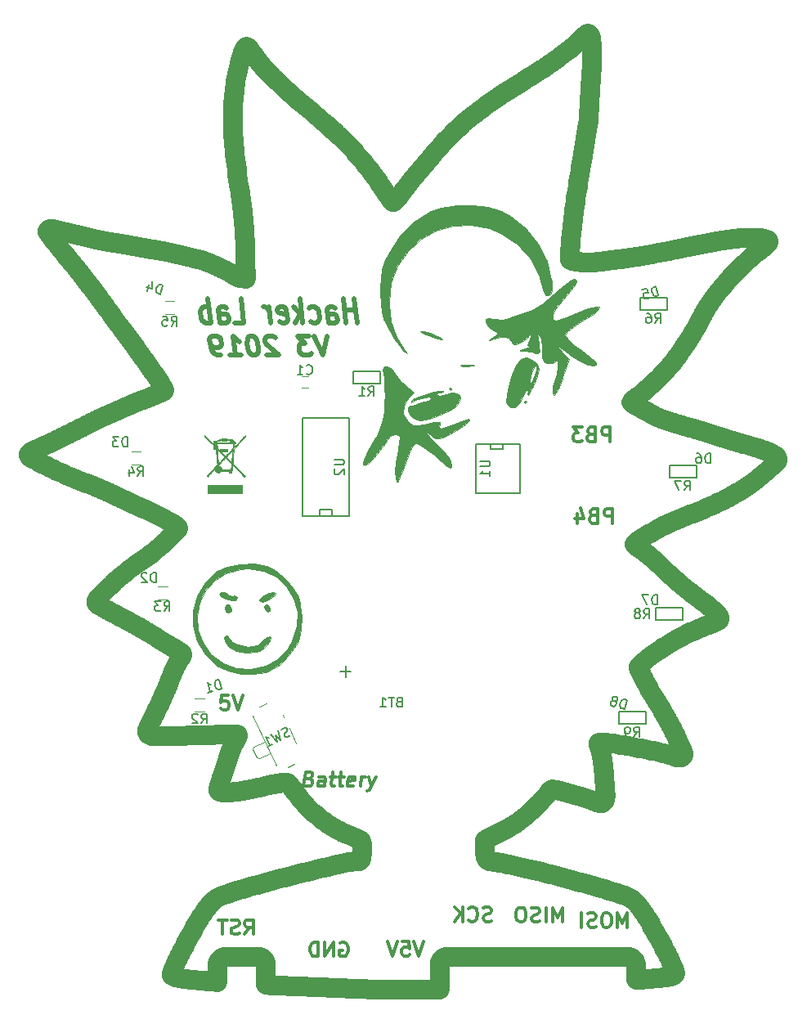
<source format=gbo>
G04 #@! TF.GenerationSoftware,KiCad,Pcbnew,(5.0.2)-1*
G04 #@! TF.CreationDate,2019-05-02T20:45:04-04:00*
G04 #@! TF.ProjectId,Badge2019,42616467-6532-4303-9139-2e6b69636164,rev?*
G04 #@! TF.SameCoordinates,Original*
G04 #@! TF.FileFunction,Legend,Bot*
G04 #@! TF.FilePolarity,Positive*
%FSLAX46Y46*%
G04 Gerber Fmt 4.6, Leading zero omitted, Abs format (unit mm)*
G04 Created by KiCad (PCBNEW (5.0.2)-1) date 5/2/2019 8:45:04 PM*
%MOMM*%
%LPD*%
G01*
G04 APERTURE LIST*
%ADD10C,0.500000*%
%ADD11C,0.300000*%
%ADD12C,0.127000*%
%ADD13C,0.120000*%
%ADD14C,2.000000*%
%ADD15C,0.150000*%
%ADD16C,0.010000*%
G04 APERTURE END LIST*
D10*
X199392276Y-71914521D02*
X198975609Y-73914521D01*
X198058943Y-71914521D01*
X197582752Y-71914521D02*
X196344657Y-71914521D01*
X197106562Y-72676426D01*
X196820847Y-72676426D01*
X196642276Y-72771664D01*
X196558943Y-72866902D01*
X196487514Y-73057379D01*
X196547038Y-73533569D01*
X196666085Y-73724045D01*
X196773228Y-73819283D01*
X196975609Y-73914521D01*
X197547038Y-73914521D01*
X197725609Y-73819283D01*
X197808943Y-73724045D01*
X194082752Y-72104998D02*
X193975609Y-72009760D01*
X193773228Y-71914521D01*
X193297038Y-71914521D01*
X193118466Y-72009760D01*
X193035133Y-72104998D01*
X192963705Y-72295474D01*
X192987514Y-72485950D01*
X193118466Y-72771664D01*
X194404181Y-73914521D01*
X193166085Y-73914521D01*
X191677990Y-71914521D02*
X191487514Y-71914521D01*
X191308943Y-72009760D01*
X191225609Y-72104998D01*
X191154181Y-72295474D01*
X191106562Y-72676426D01*
X191166085Y-73152617D01*
X191308943Y-73533569D01*
X191427990Y-73724045D01*
X191535133Y-73819283D01*
X191737514Y-73914521D01*
X191927990Y-73914521D01*
X192106562Y-73819283D01*
X192189895Y-73724045D01*
X192261324Y-73533569D01*
X192308943Y-73152617D01*
X192249419Y-72676426D01*
X192106562Y-72295474D01*
X191987514Y-72104998D01*
X191880371Y-72009760D01*
X191677990Y-71914521D01*
X189356562Y-73914521D02*
X190499419Y-73914521D01*
X189927990Y-73914521D02*
X189677990Y-71914521D01*
X189904181Y-72200236D01*
X190118466Y-72390712D01*
X190320847Y-72485950D01*
X188404181Y-73914521D02*
X188023228Y-73914521D01*
X187820847Y-73819283D01*
X187713705Y-73724045D01*
X187487514Y-73438331D01*
X187344657Y-73057379D01*
X187249419Y-72295474D01*
X187320847Y-72104998D01*
X187404181Y-72009760D01*
X187582752Y-71914521D01*
X187963705Y-71914521D01*
X188166085Y-72009760D01*
X188273228Y-72104998D01*
X188392276Y-72295474D01*
X188451800Y-72771664D01*
X188380371Y-72962140D01*
X188297038Y-73057379D01*
X188118466Y-73152617D01*
X187737514Y-73152617D01*
X187535133Y-73057379D01*
X187427990Y-72962140D01*
X187308943Y-72771664D01*
X202519319Y-70554232D02*
X202206819Y-68054232D01*
X202355628Y-69244708D02*
X201212771Y-69244708D01*
X201376461Y-70554232D02*
X201063961Y-68054232D01*
X199566938Y-70554232D02*
X199403247Y-69244708D01*
X199468723Y-69006613D01*
X199644319Y-68887565D01*
X200025271Y-68887565D01*
X200230628Y-69006613D01*
X199552057Y-70435184D02*
X199757414Y-70554232D01*
X200233604Y-70554232D01*
X200409200Y-70435184D01*
X200474676Y-70197089D01*
X200444914Y-69958994D01*
X200319914Y-69720899D01*
X200114557Y-69601851D01*
X199638366Y-69601851D01*
X199433009Y-69482803D01*
X197742533Y-70435184D02*
X197947890Y-70554232D01*
X198328842Y-70554232D01*
X198504438Y-70435184D01*
X198584795Y-70316137D01*
X198650271Y-70078041D01*
X198560985Y-69363756D01*
X198435985Y-69125660D01*
X198325866Y-69006613D01*
X198120509Y-68887565D01*
X197739557Y-68887565D01*
X197563961Y-69006613D01*
X196900271Y-70554232D02*
X196587771Y-68054232D01*
X196590747Y-69601851D02*
X196138366Y-70554232D01*
X195930033Y-68887565D02*
X196810985Y-69839946D01*
X194504438Y-70435184D02*
X194709795Y-70554232D01*
X195090747Y-70554232D01*
X195266342Y-70435184D01*
X195331819Y-70197089D01*
X195212771Y-69244708D01*
X195087771Y-69006613D01*
X194882414Y-68887565D01*
X194501461Y-68887565D01*
X194325866Y-69006613D01*
X194260390Y-69244708D01*
X194290152Y-69482803D01*
X195272295Y-69720899D01*
X193566938Y-70554232D02*
X193358604Y-68887565D01*
X193418128Y-69363756D02*
X193293128Y-69125660D01*
X193183009Y-69006613D01*
X192977652Y-68887565D01*
X192787176Y-68887565D01*
X189852652Y-70554232D02*
X190805033Y-70554232D01*
X190492533Y-68054232D01*
X188328842Y-70554232D02*
X188165152Y-69244708D01*
X188230628Y-69006613D01*
X188406223Y-68887565D01*
X188787176Y-68887565D01*
X188992533Y-69006613D01*
X188313961Y-70435184D02*
X188519319Y-70554232D01*
X188995509Y-70554232D01*
X189171104Y-70435184D01*
X189236580Y-70197089D01*
X189206819Y-69958994D01*
X189081819Y-69720899D01*
X188876461Y-69601851D01*
X188400271Y-69601851D01*
X188194914Y-69482803D01*
X187376461Y-70554232D02*
X187063961Y-68054232D01*
X187183009Y-69006613D02*
X186977652Y-68887565D01*
X186596700Y-68887565D01*
X186421104Y-69006613D01*
X186340747Y-69125660D01*
X186275271Y-69363756D01*
X186364557Y-70078041D01*
X186489557Y-70316137D01*
X186599676Y-70435184D01*
X186805033Y-70554232D01*
X187185985Y-70554232D01*
X187361580Y-70435184D01*
D11*
X190892168Y-133838071D02*
X191392168Y-133123785D01*
X191749311Y-133838071D02*
X191749311Y-132338071D01*
X191177882Y-132338071D01*
X191035025Y-132409500D01*
X190963597Y-132480928D01*
X190892168Y-132623785D01*
X190892168Y-132838071D01*
X190963597Y-132980928D01*
X191035025Y-133052357D01*
X191177882Y-133123785D01*
X191749311Y-133123785D01*
X190320740Y-133766642D02*
X190106454Y-133838071D01*
X189749311Y-133838071D01*
X189606454Y-133766642D01*
X189535025Y-133695214D01*
X189463597Y-133552357D01*
X189463597Y-133409500D01*
X189535025Y-133266642D01*
X189606454Y-133195214D01*
X189749311Y-133123785D01*
X190035025Y-133052357D01*
X190177882Y-132980928D01*
X190249311Y-132909500D01*
X190320740Y-132766642D01*
X190320740Y-132623785D01*
X190249311Y-132480928D01*
X190177882Y-132409500D01*
X190035025Y-132338071D01*
X189677882Y-132338071D01*
X189463597Y-132409500D01*
X189035025Y-132338071D02*
X188177882Y-132338071D01*
X188606454Y-133838071D02*
X188606454Y-132338071D01*
X200763997Y-134715820D02*
X200906854Y-134644391D01*
X201121140Y-134644391D01*
X201335425Y-134715820D01*
X201478282Y-134858677D01*
X201549711Y-135001534D01*
X201621140Y-135287248D01*
X201621140Y-135501534D01*
X201549711Y-135787248D01*
X201478282Y-135930105D01*
X201335425Y-136072962D01*
X201121140Y-136144391D01*
X200978282Y-136144391D01*
X200763997Y-136072962D01*
X200692568Y-136001534D01*
X200692568Y-135501534D01*
X200978282Y-135501534D01*
X200049711Y-136144391D02*
X200049711Y-134644391D01*
X199192568Y-136144391D01*
X199192568Y-134644391D01*
X198478282Y-136144391D02*
X198478282Y-134644391D01*
X198121140Y-134644391D01*
X197906854Y-134715820D01*
X197763997Y-134858677D01*
X197692568Y-135001534D01*
X197621140Y-135287248D01*
X197621140Y-135501534D01*
X197692568Y-135787248D01*
X197763997Y-135930105D01*
X197906854Y-136072962D01*
X198121140Y-136144391D01*
X198478282Y-136144391D01*
X209387842Y-134591051D02*
X208887842Y-136091051D01*
X208387842Y-134591051D01*
X207173557Y-134591051D02*
X207887842Y-134591051D01*
X207959271Y-135305337D01*
X207887842Y-135233908D01*
X207744985Y-135162480D01*
X207387842Y-135162480D01*
X207244985Y-135233908D01*
X207173557Y-135305337D01*
X207102128Y-135448194D01*
X207102128Y-135805337D01*
X207173557Y-135948194D01*
X207244985Y-136019622D01*
X207387842Y-136091051D01*
X207744985Y-136091051D01*
X207887842Y-136019622D01*
X207959271Y-135948194D01*
X206673557Y-134591051D02*
X206173557Y-136091051D01*
X205673557Y-134591051D01*
X216434111Y-132448382D02*
X216219825Y-132519811D01*
X215862682Y-132519811D01*
X215719825Y-132448382D01*
X215648397Y-132376954D01*
X215576968Y-132234097D01*
X215576968Y-132091240D01*
X215648397Y-131948382D01*
X215719825Y-131876954D01*
X215862682Y-131805525D01*
X216148397Y-131734097D01*
X216291254Y-131662668D01*
X216362682Y-131591240D01*
X216434111Y-131448382D01*
X216434111Y-131305525D01*
X216362682Y-131162668D01*
X216291254Y-131091240D01*
X216148397Y-131019811D01*
X215791254Y-131019811D01*
X215576968Y-131091240D01*
X214076968Y-132376954D02*
X214148397Y-132448382D01*
X214362682Y-132519811D01*
X214505540Y-132519811D01*
X214719825Y-132448382D01*
X214862682Y-132305525D01*
X214934111Y-132162668D01*
X215005540Y-131876954D01*
X215005540Y-131662668D01*
X214934111Y-131376954D01*
X214862682Y-131234097D01*
X214719825Y-131091240D01*
X214505540Y-131019811D01*
X214362682Y-131019811D01*
X214148397Y-131091240D01*
X214076968Y-131162668D01*
X213434111Y-132519811D02*
X213434111Y-131019811D01*
X212576968Y-132519811D02*
X213219825Y-131662668D01*
X212576968Y-131019811D02*
X213434111Y-131876954D01*
X223781642Y-132575691D02*
X223781642Y-131075691D01*
X223281642Y-132147120D01*
X222781642Y-131075691D01*
X222781642Y-132575691D01*
X222067357Y-132575691D02*
X222067357Y-131075691D01*
X221424500Y-132504262D02*
X221210214Y-132575691D01*
X220853071Y-132575691D01*
X220710214Y-132504262D01*
X220638785Y-132432834D01*
X220567357Y-132289977D01*
X220567357Y-132147120D01*
X220638785Y-132004262D01*
X220710214Y-131932834D01*
X220853071Y-131861405D01*
X221138785Y-131789977D01*
X221281642Y-131718548D01*
X221353071Y-131647120D01*
X221424500Y-131504262D01*
X221424500Y-131361405D01*
X221353071Y-131218548D01*
X221281642Y-131147120D01*
X221138785Y-131075691D01*
X220781642Y-131075691D01*
X220567357Y-131147120D01*
X219638785Y-131075691D02*
X219353071Y-131075691D01*
X219210214Y-131147120D01*
X219067357Y-131289977D01*
X218995928Y-131575691D01*
X218995928Y-132075691D01*
X219067357Y-132361405D01*
X219210214Y-132504262D01*
X219353071Y-132575691D01*
X219638785Y-132575691D01*
X219781642Y-132504262D01*
X219924500Y-132361405D01*
X219995928Y-132075691D01*
X219995928Y-131575691D01*
X219924500Y-131289977D01*
X219781642Y-131147120D01*
X219638785Y-131075691D01*
X230479622Y-133124331D02*
X230479622Y-131624331D01*
X229979622Y-132695760D01*
X229479622Y-131624331D01*
X229479622Y-133124331D01*
X228479622Y-131624331D02*
X228193908Y-131624331D01*
X228051051Y-131695760D01*
X227908194Y-131838617D01*
X227836765Y-132124331D01*
X227836765Y-132624331D01*
X227908194Y-132910045D01*
X228051051Y-133052902D01*
X228193908Y-133124331D01*
X228479622Y-133124331D01*
X228622480Y-133052902D01*
X228765337Y-132910045D01*
X228836765Y-132624331D01*
X228836765Y-132124331D01*
X228765337Y-131838617D01*
X228622480Y-131695760D01*
X228479622Y-131624331D01*
X227265337Y-133052902D02*
X227051051Y-133124331D01*
X226693908Y-133124331D01*
X226551051Y-133052902D01*
X226479622Y-132981474D01*
X226408194Y-132838617D01*
X226408194Y-132695760D01*
X226479622Y-132552902D01*
X226551051Y-132481474D01*
X226693908Y-132410045D01*
X226979622Y-132338617D01*
X227122480Y-132267188D01*
X227193908Y-132195760D01*
X227265337Y-132052902D01*
X227265337Y-131910045D01*
X227193908Y-131767188D01*
X227122480Y-131695760D01*
X226979622Y-131624331D01*
X226622480Y-131624331D01*
X226408194Y-131695760D01*
X225765337Y-133124331D02*
X225765337Y-131624331D01*
X228943302Y-91285451D02*
X228943302Y-89785451D01*
X228371874Y-89785451D01*
X228229017Y-89856880D01*
X228157588Y-89928308D01*
X228086160Y-90071165D01*
X228086160Y-90285451D01*
X228157588Y-90428308D01*
X228229017Y-90499737D01*
X228371874Y-90571165D01*
X228943302Y-90571165D01*
X226943302Y-90499737D02*
X226729017Y-90571165D01*
X226657588Y-90642594D01*
X226586160Y-90785451D01*
X226586160Y-90999737D01*
X226657588Y-91142594D01*
X226729017Y-91214022D01*
X226871874Y-91285451D01*
X227443302Y-91285451D01*
X227443302Y-89785451D01*
X226943302Y-89785451D01*
X226800445Y-89856880D01*
X226729017Y-89928308D01*
X226657588Y-90071165D01*
X226657588Y-90214022D01*
X226729017Y-90356880D01*
X226800445Y-90428308D01*
X226943302Y-90499737D01*
X227443302Y-90499737D01*
X225300445Y-90285451D02*
X225300445Y-91285451D01*
X225657588Y-89714022D02*
X226014731Y-90785451D01*
X225086160Y-90785451D01*
X228689302Y-82865351D02*
X228689302Y-81365351D01*
X228117874Y-81365351D01*
X227975017Y-81436780D01*
X227903588Y-81508208D01*
X227832160Y-81651065D01*
X227832160Y-81865351D01*
X227903588Y-82008208D01*
X227975017Y-82079637D01*
X228117874Y-82151065D01*
X228689302Y-82151065D01*
X226689302Y-82079637D02*
X226475017Y-82151065D01*
X226403588Y-82222494D01*
X226332160Y-82365351D01*
X226332160Y-82579637D01*
X226403588Y-82722494D01*
X226475017Y-82793922D01*
X226617874Y-82865351D01*
X227189302Y-82865351D01*
X227189302Y-81365351D01*
X226689302Y-81365351D01*
X226546445Y-81436780D01*
X226475017Y-81508208D01*
X226403588Y-81651065D01*
X226403588Y-81793922D01*
X226475017Y-81936780D01*
X226546445Y-82008208D01*
X226689302Y-82079637D01*
X227189302Y-82079637D01*
X225832160Y-81365351D02*
X224903588Y-81365351D01*
X225403588Y-81936780D01*
X225189302Y-81936780D01*
X225046445Y-82008208D01*
X224975017Y-82079637D01*
X224903588Y-82222494D01*
X224903588Y-82579637D01*
X224975017Y-82722494D01*
X225046445Y-82793922D01*
X225189302Y-82865351D01*
X225617874Y-82865351D01*
X225760731Y-82793922D01*
X225832160Y-82722494D01*
X197581360Y-117738697D02*
X197786717Y-117810125D01*
X197849217Y-117881554D01*
X197902788Y-118024411D01*
X197876002Y-118238697D01*
X197786717Y-118381554D01*
X197706360Y-118452982D01*
X197554574Y-118524411D01*
X196983145Y-118524411D01*
X197170645Y-117024411D01*
X197670645Y-117024411D01*
X197804574Y-117095840D01*
X197867074Y-117167268D01*
X197920645Y-117310125D01*
X197902788Y-117452982D01*
X197813502Y-117595840D01*
X197733145Y-117667268D01*
X197581360Y-117738697D01*
X197081360Y-117738697D01*
X199126002Y-118524411D02*
X199224217Y-117738697D01*
X199170645Y-117595840D01*
X199036717Y-117524411D01*
X198751002Y-117524411D01*
X198599217Y-117595840D01*
X199134931Y-118452982D02*
X198983145Y-118524411D01*
X198626002Y-118524411D01*
X198492074Y-118452982D01*
X198438502Y-118310125D01*
X198456360Y-118167268D01*
X198545645Y-118024411D01*
X198697431Y-117952982D01*
X199054574Y-117952982D01*
X199206360Y-117881554D01*
X199751002Y-117524411D02*
X200322431Y-117524411D01*
X200027788Y-117024411D02*
X199867074Y-118310125D01*
X199920645Y-118452982D01*
X200054574Y-118524411D01*
X200197431Y-118524411D01*
X200608145Y-117524411D02*
X201179574Y-117524411D01*
X200884931Y-117024411D02*
X200724217Y-118310125D01*
X200777788Y-118452982D01*
X200911717Y-118524411D01*
X201054574Y-118524411D01*
X202134931Y-118452982D02*
X201983145Y-118524411D01*
X201697431Y-118524411D01*
X201563502Y-118452982D01*
X201509931Y-118310125D01*
X201581360Y-117738697D01*
X201670645Y-117595840D01*
X201822431Y-117524411D01*
X202108145Y-117524411D01*
X202242074Y-117595840D01*
X202295645Y-117738697D01*
X202277788Y-117881554D01*
X201545645Y-118024411D01*
X202840288Y-118524411D02*
X202965288Y-117524411D01*
X202929574Y-117810125D02*
X203018860Y-117667268D01*
X203099217Y-117595840D01*
X203251002Y-117524411D01*
X203393860Y-117524411D01*
X203751002Y-117524411D02*
X203983145Y-118524411D01*
X204465288Y-117524411D02*
X203983145Y-118524411D01*
X203795645Y-118881554D01*
X203715288Y-118952982D01*
X203563502Y-119024411D01*
X189193205Y-109102151D02*
X188478920Y-109102151D01*
X188407491Y-109816437D01*
X188478920Y-109745008D01*
X188621777Y-109673580D01*
X188978920Y-109673580D01*
X189121777Y-109745008D01*
X189193205Y-109816437D01*
X189264634Y-109959294D01*
X189264634Y-110316437D01*
X189193205Y-110459294D01*
X189121777Y-110530722D01*
X188978920Y-110602151D01*
X188621777Y-110602151D01*
X188478920Y-110530722D01*
X188407491Y-110459294D01*
X189693205Y-109102151D02*
X190193205Y-110602151D01*
X190693205Y-109102151D01*
D12*
G04 #@! TO.C,R9*
X229610920Y-110827820D02*
X229610920Y-112097820D01*
X232404920Y-110827820D02*
X229610920Y-110827820D01*
X232404920Y-112097820D02*
X232404920Y-110827820D01*
X229610920Y-112097820D02*
X232404920Y-112097820D01*
D13*
G04 #@! TO.C,R2*
X186715020Y-109431540D02*
X185715020Y-109431540D01*
X185715020Y-110791540D02*
X186715020Y-110791540D01*
G04 #@! TO.C,R3*
X182859300Y-97800880D02*
X181859300Y-97800880D01*
X181859300Y-99160880D02*
X182859300Y-99160880D01*
G04 #@! TO.C,R5*
X183611140Y-68293700D02*
X182611140Y-68293700D01*
X182611140Y-69653700D02*
X183611140Y-69653700D01*
G04 #@! TO.C,R4*
X180136420Y-83828340D02*
X179136420Y-83828340D01*
X179136420Y-85188340D02*
X180136420Y-85188340D01*
D14*
G04 #@! TO.C,*
X190949580Y-62923420D02*
X190958206Y-63180451D01*
X190121101Y-65796870D02*
X190093112Y-65785393D01*
X190093112Y-65785393D02*
X190065395Y-65773676D01*
X190958206Y-63180451D02*
X190966120Y-63441711D01*
X190534980Y-65925344D02*
X190509727Y-65920099D01*
X190509727Y-65920099D02*
X190483894Y-65914284D01*
X190319884Y-65868663D02*
X190291578Y-65859477D01*
X190483894Y-65914284D02*
X190457536Y-65907921D01*
X190966120Y-63441711D02*
X190973336Y-63707370D01*
X190973336Y-63707370D02*
X190979867Y-63977598D01*
X190263147Y-65849898D02*
X190234648Y-65839947D01*
X190403478Y-65893640D02*
X190375890Y-65885767D01*
X190348007Y-65877434D02*
X190319884Y-65868663D01*
X190457536Y-65907921D02*
X190430712Y-65901032D01*
X190430712Y-65901032D02*
X190403478Y-65893640D01*
X190559596Y-65929998D02*
X190534980Y-65925344D01*
X190375890Y-65885767D02*
X190348007Y-65877434D01*
X190291578Y-65859477D02*
X190263147Y-65849898D01*
X190206136Y-65829646D02*
X190177670Y-65819019D01*
X190177670Y-65819019D02*
X190149306Y-65808086D01*
X190583517Y-65934038D02*
X190559596Y-65929998D01*
X190234648Y-65839947D02*
X190206136Y-65829646D01*
X190149306Y-65808086D02*
X190121101Y-65796870D01*
X199932225Y-122691090D02*
X200143982Y-122816100D01*
X202044611Y-123728892D02*
X202092856Y-123748805D01*
X199723499Y-122562564D02*
X199932225Y-122691090D01*
X202569498Y-123960035D02*
X202606090Y-123977627D01*
X202841540Y-124100376D02*
X202862757Y-124112951D01*
X202913773Y-124146154D02*
X202926332Y-124155599D01*
X200143982Y-122816100D02*
X200358766Y-122937590D01*
X201248086Y-123388289D02*
X201477940Y-123492132D01*
X202936551Y-124164174D02*
X202944360Y-124171845D01*
X202707020Y-124027751D02*
X202737481Y-124043460D01*
X202279284Y-123828081D02*
X202323903Y-123847633D01*
X202766233Y-124058612D02*
X202793208Y-124073171D01*
X197982111Y-121248121D02*
X198163356Y-121408150D01*
X199115556Y-122155919D02*
X199315160Y-122294976D01*
X202926332Y-124155599D02*
X202936551Y-124164174D01*
X203023850Y-124724194D02*
X203026135Y-124805517D01*
X200797398Y-123169998D02*
X201021237Y-123280910D01*
X202410261Y-123886174D02*
X202451860Y-123905094D01*
X202641254Y-123994800D02*
X202674921Y-124011520D01*
X201995851Y-123709012D02*
X202044611Y-123728892D01*
X202531549Y-123942059D02*
X202569498Y-123960035D01*
X202972309Y-124234465D02*
X202982111Y-124274478D01*
X203011586Y-124501072D02*
X203016589Y-124571376D01*
X198347671Y-121564692D02*
X198535053Y-121717743D01*
X202187521Y-123788587D02*
X202233801Y-123808387D01*
X197628852Y-120917613D02*
X197803941Y-121084608D01*
X202140516Y-123768715D02*
X202187521Y-123788587D01*
X202323903Y-123847633D02*
X202367585Y-123867009D01*
X202492313Y-123923734D02*
X202531549Y-123942059D01*
X199517809Y-122430525D02*
X199723499Y-122562564D01*
X198919000Y-122013360D02*
X199115556Y-122155919D01*
X202793208Y-124073171D02*
X202818333Y-124087104D01*
X201477940Y-123492132D02*
X201710795Y-123592436D01*
X202862757Y-124112951D02*
X202881915Y-124124796D01*
X202367585Y-123867009D02*
X202410261Y-123886174D01*
X201946647Y-123689198D02*
X201995851Y-123709012D01*
X201710795Y-123592436D02*
X201946647Y-123689198D01*
X202898944Y-124135875D02*
X202913773Y-124146154D01*
X202881915Y-124124796D02*
X202898944Y-124135875D01*
X202944360Y-124171845D02*
X202949688Y-124178578D01*
X202949688Y-124178578D02*
X202961505Y-124202300D01*
X202961505Y-124202300D02*
X202972309Y-124234465D01*
X202998769Y-124375658D02*
X203005651Y-124435634D01*
X203005651Y-124435634D02*
X203011586Y-124501072D01*
X201021237Y-123280910D02*
X201248086Y-123388289D01*
X202606090Y-123977627D02*
X202641254Y-123994800D01*
X203016589Y-124571376D02*
X203020672Y-124645948D01*
X202818333Y-124087104D02*
X202841540Y-124100376D01*
X202990927Y-124321741D02*
X202998769Y-124375658D01*
X203020672Y-124645948D02*
X203023850Y-124724194D01*
X203026135Y-124805517D02*
X203027541Y-124889320D01*
X202982111Y-124274478D02*
X202990927Y-124321741D01*
X198163356Y-121408150D02*
X198347671Y-121564692D01*
X200576573Y-123055557D02*
X200797398Y-123169998D01*
X200358766Y-122937590D02*
X200576573Y-123055557D01*
X202233801Y-123808387D02*
X202279284Y-123828081D01*
X197803941Y-121084608D02*
X197982111Y-121248121D01*
X202451860Y-123905094D02*
X202492313Y-123923734D01*
X202674921Y-124011520D02*
X202707020Y-124027751D01*
X202092856Y-123748805D02*
X202140516Y-123768715D01*
X202737481Y-124043460D02*
X202766233Y-124058612D01*
X198725498Y-121867300D02*
X198919000Y-122013360D01*
X198535053Y-121717743D02*
X198725498Y-121867300D01*
X199315160Y-122294976D02*
X199517809Y-122430525D01*
X202676084Y-126260020D02*
X202660164Y-126263409D01*
X200493183Y-126635642D02*
X200048938Y-126734447D01*
X203024649Y-125237414D02*
X203021864Y-125324676D01*
X200048938Y-126734447D02*
X199574885Y-126842704D01*
X199574885Y-126842704D02*
X199074454Y-126959538D01*
X198551079Y-127084070D02*
X198008191Y-127215425D01*
X198008191Y-127215425D02*
X197449221Y-127352725D01*
X202611463Y-126272044D02*
X202595017Y-126274383D01*
X202898402Y-126166322D02*
X202890772Y-126172711D01*
X202561985Y-126278202D02*
X202545459Y-126279664D01*
X202941568Y-126080972D02*
X202930105Y-126115715D01*
X199074454Y-126959538D02*
X198551079Y-127084070D01*
X202737407Y-126244150D02*
X202722490Y-126248448D01*
X202980796Y-125871401D02*
X202972009Y-125933191D01*
X197449221Y-127352725D02*
X196877602Y-127495094D01*
X202863710Y-126191286D02*
X202853399Y-126197251D01*
X202691799Y-126256392D02*
X202676084Y-126260020D01*
X202627823Y-126269429D02*
X202611463Y-126272044D01*
X202831022Y-126208790D02*
X202819015Y-126214346D01*
X202751997Y-126239647D02*
X202737407Y-126244150D01*
X202545459Y-126279664D02*
X202528966Y-126280817D01*
X202952382Y-126038573D02*
X202941568Y-126080972D01*
X202340491Y-126290415D02*
X202147165Y-126314093D01*
X202578514Y-126276439D02*
X202561985Y-126278202D01*
X202644066Y-126266548D02*
X202627823Y-126269429D01*
X202806503Y-126219748D02*
X202793515Y-126224988D01*
X202528966Y-126280817D02*
X202512536Y-126281651D01*
X202873396Y-126185202D02*
X202863710Y-126191286D01*
X203026622Y-125149651D02*
X203024649Y-125237414D01*
X203018282Y-125410841D02*
X203013915Y-125495313D01*
X203002884Y-125656791D02*
X202996247Y-125732605D01*
X203013915Y-125495313D02*
X203008778Y-125577495D01*
X202988880Y-125804341D02*
X202980796Y-125871401D01*
X202766232Y-126234946D02*
X202751997Y-126239647D01*
X202707278Y-126252532D02*
X202691799Y-126256392D01*
X202479986Y-126282328D02*
X202340491Y-126290415D01*
X202147165Y-126314093D02*
X201903440Y-126352483D01*
X203027771Y-125061984D02*
X203026622Y-125149651D01*
X203021864Y-125324676D02*
X203018282Y-125410841D01*
X202512536Y-126281651D02*
X202496200Y-126282157D01*
X202918007Y-126142206D02*
X202905288Y-126159848D01*
X202882426Y-126179007D02*
X202873396Y-126185202D01*
X202660164Y-126263409D02*
X202644066Y-126266548D01*
X202496200Y-126282157D02*
X202479986Y-126282328D01*
X201903440Y-126352483D02*
X201612748Y-126404710D01*
X202972009Y-125933191D02*
X202962534Y-125989114D01*
X201612748Y-126404710D02*
X201278519Y-126469897D01*
X202853399Y-126197251D02*
X202842493Y-126203089D01*
X202842493Y-126203089D02*
X202831022Y-126208790D01*
X202996247Y-125732605D02*
X202988880Y-125804341D01*
X202793515Y-126224988D02*
X202780081Y-126230057D01*
X202905288Y-126159848D02*
X202898402Y-126166322D01*
X203008778Y-125577495D02*
X203002884Y-125656791D01*
X202930105Y-126115715D02*
X202918007Y-126142206D01*
X202780081Y-126230057D02*
X202766232Y-126234946D01*
X202722490Y-126248448D02*
X202707278Y-126252532D01*
X203028082Y-124975008D02*
X203027771Y-125061984D01*
X202890772Y-126172711D02*
X202882426Y-126179007D01*
X202595017Y-126274383D02*
X202578514Y-126276439D01*
X202962534Y-125989114D02*
X202952382Y-126038573D01*
X201278519Y-126469897D02*
X200904187Y-126547166D01*
X200904187Y-126547166D02*
X200493183Y-126635642D01*
X203027541Y-124889320D02*
X203028082Y-124975008D01*
X202819015Y-126214346D02*
X202806503Y-126219748D01*
X186462780Y-131862783D02*
X186322755Y-132081069D01*
X195121165Y-127943845D02*
X194533265Y-128097721D01*
X187611899Y-130423358D02*
X187559109Y-130472467D01*
X186322755Y-132081069D02*
X186177814Y-132313076D01*
X190280672Y-129279731D02*
X189856901Y-129408207D01*
X186028765Y-132557253D02*
X185876413Y-132812045D01*
X185250128Y-133906319D02*
X185093372Y-134190898D01*
X187929991Y-130167045D02*
X187876539Y-130205436D01*
X185093372Y-134190898D02*
X184938157Y-134476777D01*
X192810348Y-128559950D02*
X192261077Y-128711304D01*
X191730041Y-128859837D02*
X191220674Y-129004670D01*
X186960860Y-131151941D02*
X186903445Y-131227604D01*
X186597081Y-131659773D02*
X186462780Y-131862783D01*
X187184187Y-130873548D02*
X187129195Y-130939602D01*
X186177814Y-132313076D02*
X186028765Y-132557253D01*
X184938157Y-134476777D02*
X184785288Y-134762401D01*
X193949874Y-128252281D02*
X193374425Y-128406650D01*
X184785288Y-134762401D02*
X184635574Y-135046219D01*
X184635574Y-135046219D02*
X184489821Y-135326676D01*
X188373146Y-129914278D02*
X188315727Y-129941031D01*
X195710142Y-127791531D02*
X195121165Y-127943845D01*
X188092386Y-130061406D02*
X188037859Y-130095078D01*
X187017587Y-131078751D02*
X186960860Y-131151941D01*
X185407617Y-133624591D02*
X185250128Y-133906319D01*
X196296765Y-127641655D02*
X195710142Y-127791531D01*
X189118976Y-129642662D02*
X188811686Y-129746888D01*
X189856901Y-129408207D02*
X189468525Y-129529476D01*
X188490271Y-129864449D02*
X188431309Y-129888766D01*
X187664661Y-130376153D02*
X187611899Y-130423358D01*
X187506237Y-130523528D02*
X187453227Y-130576590D01*
X187346574Y-130688900D02*
X187292821Y-130748245D01*
X191220674Y-129004670D02*
X190736407Y-129144927D01*
X188037859Y-130095078D02*
X187983746Y-130130275D01*
X187453227Y-130576590D02*
X187400024Y-130631698D01*
X187238710Y-130809778D02*
X187184187Y-130873548D01*
X185876413Y-132812045D02*
X185721567Y-133075901D01*
X188147381Y-130029213D02*
X188092386Y-130061406D01*
X188202899Y-129998451D02*
X188147381Y-130029213D01*
X189468525Y-129529476D02*
X189118976Y-129642662D01*
X187717452Y-130330806D02*
X187664661Y-130376153D01*
X188431309Y-129888766D02*
X188373146Y-129914278D01*
X187559109Y-130472467D02*
X187506237Y-130523528D01*
X188550087Y-129841278D02*
X188490271Y-129864449D01*
X187983746Y-130130275D02*
X187929991Y-130167045D01*
X194533265Y-128097721D02*
X193949874Y-128252281D01*
X187129195Y-130939602D02*
X187073680Y-131007987D01*
X186845287Y-131305788D02*
X186724853Y-131473590D01*
X190736407Y-129144927D02*
X190280672Y-129279731D01*
X188258996Y-129969073D02*
X188202899Y-129998451D01*
X187292821Y-130748245D02*
X187238710Y-130809778D01*
X185721567Y-133075901D02*
X185565032Y-133347267D01*
X188315727Y-129941031D02*
X188258996Y-129969073D01*
X187400024Y-130631698D02*
X187346574Y-130688900D01*
X186903445Y-131227604D02*
X186845287Y-131305788D01*
X185565032Y-133347267D02*
X185407617Y-133624591D01*
X196877602Y-127495094D02*
X196296765Y-127641655D01*
X193374425Y-128406650D02*
X192810348Y-128559950D01*
X188811686Y-129746888D02*
X188550087Y-129841278D01*
X187876539Y-130205436D02*
X187823335Y-130245495D01*
X192261077Y-128711304D02*
X191730041Y-128859837D01*
X187770325Y-130287269D02*
X187717452Y-130330806D01*
X187073680Y-131007987D02*
X187017587Y-131078751D01*
X187823335Y-130245495D02*
X187770325Y-130287269D01*
X186724853Y-131473590D02*
X186597081Y-131659773D01*
X184086056Y-138363920D02*
X184181934Y-138381308D01*
X185354985Y-138537014D02*
X185522485Y-138554716D01*
X183563249Y-137263028D02*
X183489465Y-137443365D01*
X183996531Y-138346417D02*
X184086056Y-138363920D01*
X183327667Y-138074368D02*
X183343727Y-138096280D01*
X186635502Y-138659974D02*
X186686544Y-138664446D01*
X184181934Y-138381308D02*
X184284312Y-138398607D01*
X184348837Y-135602220D02*
X184213428Y-135871299D01*
X183322713Y-137960295D02*
X183317156Y-138030658D01*
X184761761Y-138467453D02*
X184898845Y-138484709D01*
X186584484Y-138655480D02*
X186635502Y-138659974D01*
X183848723Y-136624211D02*
X183743686Y-136851898D01*
X183452344Y-138179314D02*
X183491328Y-138199052D01*
X183743686Y-136851898D02*
X183648259Y-137065355D01*
X183764593Y-138292951D02*
X183835946Y-138310959D01*
X185522485Y-138554716D02*
X185697958Y-138572596D01*
X184509154Y-138433047D02*
X184631913Y-138450241D01*
X186073409Y-138608996D02*
X186273682Y-138627570D01*
X186737612Y-138668898D02*
X186788708Y-138673329D01*
X186839833Y-138677740D02*
X186890988Y-138682132D01*
X186890988Y-138682132D02*
X186942176Y-138686504D01*
X186942176Y-138686504D02*
X186993397Y-138690858D01*
X184489821Y-135326676D02*
X184348837Y-135602220D01*
X183535339Y-138218435D02*
X183584523Y-138237490D01*
X186273682Y-138627570D02*
X186482517Y-138646428D01*
X183388866Y-138138667D02*
X183418239Y-138159195D01*
X183343727Y-138096280D02*
X183364078Y-138117704D01*
X185697958Y-138572596D02*
X185881550Y-138590680D01*
X185195310Y-138519463D02*
X185354985Y-138537014D01*
X183913210Y-138328773D02*
X183996531Y-138346417D01*
X183699003Y-138274721D02*
X183764593Y-138292951D01*
X183343529Y-137864831D02*
X183322713Y-137960295D01*
X183427712Y-137604813D02*
X183378797Y-137745819D01*
X184898845Y-138484709D02*
X185043312Y-138502037D01*
X185881550Y-138590680D02*
X186073409Y-138608996D01*
X187044652Y-138695194D02*
X187095944Y-138699512D01*
X185043312Y-138502037D02*
X185195310Y-138519463D01*
X187095944Y-138699512D02*
X187147273Y-138703812D01*
X183364078Y-138117704D02*
X183388866Y-138138667D01*
X186686544Y-138664446D02*
X186737612Y-138668898D01*
X187198642Y-138708095D02*
X187250052Y-138712362D01*
X186482517Y-138646428D02*
X186533490Y-138650965D01*
X183317156Y-138030658D02*
X183327667Y-138074368D01*
X187147273Y-138703812D02*
X187198642Y-138708095D01*
X184631913Y-138450241D02*
X184761761Y-138467453D01*
X183378797Y-137745819D02*
X183343529Y-137864831D01*
X187250052Y-138712362D02*
X187301503Y-138716613D01*
X183962564Y-136383847D02*
X183848723Y-136624211D01*
X186993397Y-138690858D02*
X187044652Y-138695194D01*
X186788708Y-138673329D02*
X186839833Y-138677740D01*
X187301503Y-138716613D02*
X187352998Y-138720847D01*
X187352998Y-138720847D02*
X187404538Y-138725067D01*
X183491328Y-138199052D02*
X183535339Y-138218435D01*
X184393336Y-138415845D02*
X184509154Y-138433047D01*
X184213428Y-135871299D02*
X184084401Y-136132359D01*
X184284312Y-138398607D02*
X184393336Y-138415845D01*
X183418239Y-138159195D02*
X183452344Y-138179314D01*
X183489465Y-137443365D02*
X183427712Y-137604813D01*
X184084401Y-136132359D02*
X183962564Y-136383847D01*
X183648259Y-137065355D02*
X183563249Y-137263028D01*
X186533490Y-138650965D02*
X186584484Y-138655480D01*
X183639029Y-138256243D02*
X183699003Y-138274721D01*
X183584523Y-138237490D02*
X183639029Y-138256243D01*
X183835946Y-138310959D02*
X183913210Y-138328773D01*
X192306530Y-136186725D02*
X192349416Y-136190071D01*
X188684960Y-136212858D02*
X188725694Y-136203192D01*
X187662965Y-138745949D02*
X187714805Y-138750086D01*
X188131837Y-136712319D02*
X188147323Y-136674239D01*
X188809426Y-136190071D02*
X188852313Y-136186725D01*
X192391641Y-136195578D02*
X192433147Y-136203192D01*
X192513785Y-136224519D02*
X192552806Y-136238120D01*
X187922735Y-138766512D02*
X187974866Y-138770591D01*
X188080444Y-136958595D02*
X188083790Y-136915709D01*
X192552806Y-136238120D02*
X192590886Y-136253605D01*
X191025867Y-66003838D02*
X190583517Y-65934038D01*
X187507759Y-138733462D02*
X187559443Y-138737638D01*
X188426142Y-136333280D02*
X188459908Y-136310812D01*
X187559443Y-138737638D02*
X187611178Y-138741800D01*
X188303816Y-136438661D02*
X188332376Y-136410100D01*
X192263037Y-136185598D02*
X192306530Y-136186725D01*
X192590886Y-136253605D02*
X192627971Y-136270919D01*
X192627971Y-136270919D02*
X192664005Y-136290007D01*
X188567954Y-136253605D02*
X188606034Y-136238120D01*
X192664005Y-136290007D02*
X192698932Y-136310812D01*
X192698932Y-136310812D02*
X192732697Y-136333280D01*
X188393595Y-136357354D02*
X188426142Y-136333280D01*
X192732697Y-136333280D02*
X192765244Y-136357354D01*
X192765244Y-136357354D02*
X192796519Y-136382979D01*
X192433147Y-136203192D02*
X192473881Y-136212858D01*
X192796519Y-136382979D02*
X192826464Y-136410100D01*
X192826464Y-136410100D02*
X192855025Y-136438661D01*
X192855025Y-136438661D02*
X192882146Y-136468606D01*
X188027059Y-138774659D02*
X188079317Y-138778718D01*
X188118237Y-136751340D02*
X188131837Y-136712319D01*
X188164637Y-136637154D02*
X188183724Y-136601120D01*
X187870664Y-138762423D02*
X187922735Y-138766512D01*
X187766701Y-138754210D02*
X187818654Y-138758322D01*
X188183724Y-136601120D02*
X188204529Y-136566193D01*
X188226996Y-136532428D02*
X188251070Y-136499881D01*
X188276695Y-136468606D02*
X188303816Y-136438661D01*
X192349416Y-136190071D02*
X192391641Y-136195578D01*
X190979867Y-63977598D02*
X191025867Y-66003838D01*
X188106576Y-136791244D02*
X188118237Y-136751340D01*
X188147323Y-136674239D02*
X188164637Y-136637154D01*
X188494835Y-136290007D02*
X188530869Y-136270919D01*
X192473881Y-136212858D02*
X192513785Y-136224519D01*
X187974866Y-138770591D02*
X188027059Y-138774659D01*
X187404538Y-138725067D02*
X187456125Y-138729272D01*
X188079317Y-137002088D02*
X188080444Y-136958595D01*
X187818654Y-138758322D02*
X187870664Y-138762423D01*
X188332376Y-136410100D02*
X188362321Y-136382979D01*
X187456125Y-138729272D02*
X187507759Y-138733462D01*
X188606034Y-136238120D02*
X188645055Y-136224519D01*
X188251070Y-136499881D02*
X188276695Y-136468606D01*
X188645055Y-136224519D02*
X188684960Y-136212858D01*
X188079317Y-138778718D02*
X188079317Y-137002088D01*
X188204529Y-136566193D02*
X188226996Y-136532428D01*
X188459908Y-136310812D02*
X188494835Y-136290007D01*
X188852313Y-136186725D02*
X188895807Y-136185598D01*
X188530869Y-136270919D02*
X188567954Y-136253605D01*
X188096911Y-136831978D02*
X188106576Y-136791244D01*
X187714805Y-138750086D02*
X187766701Y-138754210D01*
X188083790Y-136915709D02*
X188089297Y-136873484D01*
X187611178Y-138741800D02*
X187662965Y-138745949D01*
X188362321Y-136382979D02*
X188393595Y-136357354D01*
X188767201Y-136195578D02*
X188809426Y-136190071D01*
X188089297Y-136873484D02*
X188096911Y-136831978D01*
X188725694Y-136203192D02*
X188767201Y-136195578D01*
X192975118Y-136601120D02*
X192994206Y-136637154D01*
X193320640Y-139098800D02*
X193566014Y-139110943D01*
X193078400Y-136958595D02*
X193079527Y-137002088D01*
X193079527Y-139086708D02*
X193320640Y-139098800D01*
X192882146Y-136468606D02*
X192907771Y-136499881D01*
X195993304Y-139223724D02*
X196290348Y-139236782D01*
X193566014Y-139110943D02*
X193815813Y-139123143D01*
X193011520Y-136674239D02*
X193027005Y-136712319D01*
X192954313Y-136566193D02*
X192975118Y-136601120D01*
X194862564Y-139172671D02*
X195136963Y-139185272D01*
X201980971Y-139468912D02*
X202403655Y-139485254D01*
X193061933Y-136831978D02*
X193069547Y-136873484D01*
X196290348Y-139236782D02*
X196593465Y-139249973D01*
X193069547Y-136873484D02*
X193075054Y-136915709D01*
X193079527Y-137002088D02*
X193079527Y-139086708D01*
X197218576Y-139276784D02*
X197540899Y-139290419D01*
X194329349Y-139147746D02*
X194593414Y-139160165D01*
X203282808Y-139518728D02*
X203482458Y-139526031D01*
X203482458Y-139526031D02*
X203688473Y-139533000D01*
X198899159Y-139346665D02*
X199256789Y-139361191D01*
X200764508Y-139421376D02*
X201161562Y-139436980D01*
X203900548Y-139539636D02*
X204118378Y-139545940D01*
X192994206Y-136637154D02*
X193011520Y-136674239D01*
X197540899Y-139290419D02*
X197869955Y-139304217D01*
X198205907Y-139318186D02*
X198548920Y-139332333D01*
X205041151Y-139567877D02*
X205283182Y-139572548D01*
X196902819Y-139263305D02*
X197218576Y-139276784D01*
X196593465Y-139249973D02*
X196902819Y-139263305D01*
X195702169Y-139210791D02*
X195993304Y-139223724D01*
X205283182Y-139572548D02*
X205529140Y-139576898D01*
X205529140Y-139576898D02*
X205778718Y-139580928D01*
X201161562Y-139436980D02*
X201566994Y-139452823D01*
X195136963Y-139185272D02*
X195416777Y-139197977D01*
X204341658Y-139551915D02*
X204570084Y-139557561D01*
X204803349Y-139562881D02*
X205041151Y-139567877D01*
X205778718Y-139580928D02*
X206031612Y-139584639D01*
X195416777Y-139197977D02*
X195702169Y-139210791D01*
X199994879Y-139390852D02*
X200375669Y-139406002D01*
X200375669Y-139406002D02*
X200764508Y-139421376D01*
X206031612Y-139584639D02*
X206287518Y-139588033D01*
X198548920Y-139332333D02*
X198899159Y-139346665D01*
X206287518Y-139588033D02*
X206546129Y-139591112D01*
X197869955Y-139304217D02*
X198205907Y-139318186D01*
X201566994Y-139452823D02*
X201980971Y-139468912D01*
X194593414Y-139160165D02*
X194862564Y-139172671D01*
X204570084Y-139557561D02*
X204803349Y-139562881D01*
X206546129Y-139591112D02*
X206807142Y-139593877D01*
X193052267Y-136791244D02*
X193061933Y-136831978D01*
X199621974Y-139375917D02*
X199994879Y-139390852D01*
X206807142Y-139593877D02*
X207070252Y-139596329D01*
X207070252Y-139596329D02*
X207335152Y-139598471D01*
X199256789Y-139361191D02*
X199621974Y-139375917D01*
X192907771Y-136499881D02*
X192931845Y-136532428D01*
X188895807Y-136185598D02*
X192263037Y-136185598D01*
X192931845Y-136532428D02*
X192954313Y-136566193D01*
X193027005Y-136712319D02*
X193040606Y-136751340D01*
X193815813Y-139123143D02*
X194070203Y-139135408D01*
X194070203Y-139135408D02*
X194329349Y-139147746D01*
X193040606Y-136751340D02*
X193052267Y-136791244D01*
X193075054Y-136915709D02*
X193078400Y-136958595D01*
X202403655Y-139485254D02*
X202835213Y-139501857D01*
X203688473Y-139533000D02*
X203900548Y-139539636D01*
X202835213Y-139501857D02*
X203275808Y-139518728D01*
X204118378Y-139545940D02*
X204341658Y-139551915D01*
X211065621Y-136915679D02*
X211071128Y-136873454D01*
X211078742Y-136831948D02*
X211088408Y-136791214D01*
X208675860Y-139604576D02*
X208945108Y-139604888D01*
X211314211Y-136410070D02*
X211344156Y-136382949D01*
X211208830Y-136532398D02*
X211232904Y-136499851D01*
X211441742Y-136310782D02*
X211476670Y-136289977D01*
X211587868Y-136238090D02*
X211626888Y-136224489D01*
X210015625Y-139603153D02*
X210280111Y-139601983D01*
X211285650Y-136438631D02*
X211314211Y-136410070D01*
X211375430Y-136357324D02*
X211407977Y-136333250D01*
X211626888Y-136224489D02*
X211666793Y-136212828D01*
X207869109Y-139601829D02*
X208137556Y-139603049D01*
X211071128Y-136873454D02*
X211078742Y-136831948D01*
X208137556Y-139603049D02*
X208406574Y-139603964D01*
X211100069Y-136751310D02*
X211113670Y-136712289D01*
X211512703Y-136270889D02*
X211549788Y-136253575D01*
X211549788Y-136253575D02*
X211587868Y-136238090D01*
X211666793Y-136212828D02*
X211707526Y-136203162D01*
X211834143Y-136186695D02*
X211877636Y-136185568D01*
X230565382Y-136185568D02*
X230608875Y-136186695D01*
X211186362Y-136566163D02*
X211208830Y-136532398D01*
X230651761Y-136190041D02*
X230693986Y-136195548D01*
X211344156Y-136382949D02*
X211375430Y-136357324D01*
X230693986Y-136195548D02*
X230735492Y-136203162D01*
X230816130Y-136224489D02*
X230855151Y-136238090D01*
X230930316Y-136270889D02*
X230966350Y-136289977D01*
X230966350Y-136289977D02*
X231001277Y-136310782D01*
X231001277Y-136310782D02*
X231035042Y-136333250D01*
X210542730Y-139600521D02*
X210803177Y-139598769D01*
X231035042Y-136333250D02*
X231067589Y-136357324D01*
X231067589Y-136357324D02*
X231098864Y-136382949D01*
X209749576Y-139604031D02*
X210015625Y-139603153D01*
X209214013Y-139604899D02*
X209482271Y-139604613D01*
X211061148Y-137002058D02*
X211062275Y-136958565D01*
X211129155Y-136674209D02*
X211146469Y-136637124D01*
X211165557Y-136601090D02*
X211186362Y-136566163D01*
X211707526Y-136203162D02*
X211749033Y-136195548D01*
X211791257Y-136190041D02*
X211834143Y-136186695D01*
X211061148Y-139596728D02*
X211061148Y-137002058D01*
X211062275Y-136958565D02*
X211065621Y-136915679D01*
X230608875Y-136186695D02*
X230651761Y-136190041D01*
X230735492Y-136203162D02*
X230776226Y-136212828D01*
X210280111Y-139601983D02*
X210542730Y-139600521D01*
X230855151Y-136238090D02*
X230893231Y-136253575D01*
X230893231Y-136253575D02*
X230930316Y-136270889D01*
X209482271Y-139604613D02*
X209749576Y-139604031D01*
X211146469Y-136637124D02*
X211165557Y-136601090D01*
X207601540Y-139600304D02*
X207869109Y-139601829D01*
X211476670Y-136289977D02*
X211512703Y-136270889D01*
X211749033Y-136195548D02*
X211791257Y-136190041D01*
X231098864Y-136382949D02*
X231128809Y-136410070D01*
X231128809Y-136410070D02*
X231157370Y-136438631D01*
X211232904Y-136499851D02*
X211258529Y-136468576D01*
X231157370Y-136438631D02*
X231184491Y-136468576D01*
X211258529Y-136468576D02*
X211285650Y-136438631D01*
X211407977Y-136333250D02*
X211441742Y-136310782D01*
X230776226Y-136212828D02*
X230816130Y-136224489D01*
X208945108Y-139604888D02*
X209214013Y-139604899D01*
X207335152Y-139598471D02*
X207601540Y-139600304D01*
X208406574Y-139603964D02*
X208675860Y-139604576D01*
X210803177Y-139598769D02*
X211061148Y-139596728D01*
X211088408Y-136791214D02*
X211100069Y-136751310D01*
X211113670Y-136712289D02*
X211129155Y-136674209D01*
X203275808Y-139518728D02*
X203282808Y-139518728D01*
X231313865Y-136674209D02*
X231329350Y-136712289D01*
X231749345Y-138556427D02*
X231926977Y-138542081D01*
X231567626Y-138570873D02*
X231749345Y-138556427D01*
X233333080Y-138417992D02*
X233466953Y-138404816D01*
X231234190Y-136532398D02*
X231256658Y-136566163D01*
X235153303Y-138152543D02*
X235172752Y-138144662D01*
X231926977Y-138542081D02*
X232100469Y-138527839D01*
X231342951Y-136751310D02*
X231354612Y-136791214D01*
X231296551Y-136637124D02*
X231313865Y-136674209D01*
X232751991Y-138471969D02*
X232903998Y-138458290D01*
X234938838Y-138214056D02*
X234986274Y-138203536D01*
X231377399Y-136915679D02*
X231380745Y-136958565D01*
X233466953Y-138404816D02*
X233596162Y-138391772D01*
X231380745Y-136958565D02*
X231381872Y-137002058D01*
X235172752Y-138144662D02*
X235191755Y-138136495D01*
X233840375Y-138366096D02*
X233955274Y-138353469D01*
X232434824Y-138499679D02*
X232595583Y-138485766D01*
X235191755Y-138136495D02*
X235210293Y-138128054D01*
X235228350Y-138119350D02*
X235245910Y-138110395D01*
X234365602Y-138304436D02*
X234455604Y-138292561D01*
X231210116Y-136499851D02*
X231234190Y-136532398D01*
X234763715Y-138246682D02*
X234827507Y-138235632D01*
X231329350Y-136712289D02*
X231342951Y-136751310D01*
X233955274Y-138353469D02*
X234065299Y-138340987D01*
X234170397Y-138328652D02*
X234270516Y-138316467D01*
X235092439Y-138174360D02*
X235113130Y-138167404D01*
X233720653Y-138378865D02*
X233840375Y-138366096D01*
X233596162Y-138391772D02*
X233720653Y-138378865D01*
X233194595Y-138431299D02*
X233333080Y-138417992D01*
X219538142Y-136185568D02*
X220346892Y-136185568D01*
X228196542Y-136185568D02*
X230565382Y-136185568D01*
X231184491Y-136468576D02*
X231210116Y-136499851D01*
X220346892Y-136185568D02*
X227198142Y-136185568D01*
X231381872Y-138585418D02*
X231567626Y-138570873D01*
X232903998Y-138458290D02*
X233051550Y-138444732D01*
X234827507Y-138235632D02*
X234885899Y-138224756D01*
X233051550Y-138444732D02*
X233194595Y-138431299D01*
X211877636Y-136185568D02*
X219538142Y-136185568D01*
X234620144Y-138269291D02*
X234694577Y-138257903D01*
X234694577Y-138257903D02*
X234763715Y-138246682D01*
X234270516Y-138316467D02*
X234365602Y-138304436D01*
X235049933Y-138187269D02*
X235071368Y-138180986D01*
X234065299Y-138340987D02*
X234170397Y-138328652D01*
X234885899Y-138224756D02*
X234938838Y-138214056D01*
X232595583Y-138485766D02*
X232751991Y-138471969D01*
X235113130Y-138167404D02*
X235133423Y-138160128D01*
X235133423Y-138160128D02*
X235153303Y-138152543D01*
X231371892Y-136873454D02*
X231377399Y-136915679D01*
X234540469Y-138280845D02*
X234620144Y-138269291D01*
X235262956Y-138101200D02*
X235279471Y-138091777D01*
X235279471Y-138091777D02*
X235295438Y-138082136D01*
X234455604Y-138292561D02*
X234540469Y-138280845D01*
X231256658Y-136566163D02*
X231277463Y-136601090D01*
X227198142Y-136185568D02*
X228196542Y-136185568D01*
X231277463Y-136601090D02*
X231296551Y-136637124D01*
X231354612Y-136791214D02*
X231364278Y-136831948D01*
X232100469Y-138527839D02*
X232269769Y-138513704D01*
X232269769Y-138513704D02*
X232434824Y-138499679D01*
X231364278Y-136831948D02*
X231371892Y-136873454D01*
X234986274Y-138203536D02*
X235028152Y-138193198D01*
X235071368Y-138180986D02*
X235092439Y-138174360D01*
X235210293Y-138128054D02*
X235228350Y-138119350D01*
X235245910Y-138110395D02*
X235262956Y-138101200D01*
X235028152Y-138193198D02*
X235049933Y-138187269D01*
X235378806Y-138020370D02*
X235390472Y-138009528D01*
X233055985Y-133023904D02*
X232897292Y-132755525D01*
X235457862Y-137919213D02*
X235462793Y-137907647D01*
X235456940Y-137765287D02*
X235427871Y-137660845D01*
X235325663Y-138062249D02*
X235339887Y-138052025D01*
X232589207Y-132247700D02*
X232441583Y-132011546D01*
X232299418Y-131789428D02*
X232163596Y-131582993D01*
X235401456Y-137998560D02*
X235411742Y-137987478D01*
X235366475Y-138031074D02*
X235378806Y-138020370D01*
X235470242Y-137844240D02*
X235456940Y-137765287D01*
X235254900Y-137211055D02*
X235171605Y-137021127D01*
X235438245Y-137953656D02*
X235445571Y-137942229D01*
X234171092Y-135018878D02*
X234017525Y-134732946D01*
X235445571Y-137942229D02*
X235452116Y-137930744D01*
X232441583Y-132011546D02*
X232299418Y-131789428D01*
X232163596Y-131582993D02*
X232035001Y-131393886D01*
X233701121Y-134155431D02*
X233540051Y-133867141D01*
X232741405Y-132496241D02*
X232589207Y-132247700D01*
X231803032Y-131074248D02*
X231740563Y-130993710D01*
X234971861Y-136591155D02*
X234857182Y-136354404D01*
X235310841Y-138072290D02*
X235325663Y-138062249D01*
X235466892Y-137896058D02*
X235470242Y-137844240D01*
X235390472Y-138009528D02*
X235401456Y-137998560D01*
X235325966Y-137382082D02*
X235254900Y-137211055D01*
X234464529Y-135576856D02*
X234320387Y-135300730D01*
X234602631Y-135845608D02*
X234464529Y-135576856D01*
X234017525Y-134732946D02*
X233860574Y-134444582D01*
X233378249Y-133581358D02*
X233216599Y-133299730D01*
X233216599Y-133299730D02*
X233055985Y-133023904D01*
X231740563Y-130993710D02*
X231680018Y-130917088D01*
X231621125Y-130844206D02*
X231563613Y-130774887D01*
X235295438Y-138082136D02*
X235310841Y-138072290D01*
X232035001Y-131393886D02*
X231914518Y-131223756D01*
X231680018Y-130917088D02*
X231621125Y-130844206D01*
X233860574Y-134444582D02*
X233701121Y-134155431D01*
X235076963Y-136813945D02*
X234971861Y-136591155D01*
X231563613Y-130774887D02*
X231507208Y-130708954D01*
X231507208Y-130708954D02*
X231451638Y-130646231D01*
X231396630Y-130586541D02*
X231341913Y-130529707D01*
X231451638Y-130646231D02*
X231396630Y-130586541D01*
X231287214Y-130475553D02*
X231232261Y-130423902D01*
X231341913Y-130529707D02*
X231287214Y-130475553D01*
X231232261Y-130423902D02*
X231176780Y-130374578D01*
X231176780Y-130374578D02*
X231120500Y-130327403D01*
X232897292Y-132755525D02*
X232741405Y-132496241D01*
X231120500Y-130327403D02*
X231063149Y-130282201D01*
X231063149Y-130282201D02*
X231004453Y-130238796D01*
X235430153Y-137965014D02*
X235438245Y-137953656D01*
X231914518Y-131223756D02*
X231803032Y-131074248D01*
X231004453Y-130238796D02*
X230944141Y-130197010D01*
X230944141Y-130197010D02*
X230881940Y-130156667D01*
X235383918Y-137532561D02*
X235325966Y-137382082D01*
X235339887Y-138052025D02*
X235353497Y-138041630D01*
X235171605Y-137021127D02*
X235076963Y-136813945D01*
X235353497Y-138041630D02*
X235366475Y-138031074D01*
X235411742Y-137987478D02*
X235421314Y-137976292D01*
X234320387Y-135300730D02*
X234171092Y-135018878D01*
X235462793Y-137907647D02*
X235466892Y-137896058D01*
X235421314Y-137976292D02*
X235430153Y-137965014D01*
X235452116Y-137930744D02*
X235457862Y-137919213D01*
X235427871Y-137660845D02*
X235383918Y-137532561D01*
X234733810Y-136105339D02*
X234602631Y-135845608D01*
X233540051Y-133867141D02*
X233378249Y-133581358D01*
X234857182Y-136354404D02*
X234733810Y-136105339D01*
X226560012Y-128720649D02*
X226129354Y-128600179D01*
X230881940Y-130156667D02*
X230817577Y-130117591D01*
X216762138Y-126344701D02*
X216706473Y-126334838D01*
X216706473Y-126334838D02*
X216652468Y-126325256D01*
X230192183Y-129829373D02*
X230096111Y-129793745D01*
X216652468Y-126325256D02*
X216600225Y-126315975D01*
X216549851Y-126307012D02*
X216501451Y-126298386D01*
X223894078Y-127994049D02*
X223441938Y-127875016D01*
X222545502Y-127642512D02*
X222104438Y-127529885D01*
X230608798Y-130006194D02*
X230533066Y-129970417D01*
X230453811Y-129935023D02*
X230370761Y-129899836D01*
X228542437Y-129296051D02*
X228174121Y-129185968D01*
X229660245Y-129644464D02*
X229537022Y-129604568D01*
X226981434Y-128839885D02*
X226560012Y-128720649D01*
X222991874Y-127757696D02*
X222545502Y-127642512D01*
X224798121Y-128235572D02*
X224346678Y-128114375D01*
X230750781Y-130079605D02*
X230681279Y-130042531D01*
X220425580Y-127113364D02*
X220035295Y-127019838D01*
X228174121Y-129185968D02*
X227790104Y-129072965D01*
X224346678Y-128114375D02*
X223894078Y-127994049D01*
X219660015Y-126931396D02*
X219301355Y-126848459D01*
X217521244Y-126478215D02*
X217453868Y-126466430D01*
X225246792Y-128357219D02*
X224798121Y-128235572D01*
X217453868Y-126466430D02*
X217386892Y-126454703D01*
X218341254Y-126636892D02*
X218065235Y-126580188D01*
X229889038Y-129720811D02*
X229777493Y-129683153D01*
X230096111Y-129793745D02*
X229995153Y-129757617D01*
X217320419Y-126443053D02*
X217254554Y-126431497D01*
X216878021Y-126365197D02*
X216819355Y-126354827D01*
X216600225Y-126315975D02*
X216549851Y-126307012D01*
X225691075Y-128478895D02*
X225246792Y-128357219D01*
X230370761Y-129899836D02*
X230283642Y-129864678D01*
X220829252Y-127211553D02*
X220425580Y-127113364D01*
X218960930Y-126771448D02*
X218640358Y-126700785D01*
X218065235Y-126580188D02*
X217813915Y-126531097D01*
X217386892Y-126454703D02*
X217320419Y-126443053D01*
X221670297Y-127420235D02*
X221244697Y-127313984D01*
X220035295Y-127019838D02*
X219660015Y-126931396D01*
X229995153Y-129757617D02*
X229889038Y-129720811D01*
X217813915Y-126531097D02*
X217588912Y-126490038D01*
X217189402Y-126420054D02*
X217125069Y-126408744D01*
X229225504Y-129505772D02*
X228893437Y-129402793D01*
X223441938Y-127875016D02*
X222991874Y-127757696D01*
X227392003Y-128957464D02*
X226981434Y-128839885D01*
X230817577Y-130117591D02*
X230750781Y-130079605D01*
X222104438Y-127529885D02*
X221670297Y-127420235D01*
X226129354Y-128600179D02*
X225691075Y-128478895D01*
X230283642Y-129864678D02*
X230192183Y-129829373D01*
X221244697Y-127313984D02*
X220829252Y-127211553D01*
X227790104Y-129072965D02*
X227392003Y-128957464D01*
X217588912Y-126490038D02*
X217521244Y-126478215D01*
X217125069Y-126408744D02*
X217061660Y-126397584D01*
X217061660Y-126397584D02*
X216999278Y-126386594D01*
X216999278Y-126386594D02*
X216938031Y-126375792D01*
X228893437Y-129402793D02*
X228542437Y-129296051D01*
X230681279Y-130042531D02*
X230608798Y-130006194D01*
X229777493Y-129683153D02*
X229660245Y-129644464D01*
X229537022Y-129604568D02*
X229225504Y-129505772D01*
X218640358Y-126700785D02*
X218341254Y-126636892D01*
X230533066Y-129970417D02*
X230453811Y-129935023D01*
X216938031Y-126375792D02*
X216878021Y-126365197D01*
X216819355Y-126354827D02*
X216762138Y-126344701D01*
X217254554Y-126431497D02*
X217189402Y-126420054D01*
X219301355Y-126848459D02*
X218960930Y-126771448D01*
X216129319Y-126231111D02*
X216112789Y-126227989D01*
X215781128Y-125491681D02*
X215775799Y-125422549D01*
X215771152Y-125349769D02*
X215767170Y-125273273D01*
X215809536Y-125733070D02*
X215801341Y-125677860D01*
X215756753Y-124832715D02*
X215756468Y-124732518D01*
X217203810Y-123356544D02*
X217272933Y-123321734D01*
X217413928Y-123249613D02*
X217485513Y-123212461D01*
X217485513Y-123212461D02*
X217557629Y-123174688D01*
X217630133Y-123136374D02*
X217702881Y-123097600D01*
X217702881Y-123097600D02*
X217775728Y-123058445D01*
X216258369Y-126254764D02*
X216226722Y-126249022D01*
X216052729Y-126211569D02*
X216030775Y-126201305D01*
X216149082Y-126234793D02*
X216129319Y-126231111D01*
X216030775Y-126201305D02*
X216009788Y-126188736D01*
X215875006Y-125997118D02*
X215862082Y-125960776D01*
X215818483Y-125784968D02*
X215809536Y-125733070D01*
X215767170Y-125273273D02*
X215763840Y-125192995D01*
X215757619Y-124928795D02*
X215756753Y-124832715D01*
X216226722Y-126249022D02*
X216197889Y-126243768D01*
X215763840Y-125192995D02*
X215761148Y-125108867D01*
X216939856Y-123485568D02*
X217003676Y-123455004D01*
X215989755Y-126173793D02*
X215970660Y-126156411D01*
X217135797Y-123390412D02*
X217203810Y-123356544D01*
X231381872Y-137002058D02*
X231381872Y-138585418D01*
X217003676Y-123455004D02*
X217069038Y-123423258D01*
X217272933Y-123321734D02*
X217343020Y-123286064D01*
X217343020Y-123286064D02*
X217413928Y-123249613D01*
X217557629Y-123174688D02*
X217630133Y-123136374D01*
X217775728Y-123058445D02*
X217848530Y-123018990D01*
X217848530Y-123018990D02*
X217921143Y-122979314D01*
X217993422Y-122939498D02*
X218065223Y-122899621D01*
X216009788Y-126188736D02*
X215989755Y-126173793D01*
X215952490Y-126136521D02*
X215935230Y-126114058D01*
X217921143Y-122979314D02*
X217993422Y-122939498D01*
X217069038Y-123423258D02*
X217135797Y-123390412D01*
X215918866Y-126088953D02*
X215903384Y-126061139D01*
X218065223Y-122899621D02*
X218136402Y-122859764D01*
X218136402Y-122859764D02*
X218206814Y-122820007D01*
X215849982Y-125921457D02*
X215838691Y-125879094D01*
X215935230Y-126114058D02*
X215918866Y-126088953D01*
X218206814Y-122820007D02*
X218276316Y-122780430D01*
X216329682Y-126267632D02*
X216292724Y-126260973D01*
X215903384Y-126061139D02*
X215888768Y-126030550D01*
X216171974Y-126239019D02*
X216149082Y-126234793D01*
X216099598Y-126225448D02*
X216075665Y-126219594D01*
X216075665Y-126219594D02*
X216052729Y-126211569D01*
X216112789Y-126227989D02*
X216099598Y-126225448D01*
X216455128Y-126290117D02*
X216410990Y-126282222D01*
X215793885Y-125619269D02*
X215787152Y-125557232D01*
X216197889Y-126243768D02*
X216171974Y-126239019D01*
X215828197Y-125833620D02*
X215818483Y-125784968D01*
X215775799Y-125422549D02*
X215771152Y-125349769D01*
X215761148Y-125108867D02*
X215759079Y-125020823D01*
X215759079Y-125020823D02*
X215757619Y-124928795D01*
X216292724Y-126260973D02*
X216258369Y-126254764D01*
X216501451Y-126298386D02*
X216455128Y-126290117D01*
X216410990Y-126282222D02*
X216369139Y-126274721D01*
X216369139Y-126274721D02*
X216329682Y-126267632D01*
X215888768Y-126030550D02*
X215875006Y-125997118D01*
X215862082Y-125960776D02*
X215849982Y-125921457D01*
X215838691Y-125879094D02*
X215828197Y-125833620D01*
X215801341Y-125677860D02*
X215793885Y-125619269D01*
X215970660Y-126156411D02*
X215952490Y-126136521D01*
X215787152Y-125557232D02*
X215781128Y-125491681D01*
X219713673Y-121807660D02*
X219826474Y-121715866D01*
X218939454Y-122379860D02*
X218986772Y-122348688D01*
X221703800Y-119954456D02*
X221794743Y-119854845D01*
X221794743Y-119854845D02*
X221881619Y-119757437D01*
X221881619Y-119757437D02*
X221964127Y-119662508D01*
X219281862Y-122141351D02*
X219386305Y-122063506D01*
X222222934Y-119342937D02*
X222260986Y-119293837D01*
X221609090Y-120055992D02*
X221703800Y-119954456D01*
X222114839Y-119481201D02*
X222182442Y-119395378D01*
X218412009Y-122702136D02*
X218477913Y-122663579D01*
X218782225Y-122479901D02*
X218837037Y-122445546D01*
X219826474Y-121715866D02*
X219940613Y-121621279D01*
X219081795Y-122284219D02*
X219180258Y-122215014D01*
X222296760Y-119247982D02*
X222330420Y-119205276D01*
X220171705Y-121424835D02*
X220288057Y-121323532D01*
X222260986Y-119293837D02*
X222296760Y-119247982D01*
X222330420Y-119205276D02*
X222362127Y-119165622D01*
X220751835Y-120904267D02*
X220865870Y-120797324D01*
X218542328Y-122625523D02*
X218605112Y-122588047D01*
X220288057Y-121323532D02*
X220404547Y-121220547D01*
X218276316Y-122780430D02*
X218344762Y-122741113D01*
X220520873Y-121116156D02*
X220636736Y-121010636D01*
X219602512Y-121896383D02*
X219713673Y-121807660D01*
X218725204Y-122515155D02*
X218782225Y-122479901D01*
X218889495Y-122412173D02*
X218939454Y-122379860D01*
X219386305Y-122063506D02*
X219493289Y-121981758D01*
X219940613Y-121621279D02*
X220055790Y-121524176D01*
X220055790Y-121524176D02*
X220171705Y-121424835D01*
X219493289Y-121981758D02*
X219602512Y-121896383D01*
X221305361Y-120369372D02*
X221409570Y-120263727D01*
X221198586Y-120475832D02*
X221305361Y-120369372D01*
X221089545Y-120582829D02*
X221198586Y-120475832D01*
X221409570Y-120263727D02*
X221510913Y-120159175D01*
X222041967Y-119570337D02*
X222114839Y-119481201D01*
X220636736Y-121010636D02*
X220751835Y-120904267D01*
X219180258Y-122215014D02*
X219281862Y-122141351D01*
X220404547Y-121220547D02*
X220520873Y-121116156D01*
X221510913Y-120159175D02*
X221609090Y-120055992D01*
X221964127Y-119662508D02*
X222041967Y-119570337D01*
X222182442Y-119395378D02*
X222222934Y-119342937D01*
X220978540Y-120690085D02*
X221089545Y-120582829D01*
X218477913Y-122663579D02*
X218542328Y-122625523D01*
X218986772Y-122348688D02*
X219081795Y-122284219D01*
X220865870Y-120797324D02*
X220978540Y-120690085D01*
X218344762Y-122741113D02*
X218412009Y-122702136D01*
X222362127Y-119165622D02*
X222392045Y-119128922D01*
X222392045Y-119128922D02*
X222420336Y-119095082D01*
X222420336Y-119095082D02*
X222447163Y-119064004D01*
X218837037Y-122445546D02*
X218889495Y-122412173D01*
X218605112Y-122588047D02*
X218666118Y-122551231D01*
X218666118Y-122551231D02*
X218725204Y-122515155D01*
X228235925Y-119555119D02*
X228236177Y-119496427D01*
X228039513Y-116713553D02*
X228027171Y-116584410D01*
X227776132Y-115028648D02*
X227755327Y-114950932D01*
X228162193Y-119982343D02*
X228173362Y-119959254D01*
X227925580Y-115746922D02*
X227911573Y-115660424D01*
X227710438Y-114791740D02*
X227686226Y-114709427D01*
X227660752Y-114624746D02*
X227633952Y-114537278D01*
X228223998Y-119120947D02*
X228218886Y-119027212D01*
X228206003Y-118818548D02*
X228198234Y-118702981D01*
X227990303Y-116233770D02*
X227977855Y-116127760D01*
X228150103Y-120004540D02*
X228162193Y-119982343D01*
X228221129Y-119784118D02*
X228225899Y-119745849D01*
X228234773Y-119609087D02*
X228235925Y-119555119D01*
X228212888Y-118926519D02*
X228206003Y-118818548D01*
X228133152Y-117832168D02*
X228118555Y-117646446D01*
X228231550Y-119288820D02*
X228228219Y-119208043D01*
X228158352Y-118158360D02*
X228146189Y-118000020D01*
X228090835Y-117302594D02*
X228077584Y-117143628D01*
X228225899Y-119745849D02*
X228229762Y-119704133D01*
X228228219Y-119208043D02*
X228223998Y-119120947D01*
X228051987Y-116849525D02*
X228039513Y-116713553D01*
X228014897Y-116461677D02*
X228002629Y-116344936D01*
X228233988Y-119363597D02*
X228231550Y-119288820D01*
X228118555Y-117646446D02*
X228104470Y-117470060D01*
X228064656Y-116992744D02*
X228051987Y-116849525D01*
X227965222Y-116026488D02*
X227952341Y-115929537D01*
X227911573Y-115660424D02*
X227897065Y-115576573D01*
X227881992Y-115494952D02*
X227866289Y-115415143D01*
X227849895Y-115336728D02*
X227832746Y-115259290D01*
X227814778Y-115182409D02*
X227795928Y-115105667D01*
X228235530Y-119432693D02*
X228233988Y-119363597D01*
X227952341Y-115929537D02*
X227939148Y-115836487D01*
X228169640Y-118307507D02*
X228158352Y-118158360D01*
X227755327Y-114950932D02*
X227733450Y-114872102D01*
X228104470Y-117470060D02*
X228090835Y-117302594D01*
X227733450Y-114872102D02*
X227710438Y-114791740D01*
X228110220Y-120066971D02*
X228123152Y-120047538D01*
X228189582Y-118579498D02*
X228180051Y-118447780D01*
X228146189Y-118000020D02*
X228133152Y-117832168D01*
X227897065Y-115576573D02*
X227881992Y-115494952D01*
X227686226Y-114709427D02*
X227660752Y-114624746D01*
X228208861Y-119851597D02*
X228215451Y-119819262D01*
X228218886Y-119027212D02*
X228212888Y-118926519D01*
X228232719Y-119658653D02*
X228234773Y-119609087D01*
X228198234Y-118702981D02*
X228189582Y-118579498D01*
X228180051Y-118447780D02*
X228169640Y-118307507D01*
X228236177Y-119496427D02*
X228235530Y-119432693D01*
X228183612Y-119934954D02*
X228192944Y-119909125D01*
X228027171Y-116584410D02*
X228014897Y-116461677D01*
X228137090Y-120026166D02*
X228150103Y-120004540D01*
X228229762Y-119704133D02*
X228232719Y-119658653D01*
X227939148Y-115836487D02*
X227925580Y-115746922D01*
X227832746Y-115259290D02*
X227814778Y-115182409D01*
X227633952Y-114537278D02*
X227621471Y-114496058D01*
X228215451Y-119819262D02*
X228221129Y-119784118D01*
X228173362Y-119959254D02*
X228183612Y-119934954D01*
X228192944Y-119909125D02*
X228201360Y-119881445D01*
X228201360Y-119881445D02*
X228208861Y-119851597D01*
X228123152Y-120047538D02*
X228137090Y-120026166D01*
X228077584Y-117143628D02*
X228064656Y-116992744D01*
X228002629Y-116344936D02*
X227990303Y-116233770D01*
X227977855Y-116127760D02*
X227965222Y-116026488D01*
X227866289Y-115415143D02*
X227849895Y-115336728D01*
X227795928Y-115105667D02*
X227776132Y-115028648D01*
X227586000Y-114016126D02*
X227595829Y-114010009D01*
X229738144Y-114221712D02*
X230043296Y-114272444D01*
X227589063Y-114385924D02*
X227579944Y-114353467D01*
X230680843Y-114383091D02*
X231008934Y-114442212D01*
X227621471Y-114496058D02*
X227609828Y-114457143D01*
X227535475Y-114126279D02*
X227535734Y-114111616D01*
X227555449Y-114045306D02*
X227561775Y-114037151D01*
X227606536Y-114004210D02*
X227618125Y-113998653D01*
X227577049Y-114022638D02*
X227586000Y-114016126D01*
X231008934Y-114442212D02*
X231340364Y-114503335D01*
X228903013Y-114092644D02*
X229165850Y-114131415D01*
X230358247Y-114326369D02*
X230680843Y-114383091D01*
X231672982Y-114566063D02*
X232004634Y-114629999D01*
X232004634Y-114629999D02*
X232333168Y-114694746D01*
X227537536Y-114159387D02*
X227536076Y-114142177D01*
X227564243Y-114294477D02*
X227557663Y-114267790D01*
X232656430Y-114759908D02*
X232972268Y-114825086D01*
X232972268Y-114825086D02*
X233278529Y-114889884D01*
X233278529Y-114889884D02*
X233573060Y-114953905D01*
X234118320Y-115078028D02*
X234364743Y-115137336D01*
X227549993Y-114054160D02*
X227555449Y-114045306D01*
X227699221Y-113977361D02*
X227787971Y-113974325D01*
X227595829Y-114010009D02*
X227606536Y-114004210D01*
X234364743Y-115137336D02*
X234590824Y-115194279D01*
X234973349Y-115299481D02*
X235125487Y-115346946D01*
X227543026Y-114198048D02*
X227539853Y-114177985D01*
X235125487Y-115346946D02*
X235248672Y-115390458D01*
X235248672Y-115390458D02*
X235294030Y-115407725D01*
X227557663Y-114267790D02*
X227551932Y-114242874D01*
X235294030Y-115407725D02*
X235337447Y-115423986D01*
X234794410Y-115248460D02*
X234973349Y-115299481D01*
X227551932Y-114242874D02*
X227547053Y-114219652D01*
X227538841Y-114085692D02*
X227541691Y-114074277D01*
X227545408Y-114063792D02*
X227549993Y-114054160D01*
X227643952Y-113987958D02*
X227699221Y-113977361D01*
X227908049Y-113978452D02*
X228057303Y-113989346D01*
X228233579Y-114006609D02*
X228434725Y-114029844D01*
X235337447Y-115423986D02*
X235378998Y-115439251D01*
X227609828Y-114457143D02*
X227599024Y-114420457D01*
X228057303Y-113989346D02*
X228233579Y-114006609D01*
X229444945Y-114174570D02*
X229738144Y-114221712D01*
X227536076Y-114142177D02*
X227535475Y-114126279D01*
X228434725Y-114029844D02*
X228658587Y-114058655D01*
X232333168Y-114694746D02*
X232656430Y-114759908D01*
X227535734Y-114111616D02*
X227536856Y-114098113D01*
X227547053Y-114219652D02*
X227543026Y-114198048D01*
X227541691Y-114074277D02*
X227545408Y-114063792D01*
X231340364Y-114503335D02*
X231672982Y-114566063D01*
X233853708Y-115016752D02*
X234118320Y-115078028D01*
X230043296Y-114272444D02*
X230358247Y-114326369D01*
X233573060Y-114953905D02*
X233853708Y-115016752D01*
X234590824Y-115194279D02*
X234794410Y-115248460D01*
X227561775Y-114037151D02*
X227568975Y-114029621D01*
X227579944Y-114353467D02*
X227571670Y-114323010D01*
X227568975Y-114029621D02*
X227577049Y-114022638D01*
X227599024Y-114420457D02*
X227589063Y-114385924D01*
X227618125Y-113998653D02*
X227630597Y-113993261D01*
X227571670Y-114323010D02*
X227564243Y-114294477D01*
X227630597Y-113993261D02*
X227643952Y-113987958D01*
X227536856Y-114098113D02*
X227538841Y-114085692D01*
X228658587Y-114058655D02*
X228903013Y-114092644D01*
X229165850Y-114131415D02*
X229444945Y-114174570D01*
X227787971Y-113974325D02*
X227908049Y-113978452D01*
X227539853Y-114177985D02*
X227537536Y-114159387D01*
X236223059Y-115418097D02*
X236233495Y-115409344D01*
X236287712Y-115355061D02*
X236295182Y-115345890D01*
X236212271Y-115426716D02*
X236223059Y-115418097D01*
X235953153Y-115546835D02*
X235972604Y-115542637D01*
X236295182Y-115345890D02*
X236302156Y-115336732D01*
X236314549Y-115318532D02*
X236319932Y-115309525D01*
X236335619Y-115274550D02*
X236337991Y-115266161D01*
X236340750Y-115249937D02*
X236341102Y-115242138D01*
X236253238Y-115391513D02*
X236262510Y-115382471D01*
X236201148Y-115435184D02*
X236212271Y-115426716D01*
X235561379Y-115500966D02*
X235593305Y-115510456D01*
X235593305Y-115510456D02*
X235623890Y-115519017D01*
X235829255Y-115555251D02*
X235851136Y-115555894D01*
X235933485Y-115550251D02*
X235953153Y-115546835D01*
X236319932Y-115309525D02*
X236324748Y-115300605D01*
X236088932Y-115501558D02*
X236102263Y-115495278D01*
X236332609Y-115283099D02*
X236335619Y-115274550D01*
X235418757Y-115453528D02*
X235456800Y-115466829D01*
X236254135Y-114906621D02*
X236207445Y-114781717D01*
X236153668Y-115467175D02*
X236165951Y-115459496D01*
X236243561Y-115400477D02*
X236253238Y-115391513D01*
X235653207Y-115526660D02*
X235681333Y-115533393D01*
X236189708Y-115443482D02*
X236201148Y-115435184D01*
X236279765Y-115364227D02*
X236287712Y-115355061D01*
X236308618Y-115327607D02*
X236314549Y-115318532D01*
X236102263Y-115495278D02*
X236115420Y-115488681D01*
X236302156Y-115336732D02*
X236308618Y-115327607D01*
X236324748Y-115300605D02*
X236328980Y-115291790D01*
X236337991Y-115266161D02*
X236339708Y-115257950D01*
X236339708Y-115257950D02*
X236340750Y-115249937D01*
X236341102Y-115242138D02*
X236335399Y-115184961D01*
X235623890Y-115519017D02*
X235653207Y-115526660D01*
X235708342Y-115539228D02*
X235734309Y-115544172D01*
X236318647Y-115109287D02*
X236291381Y-115016159D01*
X235456800Y-115466829D02*
X235493201Y-115479162D01*
X235759309Y-115548237D02*
X235783416Y-115551432D01*
X236177970Y-115451592D02*
X236189708Y-115443482D01*
X236271358Y-115373370D02*
X236279765Y-115364227D01*
X235872424Y-115555706D02*
X235893195Y-115554696D01*
X235734309Y-115544172D02*
X235759309Y-115548237D01*
X236328980Y-115291790D02*
X236332609Y-115283099D01*
X235783416Y-115551432D02*
X235806707Y-115553767D01*
X236049728Y-115518213D02*
X236069214Y-115510248D01*
X235528036Y-115490538D02*
X235561379Y-115500966D01*
X235493201Y-115479162D02*
X235528036Y-115490538D01*
X236165951Y-115459496D02*
X236177970Y-115451592D01*
X236335399Y-115184961D02*
X236318647Y-115109287D01*
X235378998Y-115439251D02*
X235418757Y-115453528D01*
X235991911Y-115537666D02*
X236011151Y-115531932D01*
X235913524Y-115552875D02*
X235933485Y-115550251D01*
X236291381Y-115016159D02*
X236254135Y-114906621D01*
X236141140Y-115474611D02*
X236153668Y-115467175D01*
X236233495Y-115409344D02*
X236243561Y-115400477D01*
X236262510Y-115382471D02*
X236271358Y-115373370D01*
X235851136Y-115555894D02*
X235872424Y-115555706D01*
X235972604Y-115542637D02*
X235991911Y-115537666D01*
X236011151Y-115531932D02*
X236030399Y-115525444D01*
X235806707Y-115553767D02*
X235829255Y-115555251D01*
X235893195Y-115554696D02*
X235913524Y-115552875D01*
X236030399Y-115525444D02*
X236049728Y-115518213D01*
X236069214Y-115510248D02*
X236088932Y-115501558D01*
X236115420Y-115488681D02*
X236128385Y-115481786D01*
X235681333Y-115533393D02*
X235708342Y-115539228D01*
X236128385Y-115481786D02*
X236141140Y-115474611D01*
X232082334Y-107167511D02*
X232021226Y-107044615D01*
X231860066Y-106708780D02*
X231814913Y-106610036D01*
X234984294Y-112234508D02*
X234861523Y-112004064D01*
X233241850Y-109266622D02*
X233173501Y-109155101D01*
X231710108Y-106362854D02*
X231686569Y-106299061D01*
X231686569Y-106299061D02*
X231669317Y-106245692D01*
X232577224Y-108111811D02*
X232501808Y-107972632D01*
X235661073Y-113564799D02*
X235558075Y-113354538D01*
X232881644Y-108658041D02*
X232805833Y-108524406D01*
X231909738Y-106814574D02*
X231860066Y-106708780D01*
X233534724Y-109717886D02*
X233430162Y-109559798D01*
X233430162Y-109559798D02*
X233370534Y-109469645D01*
X231658707Y-106203423D02*
X231655092Y-106172928D01*
X233992210Y-110457502D02*
X233873023Y-110258596D01*
X233370534Y-109469645D02*
X233307646Y-109371695D01*
X232213512Y-107425680D02*
X232146547Y-107294758D01*
X231739580Y-106436398D02*
X231710108Y-106362854D01*
X231655092Y-106172928D02*
X231658343Y-106155199D01*
X231669317Y-106245692D02*
X231658707Y-106203423D01*
X235936929Y-114149310D02*
X235851035Y-113963229D01*
X231658343Y-106155199D02*
X231668022Y-106133417D01*
X233643745Y-109887744D02*
X233534724Y-109717886D01*
X231668022Y-106133417D02*
X231684016Y-106107669D01*
X231684016Y-106107669D02*
X231706213Y-106078044D01*
X231706213Y-106078044D02*
X231734503Y-106044630D01*
X231734503Y-106044630D02*
X231768772Y-106007516D01*
X231768772Y-106007516D02*
X231808909Y-105966789D01*
X231774634Y-106519017D02*
X231739580Y-106436398D01*
X235105106Y-112464197D02*
X234984294Y-112234508D01*
X234737329Y-111773909D02*
X234612246Y-111545087D01*
X234361551Y-111095617D02*
X234237009Y-110877056D01*
X235851035Y-113963229D02*
X235758905Y-113768044D01*
X234612246Y-111545087D02*
X234486808Y-111318642D01*
X234113717Y-110664003D02*
X233992210Y-110457502D01*
X233102952Y-109037808D02*
X233030558Y-108915417D01*
X232956670Y-108788603D02*
X232881644Y-108658041D01*
X236016051Y-114325243D02*
X235936929Y-114149310D01*
X236087868Y-114489984D02*
X236016051Y-114325243D01*
X235223425Y-112692089D02*
X235105106Y-112464197D01*
X234861523Y-112004064D02*
X234737329Y-111773909D01*
X232729590Y-108388372D02*
X232653269Y-108250616D01*
X232501808Y-107972632D02*
X232427376Y-107833755D01*
X232805833Y-108524406D02*
X232729590Y-108388372D01*
X235758905Y-113768044D02*
X235661073Y-113564799D01*
X232427376Y-107833755D02*
X232354280Y-107695854D01*
X233873023Y-110258596D02*
X233756689Y-110068329D01*
X233030558Y-108915417D02*
X232956670Y-108788603D01*
X232282874Y-107559604D02*
X232213512Y-107425680D01*
X236151844Y-114642490D02*
X236087868Y-114489984D01*
X234237009Y-110877056D02*
X234113717Y-110664003D01*
X232021226Y-107044615D02*
X231963576Y-106926744D01*
X236207445Y-114781717D02*
X236151844Y-114642490D01*
X234486808Y-111318642D02*
X234361551Y-111095617D01*
X232146547Y-107294758D02*
X232082334Y-107167511D01*
X231963576Y-106926744D02*
X231909738Y-106814574D01*
X231814913Y-106610036D02*
X231774634Y-106519017D01*
X235338716Y-112917139D02*
X235223425Y-112692089D01*
X233173501Y-109155101D02*
X233102952Y-109037808D01*
X235558075Y-113354538D02*
X235450444Y-113138303D01*
X233756689Y-110068329D02*
X233643745Y-109887744D01*
X233307646Y-109371695D02*
X233241850Y-109266622D01*
X232653269Y-108250616D02*
X232577224Y-108111811D01*
X235450444Y-113138303D02*
X235338716Y-112917139D01*
X232354280Y-107695854D02*
X232282874Y-107559604D01*
X231906339Y-105874854D02*
X231963407Y-105823821D01*
X236201437Y-103004198D02*
X236362359Y-102922742D01*
X232605675Y-105305656D02*
X232707495Y-105228473D01*
X234594600Y-103904778D02*
X234722515Y-103825445D01*
X236687204Y-102762239D02*
X236850496Y-102683506D01*
X236850496Y-102683506D02*
X237013945Y-102605997D01*
X233671499Y-104529715D02*
X233809001Y-104433534D01*
X232025896Y-105769529D02*
X232093693Y-105712067D01*
X231854802Y-105922539D02*
X231906339Y-105874854D01*
X233157778Y-104895981D02*
X233280541Y-104807360D01*
X234471581Y-103982975D02*
X234594600Y-103904778D01*
X232327813Y-105521540D02*
X232415722Y-105452278D01*
X235132474Y-103582199D02*
X235276813Y-103499892D01*
X232415722Y-105452278D02*
X232508381Y-105380288D01*
X236524387Y-102842036D02*
X236687204Y-102762239D01*
X237177238Y-102529867D02*
X237340057Y-102455274D01*
X237340057Y-102455274D02*
X237502086Y-102382375D01*
X237663011Y-102311329D02*
X237822515Y-102242291D01*
X237822515Y-102242291D02*
X237980282Y-102175419D01*
X235575124Y-103334384D02*
X235728465Y-103251498D01*
X234991768Y-103663998D02*
X235132474Y-103582199D01*
X234353773Y-104059877D02*
X234471581Y-103982975D01*
X231963407Y-105823821D02*
X232025896Y-105769529D01*
X237980282Y-102175419D02*
X238135997Y-102110871D01*
X238440007Y-101989374D02*
X238587669Y-101932740D01*
X238587669Y-101932740D02*
X238732016Y-101879059D01*
X238923320Y-101810512D02*
X238973632Y-101792381D01*
X239023592Y-101774127D02*
X239073121Y-101755785D01*
X233407156Y-104716716D02*
X233537513Y-104624139D01*
X233809001Y-104433534D02*
X233949909Y-104335683D01*
X238973632Y-101792381D02*
X239023592Y-101774127D01*
X233038980Y-104982491D02*
X233157778Y-104895981D01*
X232813726Y-105148825D02*
X232924259Y-105066802D01*
X239073121Y-101755785D02*
X239122145Y-101737389D01*
X239122145Y-101737389D02*
X239170584Y-101718972D01*
X233949909Y-104335683D02*
X234094110Y-104236252D01*
X234241492Y-104135328D02*
X234353773Y-104059877D01*
X235424468Y-103417235D02*
X235575124Y-103334384D01*
X236041937Y-103086248D02*
X236201437Y-103004198D01*
X239170584Y-101718972D02*
X239218364Y-101700568D01*
X239218364Y-101700568D02*
X239265405Y-101682211D01*
X237502086Y-102382375D02*
X237663011Y-102311329D01*
X233280541Y-104807360D02*
X233407156Y-104716716D01*
X238289344Y-102048804D02*
X238440007Y-101989374D01*
X239265405Y-101682211D02*
X239311632Y-101663934D01*
X232924259Y-105066802D02*
X233038980Y-104982491D01*
X238732016Y-101879059D02*
X238872732Y-101828488D01*
X232244763Y-105587984D02*
X232327813Y-105521540D01*
X237013945Y-102605997D02*
X237177238Y-102529867D01*
X236362359Y-102922742D02*
X236524387Y-102842036D01*
X238135997Y-102110871D02*
X238289344Y-102048804D01*
X234855009Y-103745133D02*
X234991768Y-103663998D01*
X238872732Y-101828488D02*
X238923320Y-101810512D01*
X235276813Y-103499892D02*
X235424468Y-103417235D01*
X231808909Y-105966789D02*
X231854802Y-105922539D01*
X232093693Y-105712067D02*
X232166686Y-105651522D01*
X234094110Y-104236252D02*
X234241492Y-104135328D01*
X232707495Y-105228473D02*
X232813726Y-105148825D01*
X232166686Y-105651522D02*
X232244763Y-105587984D01*
X232508381Y-105380288D02*
X232605675Y-105305656D01*
X233537513Y-104624139D02*
X233671499Y-104529715D01*
X234722515Y-103825445D02*
X234855009Y-103745133D01*
X235884174Y-103168734D02*
X236041937Y-103086248D01*
X235728465Y-103251498D02*
X235884174Y-103168734D01*
X239373787Y-100252730D02*
X239283530Y-100172731D01*
X238052414Y-99211927D02*
X237904118Y-99102012D01*
X237331610Y-98669040D02*
X237193094Y-98561996D01*
X240009781Y-101007749D02*
X239987621Y-100958496D01*
X237056199Y-98455244D02*
X236920813Y-98348689D01*
X236920813Y-98348689D02*
X236786824Y-98242236D01*
X236786824Y-98242236D02*
X236654120Y-98135792D01*
X239444656Y-101609924D02*
X239486855Y-101592306D01*
X238743465Y-99730105D02*
X238617477Y-99632803D01*
X239567577Y-101557852D02*
X239605946Y-101541083D01*
X239877663Y-101409974D02*
X239898264Y-101398226D01*
X239898264Y-101398226D02*
X239916664Y-101387166D01*
X240028920Y-101255593D02*
X240039125Y-101219782D01*
X240026469Y-101054672D02*
X240009781Y-101007749D01*
X239738000Y-100612054D02*
X239676663Y-100545492D01*
X239605946Y-101541083D02*
X239642885Y-101524664D01*
X239401334Y-101627757D02*
X239444656Y-101609924D01*
X239774797Y-101463167D02*
X239803429Y-101449006D01*
X239676663Y-100545492D02*
X239609604Y-100476315D01*
X239458197Y-100329969D02*
X239373787Y-100252730D01*
X238977372Y-99915826D02*
X238863420Y-99824434D01*
X239932787Y-101376828D02*
X239946555Y-101367244D01*
X239085354Y-100004315D02*
X238977372Y-99915826D01*
X239527854Y-101574937D02*
X239567577Y-101557852D01*
X239356968Y-101645771D02*
X239401334Y-101627757D01*
X239642885Y-101524664D02*
X239678317Y-101508629D01*
X238863420Y-99824434D02*
X238743465Y-99730105D01*
X238485425Y-99532492D02*
X238347277Y-99429135D01*
X238347277Y-99429135D02*
X238203002Y-99322698D01*
X238203002Y-99322698D02*
X238052414Y-99211927D01*
X239187397Y-100089938D02*
X239085354Y-100004315D01*
X239916664Y-101387166D02*
X239932787Y-101376828D01*
X239957893Y-101358450D02*
X239966722Y-101350478D01*
X237758001Y-98992861D02*
X237613952Y-98884378D01*
X239803429Y-101449006D02*
X239830169Y-101435398D01*
X239966722Y-101350478D02*
X239992688Y-101320905D01*
X237471859Y-98776469D02*
X237331610Y-98669040D01*
X237193094Y-98561996D02*
X237056199Y-98455244D01*
X239678317Y-101508629D02*
X239712164Y-101493012D01*
X240044013Y-101181820D02*
X240043554Y-101141672D01*
X239311632Y-101663934D02*
X239356968Y-101645771D01*
X239712164Y-101493012D02*
X239744350Y-101477847D01*
X239992688Y-101320905D02*
X240013431Y-101289289D01*
X239854939Y-101422376D02*
X239877663Y-101409974D01*
X239830169Y-101435398D02*
X239854939Y-101422376D01*
X239843636Y-100737474D02*
X239793648Y-100676036D01*
X239536792Y-100404486D02*
X239458197Y-100329969D01*
X239744350Y-101477847D02*
X239774797Y-101463167D01*
X239959957Y-100906878D02*
X239926759Y-100852859D01*
X240037716Y-101099301D02*
X240026469Y-101054672D01*
X239609604Y-100476315D02*
X239536792Y-100404486D01*
X239283530Y-100172731D02*
X239187397Y-100089938D01*
X238617477Y-99632803D02*
X238485425Y-99532492D01*
X237904118Y-99102012D02*
X237758001Y-98992861D01*
X239486855Y-101592306D02*
X239527854Y-101574937D01*
X240039125Y-101219782D02*
X240044013Y-101181820D01*
X239987621Y-100958496D02*
X239959957Y-100906878D01*
X240013431Y-101289289D02*
X240028920Y-101255593D01*
X240043554Y-101141672D02*
X240037716Y-101099301D01*
X239926759Y-100852859D02*
X239887996Y-100796403D01*
X239887996Y-100796403D02*
X239843636Y-100737474D01*
X239793648Y-100676036D02*
X239738000Y-100612054D01*
X239946555Y-101367244D02*
X239957893Y-101358450D01*
X237613952Y-98884378D02*
X237471859Y-98776469D01*
X234868631Y-96593660D02*
X234741793Y-96476028D01*
X233407349Y-95219092D02*
X233329298Y-95149063D01*
X234995077Y-96709886D02*
X234868631Y-96593660D01*
X232657304Y-94569263D02*
X232588755Y-94512786D01*
X231945301Y-94030158D02*
X231906874Y-94004978D01*
X231906874Y-94004978D02*
X231869033Y-93979819D01*
X234741793Y-96476028D02*
X234614453Y-96356895D01*
X232394318Y-94356203D02*
X232333740Y-94308717D01*
X234023956Y-95792154D02*
X233949029Y-95720464D01*
X232219828Y-94221572D02*
X232166793Y-94182168D01*
X231869033Y-93979819D02*
X231831827Y-93954723D01*
X231563103Y-93761309D02*
X231533883Y-93738685D01*
X236133923Y-97708215D02*
X236005969Y-97600399D01*
X235373185Y-97051072D02*
X235247242Y-96938498D01*
X232946218Y-94813187D02*
X232872080Y-94749759D01*
X233719372Y-95504472D02*
X233641691Y-95432593D01*
X234357815Y-96113753D02*
X234228293Y-95989554D01*
X232727475Y-94627670D02*
X232657304Y-94569263D01*
X233485531Y-95289775D02*
X233407349Y-95219092D01*
X233021381Y-94878035D02*
X232946218Y-94813187D01*
X232457112Y-94406128D02*
X232394318Y-94356203D01*
X232166793Y-94182168D02*
X232116569Y-94145713D01*
X231831827Y-93954723D02*
X231795307Y-93929733D01*
X235878630Y-97492025D02*
X235751794Y-97383000D01*
X232521974Y-94458365D02*
X232457112Y-94406128D01*
X236392121Y-97922552D02*
X236262603Y-97815568D01*
X236654120Y-98135792D02*
X236522590Y-98029262D01*
X233796588Y-95576496D02*
X233719372Y-95504472D01*
X233329298Y-95149063D02*
X233251526Y-95079815D01*
X235121244Y-96824801D02*
X234995077Y-96709886D01*
X235499183Y-97162618D02*
X235373185Y-97051072D01*
X233097419Y-94944173D02*
X233021381Y-94878035D01*
X232799116Y-94687877D02*
X232727475Y-94627670D01*
X232275527Y-94263797D02*
X232219828Y-94221572D01*
X232116569Y-94145713D02*
X232069307Y-94112335D01*
X231795307Y-93929733D02*
X231759524Y-93904891D01*
X231759524Y-93904891D02*
X231724527Y-93880239D01*
X231690367Y-93855820D02*
X231657094Y-93831675D01*
X236522590Y-98029262D02*
X236392121Y-97922552D01*
X232069307Y-94112335D02*
X232025155Y-94082161D01*
X233873190Y-95648536D02*
X233796588Y-95576496D01*
X232588755Y-94512786D02*
X232521974Y-94458365D01*
X232025155Y-94082161D02*
X231984262Y-94055318D01*
X231657094Y-93831675D02*
X231624759Y-93807847D01*
X234228293Y-95989554D02*
X234097822Y-95863478D01*
X231724527Y-93880239D02*
X231690367Y-93855820D01*
X231624759Y-93807847D02*
X231593412Y-93784378D01*
X233641691Y-95432593D02*
X233563695Y-95360984D01*
X233563695Y-95360984D02*
X233485531Y-95289775D01*
X233251526Y-95079815D02*
X233174184Y-95011476D01*
X231593412Y-93784378D02*
X231563103Y-93761309D01*
X234097822Y-95863478D02*
X234023956Y-95792154D01*
X236005969Y-97600399D02*
X235878630Y-97492025D01*
X234486497Y-96236168D02*
X234357815Y-96113753D01*
X234614453Y-96356895D02*
X234486497Y-96236168D01*
X233174184Y-95011476D02*
X233097419Y-94944173D01*
X236262603Y-97815568D02*
X236133923Y-97708215D01*
X233949029Y-95720464D02*
X233873190Y-95648536D01*
X232872080Y-94749759D02*
X232799116Y-94687877D01*
X232333740Y-94308717D02*
X232275527Y-94263797D01*
X231984262Y-94055318D02*
X231945301Y-94030158D01*
X235625349Y-97273229D02*
X235499183Y-97162618D01*
X235751794Y-97383000D02*
X235625349Y-97273229D01*
X235247242Y-96938498D02*
X235121244Y-96824801D01*
X234582048Y-91408588D02*
X234664374Y-91369545D01*
X234664374Y-91369545D02*
X234749619Y-91329623D01*
X231252496Y-93462786D02*
X231251482Y-93455358D01*
X232415522Y-92590953D02*
X232537753Y-92517035D01*
X234749619Y-91329623D02*
X234837574Y-91288909D01*
X234426984Y-91483683D02*
X234502848Y-91446663D01*
X234837574Y-91288909D02*
X234928032Y-91247492D01*
X231781721Y-92996743D02*
X231873820Y-92934648D01*
X235020783Y-91205460D02*
X235115621Y-91162901D01*
X231255505Y-93471418D02*
X231252496Y-93462786D01*
X234062360Y-91668226D02*
X234208601Y-91593256D01*
X235115621Y-91162901D02*
X235212336Y-91119903D01*
X235212336Y-91119903D02*
X235310721Y-91076554D01*
X231478910Y-93694934D02*
X231453258Y-93673892D01*
X233482295Y-91976646D02*
X233625905Y-91898679D01*
X231364054Y-93596270D02*
X231345356Y-93578711D01*
X235310721Y-91076554D02*
X235410568Y-91032942D01*
X235410568Y-91032942D02*
X235511668Y-90989155D01*
X235613813Y-90945282D02*
X235716795Y-90901411D01*
X231286485Y-93517129D02*
X231275999Y-93504108D01*
X231296216Y-93378618D02*
X231329340Y-93344006D01*
X231260459Y-93481210D02*
X231255505Y-93471418D01*
X231543948Y-93165972D02*
X231616449Y-93112614D01*
X233916273Y-91744259D02*
X234062360Y-91668226D01*
X231256951Y-93434504D02*
X231271975Y-93408854D01*
X231345356Y-93578711D02*
X231328200Y-93561975D01*
X234928032Y-91247492D02*
X235020783Y-91205460D01*
X235511668Y-90989155D02*
X235613813Y-90945282D01*
X232297473Y-92663424D02*
X232415522Y-92590953D01*
X231453258Y-93673892D02*
X231428896Y-93653463D01*
X232663832Y-92441878D02*
X232793422Y-92365691D01*
X231616449Y-93112614D02*
X231695819Y-93056135D01*
X232793422Y-92365691D02*
X232926188Y-92288685D01*
X231428896Y-93653463D02*
X231405874Y-93633688D01*
X233061794Y-92211068D02*
X233199904Y-92133050D01*
X233340183Y-92054839D02*
X233482295Y-91976646D01*
X231505802Y-93716545D02*
X231478910Y-93694934D01*
X231267307Y-93492121D02*
X231260459Y-93481210D01*
X231420893Y-93262487D02*
X231478651Y-93216000D01*
X231478651Y-93216000D02*
X231543948Y-93165972D01*
X231271975Y-93408854D02*
X231296216Y-93378618D01*
X232183943Y-92734239D02*
X232297473Y-92663424D01*
X231251482Y-93455358D02*
X231256951Y-93434504D01*
X231533883Y-93738685D02*
X231505802Y-93716545D01*
X231275999Y-93504108D02*
X231267307Y-93492121D01*
X231695819Y-93056135D02*
X231781721Y-92996743D01*
X232537753Y-92517035D02*
X232663832Y-92441878D01*
X233625905Y-91898679D02*
X233770676Y-91821147D01*
X231371011Y-93305225D02*
X231420893Y-93262487D01*
X233199904Y-92133050D02*
X233340183Y-92054839D01*
X234354662Y-91519558D02*
X234426984Y-91483683D01*
X231298714Y-93531142D02*
X231286485Y-93517129D01*
X231329340Y-93344006D02*
X231371011Y-93305225D01*
X232926188Y-92288685D02*
X233061794Y-92211068D01*
X234208601Y-91593256D02*
X234354662Y-91519558D01*
X231384244Y-93614609D02*
X231364054Y-93596270D01*
X232075267Y-92803187D02*
X232183943Y-92734239D01*
X231328200Y-93561975D02*
X231312635Y-93546105D01*
X231312635Y-93546105D02*
X231298714Y-93531142D01*
X231873820Y-92934648D02*
X231971781Y-92870060D01*
X231405874Y-93633688D02*
X231384244Y-93614609D01*
X233770676Y-91821147D02*
X233916273Y-91744259D01*
X231971781Y-92870060D02*
X232075267Y-92803187D01*
X234502848Y-91446663D02*
X234582048Y-91408588D01*
X239546397Y-89342356D02*
X239773317Y-89235630D01*
X241729369Y-88220173D02*
X241930294Y-88104788D01*
X236340607Y-90643149D02*
X236443619Y-90601755D01*
X239318928Y-89447153D02*
X239546397Y-89342356D01*
X243914231Y-86763005D02*
X244015218Y-86681515D01*
X244324295Y-86427670D02*
X244428186Y-86340967D01*
X237220417Y-90303441D02*
X237308482Y-90271578D01*
X236845306Y-90444127D02*
X236942095Y-90407147D01*
X239773317Y-89235630D02*
X239999315Y-89127167D01*
X240886629Y-88679823D02*
X241102425Y-88565581D01*
X243622312Y-86993738D02*
X243717426Y-86919428D01*
X236028681Y-90770687D02*
X236132930Y-90727703D01*
X241930294Y-88104788D02*
X242126569Y-87989601D01*
X236132930Y-90727703D02*
X236236974Y-90685161D01*
X244015218Y-86681515D02*
X244117459Y-86598255D01*
X242503680Y-87760595D02*
X242683770Y-87647162D01*
X240447053Y-88905807D02*
X240668047Y-88793296D01*
X244531923Y-86253740D02*
X244635155Y-86166298D01*
X244737529Y-86078955D02*
X244838693Y-85992021D01*
X237524123Y-90192851D02*
X237742569Y-90110454D01*
X243338997Y-87205081D02*
X243484657Y-87098440D01*
X244938297Y-85905807D02*
X245035987Y-85820625D01*
X242683770Y-87647162D02*
X242857720Y-87534701D01*
X238411011Y-89843175D02*
X238636951Y-89748031D01*
X243025156Y-87423405D02*
X243185706Y-87313467D01*
X238186386Y-89935423D02*
X238411011Y-89843175D01*
X242317822Y-87874806D02*
X242503680Y-87760595D01*
X242126569Y-87989601D02*
X242317822Y-87874806D01*
X237037016Y-90371314D02*
X237129859Y-90336716D01*
X239091282Y-89549826D02*
X239318928Y-89447153D01*
X241524168Y-88335562D02*
X241729369Y-88220173D01*
X236746855Y-90482166D02*
X236845306Y-90444127D01*
X236545804Y-90561068D02*
X236646952Y-90521176D01*
X241102425Y-88565581D02*
X241315062Y-88450763D01*
X243814850Y-86842413D02*
X243914231Y-86763005D01*
X237308482Y-90271578D02*
X237524123Y-90192851D01*
X241315062Y-88450763D02*
X241524168Y-88335562D01*
X244117459Y-86598255D02*
X244220602Y-86513536D01*
X244220602Y-86513536D02*
X244324295Y-86427670D01*
X244838693Y-85992021D02*
X244938297Y-85905807D01*
X243185706Y-87313467D02*
X243338997Y-87205081D01*
X245035987Y-85820625D02*
X245131411Y-85736786D01*
X236942095Y-90407147D02*
X237037016Y-90371314D01*
X242857720Y-87534701D02*
X243025156Y-87423405D01*
X240668047Y-88793296D02*
X240886629Y-88679823D01*
X236646952Y-90521176D02*
X236746855Y-90482166D01*
X243717426Y-86919428D02*
X243814850Y-86842413D01*
X235924437Y-90814025D02*
X236028681Y-90770687D01*
X244428186Y-86340967D02*
X244531923Y-86253740D01*
X245131411Y-85736786D02*
X245224219Y-85654602D01*
X245224219Y-85654602D02*
X245314058Y-85574384D01*
X243484657Y-87098440D02*
X243622312Y-86993738D01*
X244635155Y-86166298D02*
X244737529Y-86078955D01*
X240224018Y-89017162D02*
X240447053Y-88905807D01*
X235716795Y-90901411D02*
X235820406Y-90857629D01*
X238636951Y-89748031D02*
X238863832Y-89650184D01*
X239999315Y-89127167D02*
X240224018Y-89017162D01*
X236443619Y-90601755D02*
X236545804Y-90561068D01*
X235820406Y-90857629D02*
X235924437Y-90814025D01*
X236236974Y-90685161D02*
X236340607Y-90643149D01*
X237129859Y-90336716D02*
X237220417Y-90303441D01*
X237963447Y-90024580D02*
X238186386Y-89935423D01*
X238863832Y-89650184D02*
X239091282Y-89549826D01*
X237742569Y-90110454D02*
X237963447Y-90024580D01*
X242334092Y-83031583D02*
X242224470Y-82999953D01*
X241560439Y-82804886D02*
X241450663Y-82772088D01*
X246081191Y-84783359D02*
X246092782Y-84735154D01*
X244456233Y-83671106D02*
X244271932Y-83609534D01*
X244943924Y-83846273D02*
X244792029Y-83789376D01*
X241450663Y-82772088D02*
X241341697Y-82739378D01*
X241341697Y-82739378D02*
X241233752Y-82706820D01*
X241670819Y-82837708D02*
X241560439Y-82804886D01*
X241233752Y-82706820D02*
X241127034Y-82674477D01*
X241127034Y-82674477D02*
X241021754Y-82642414D01*
X245727106Y-84212129D02*
X245643833Y-84162638D01*
X241021754Y-82642414D02*
X240918118Y-82610693D01*
X246005687Y-84910781D02*
X246032450Y-84878439D01*
X245972153Y-84404521D02*
X245923698Y-84357059D01*
X240918118Y-82610693D02*
X240816335Y-82579379D01*
X245400576Y-85496443D02*
X245483421Y-85421091D01*
X243869525Y-83481014D02*
X243651020Y-83413867D01*
X240816335Y-82579379D02*
X240716614Y-82548535D01*
X245636685Y-85279397D02*
X245706401Y-85213679D01*
X245971733Y-84948825D02*
X246005687Y-84910781D01*
X245337993Y-84009216D02*
X245216706Y-83956093D01*
X245801374Y-84260964D02*
X245727106Y-84212129D01*
X242550562Y-83093514D02*
X242442859Y-83062791D01*
X242003493Y-82935683D02*
X241892554Y-82903170D01*
X240716614Y-82548535D02*
X240619163Y-82518225D01*
X245483421Y-85421091D02*
X245562241Y-85348638D01*
X245771036Y-85151795D02*
X245830238Y-85094056D01*
X242923899Y-83199671D02*
X242656992Y-83123688D01*
X246062992Y-84832108D02*
X246081191Y-84783359D01*
X246051669Y-84852111D02*
X246062992Y-84832108D01*
X245930939Y-84992260D02*
X245971733Y-84948825D01*
X246097568Y-84687391D02*
X246095346Y-84639972D01*
X246095346Y-84639972D02*
X246085919Y-84592796D01*
X246069086Y-84545763D02*
X246044647Y-84498773D01*
X246012402Y-84451726D02*
X245972153Y-84404521D01*
X243651020Y-83413867D02*
X243420714Y-83344660D01*
X243420714Y-83344660D02*
X243178407Y-83273295D01*
X246092782Y-84735154D02*
X246097568Y-84687391D01*
X244792029Y-83789376D02*
X244629532Y-83731020D01*
X242224470Y-82999953D02*
X242114201Y-82967965D01*
X245551357Y-84112388D02*
X245449477Y-84061281D01*
X245085417Y-83901812D02*
X244943924Y-83846273D01*
X242656992Y-83123688D02*
X242550562Y-83093514D01*
X242114201Y-82967965D02*
X242003493Y-82935683D01*
X241892554Y-82903170D02*
X241781593Y-82870490D01*
X245923698Y-84357059D02*
X245866838Y-84309240D01*
X243178407Y-83273295D02*
X242923899Y-83199671D01*
X241781593Y-82870490D02*
X241670819Y-82837708D01*
X245830238Y-85094056D02*
X245883657Y-85040774D01*
X245562241Y-85348638D02*
X245636685Y-85279397D01*
X245314058Y-85574384D02*
X245400576Y-85496443D01*
X246044647Y-84498773D02*
X246012402Y-84451726D01*
X246032450Y-84878439D02*
X246051669Y-84852111D01*
X246085919Y-84592796D02*
X246069086Y-84545763D01*
X245883657Y-85040774D02*
X245930939Y-84992260D01*
X245643833Y-84162638D02*
X245551357Y-84112388D01*
X245449477Y-84061281D02*
X245337993Y-84009216D01*
X245216706Y-83956093D02*
X245085417Y-83901812D01*
X244629532Y-83731020D02*
X244456233Y-83671106D01*
X245866838Y-84309240D02*
X245801374Y-84260964D01*
X244271932Y-83609534D02*
X244076429Y-83546204D01*
X244076429Y-83546204D02*
X243869525Y-83481014D01*
X245706401Y-85213679D02*
X245771036Y-85151795D01*
X242442859Y-83062791D02*
X242334092Y-83031583D01*
X226501604Y-119851863D02*
X226594602Y-119884172D01*
X226747855Y-119940904D02*
X226806432Y-119964848D01*
X222996495Y-118883668D02*
X223034582Y-118889468D01*
X223576952Y-119007896D02*
X223699585Y-119038514D01*
X226287054Y-119780554D02*
X226398808Y-119817244D01*
X226594602Y-119884172D02*
X226676966Y-119913932D01*
X226806432Y-119964848D02*
X226830892Y-119975213D01*
X223034582Y-118889468D02*
X223097757Y-118900239D01*
X226856001Y-119985626D02*
X226881703Y-119996068D01*
X222960688Y-118878409D02*
X222996495Y-118883668D01*
X225324383Y-119485815D02*
X225475365Y-119530309D01*
X226881703Y-119996068D02*
X226907941Y-120006520D01*
X226907941Y-120006520D02*
X226934658Y-120016964D01*
X222607643Y-118915686D02*
X222628621Y-118903228D01*
X224706343Y-119308646D02*
X224861293Y-119352339D01*
X222714170Y-118871365D02*
X222736781Y-118867408D01*
X226961798Y-120027382D02*
X226989304Y-120037756D01*
X226989304Y-120037756D02*
X227017118Y-120048065D01*
X225906427Y-119660448D02*
X226040025Y-119701917D01*
X222837004Y-118864716D02*
X222865319Y-118866844D01*
X227017118Y-120048065D02*
X227045184Y-120058294D01*
X222926998Y-118873787D02*
X222960688Y-118878409D01*
X225171151Y-119441163D02*
X225324383Y-119485815D01*
X222520491Y-118986376D02*
X222543091Y-118965381D01*
X226830892Y-119975213D02*
X226856001Y-119985626D01*
X222447163Y-119064004D02*
X222472690Y-119035591D01*
X222543091Y-118965381D02*
X222565041Y-118946665D01*
X222497078Y-119009748D02*
X222520491Y-118986376D01*
X222736781Y-118867408D02*
X222760207Y-118864861D01*
X222628621Y-118903228D02*
X222649599Y-118892664D01*
X223462132Y-118979988D02*
X223576952Y-119007896D01*
X223829192Y-119071604D02*
X223964936Y-119106925D01*
X222472690Y-119035591D02*
X222497078Y-119009748D01*
X222649599Y-118892664D02*
X222670742Y-118883897D01*
X223964936Y-119106925D02*
X224105976Y-119144239D01*
X224251476Y-119183308D02*
X224400596Y-119223891D01*
X222586505Y-118930132D02*
X222607643Y-118915686D01*
X222895262Y-118869900D02*
X222926998Y-118873787D01*
X223355964Y-118955029D02*
X223462132Y-118979988D01*
X223699585Y-119038514D02*
X223829192Y-119071604D01*
X224552498Y-119265750D02*
X224706343Y-119308646D01*
X225623259Y-119574405D02*
X225767226Y-119617865D01*
X226167180Y-119742032D02*
X226287054Y-119780554D01*
X222565041Y-118946665D02*
X222586505Y-118930132D01*
X222865319Y-118866844D02*
X222895262Y-118869900D01*
X224861293Y-119352339D02*
X225016508Y-119396591D01*
X226398808Y-119817244D02*
X226501604Y-119851863D01*
X226934658Y-120016964D02*
X226961798Y-120027382D01*
X226040025Y-119701917D02*
X226167180Y-119742032D01*
X224400596Y-119223891D02*
X224552498Y-119265750D01*
X227045184Y-120058294D02*
X227073446Y-120068422D01*
X222810156Y-118863611D02*
X222837004Y-118864716D01*
X224105976Y-119144239D02*
X224251476Y-119183308D01*
X225475365Y-119530309D02*
X225623259Y-119574405D01*
X226676966Y-119913932D02*
X226747855Y-119940904D01*
X222692211Y-118876829D02*
X222714170Y-118871365D01*
X223259287Y-118933259D02*
X223355964Y-118955029D01*
X222760207Y-118864861D02*
X222784611Y-118863628D01*
X222784611Y-118863628D02*
X222810156Y-118863611D01*
X223097757Y-118900239D02*
X223172938Y-118914916D01*
X222670742Y-118883897D02*
X222692211Y-118876829D01*
X225016508Y-119396591D02*
X225171151Y-119441163D01*
X223172938Y-118914916D02*
X223259287Y-118933259D01*
X225767226Y-119617865D02*
X225906427Y-119660448D01*
X227639741Y-120230445D02*
X227666601Y-120235055D01*
X227611562Y-120225298D02*
X227639741Y-120230445D01*
X227858222Y-120249143D02*
X227874969Y-120247308D01*
X228000725Y-120194650D02*
X228012949Y-120184427D01*
X228025028Y-120173259D02*
X228037018Y-120161125D01*
X227187313Y-120107563D02*
X227215700Y-120116913D01*
X227299765Y-120143626D02*
X227327231Y-120152022D01*
X227550868Y-120212565D02*
X227572058Y-120217285D01*
X227666601Y-120235055D02*
X227692199Y-120239108D01*
X227783077Y-120249359D02*
X227803199Y-120250335D01*
X228037018Y-120161125D02*
X228048975Y-120148007D01*
X227432807Y-120182576D02*
X227457845Y-120189364D01*
X227874969Y-120247308D02*
X227891012Y-120244721D01*
X228048975Y-120148007D02*
X228060954Y-120133885D01*
X227739828Y-120245464D02*
X227761973Y-120247729D01*
X227921210Y-120237217D02*
X227935477Y-120232260D01*
X228060954Y-120133885D02*
X228073013Y-120118740D01*
X228073013Y-120118740D02*
X228085206Y-120102552D01*
X227988301Y-120203946D02*
X228000725Y-120194650D01*
X228085206Y-120102552D02*
X228097589Y-120085302D01*
X227935477Y-120232260D02*
X227949263Y-120226473D01*
X228097589Y-120085302D02*
X228110220Y-120066971D01*
X227243943Y-120126053D02*
X227271983Y-120134963D01*
X227327231Y-120152022D02*
X227354326Y-120160133D01*
X227840715Y-120250246D02*
X227858222Y-120249143D01*
X227101847Y-120078431D02*
X227130329Y-120088303D01*
X227158837Y-120098020D02*
X227187313Y-120107563D01*
X227803199Y-120250335D02*
X227822393Y-120250637D01*
X227354326Y-120160133D02*
X227380991Y-120167942D01*
X227505896Y-120201792D02*
X227528795Y-120207395D01*
X227822393Y-120250637D02*
X227840715Y-120250246D01*
X227592308Y-120221535D02*
X227611562Y-120225298D01*
X227891012Y-120244721D02*
X227906407Y-120241364D01*
X227215700Y-120116913D02*
X227243943Y-120126053D01*
X227407170Y-120175429D02*
X227432807Y-120182576D01*
X227906407Y-120241364D02*
X227921210Y-120237217D01*
X227130329Y-120088303D02*
X227158837Y-120098020D01*
X227761973Y-120247729D02*
X227783077Y-120249359D01*
X227949263Y-120226473D02*
X227962626Y-120219839D01*
X227962626Y-120219839D02*
X227975619Y-120212336D01*
X227528795Y-120207395D02*
X227550868Y-120212565D01*
X227457845Y-120189364D02*
X227482227Y-120195776D01*
X227975619Y-120212336D02*
X227988301Y-120203946D01*
X228012949Y-120184427D02*
X228025028Y-120173259D01*
X227716589Y-120242584D02*
X227739828Y-120245464D01*
X227073446Y-120068422D02*
X227101847Y-120078431D01*
X227271983Y-120134963D02*
X227299765Y-120143626D01*
X227380991Y-120167942D02*
X227407170Y-120175429D01*
X227482227Y-120195776D02*
X227505896Y-120201792D01*
X227572058Y-120217285D02*
X227592308Y-120221535D01*
X227692199Y-120239108D02*
X227716589Y-120242584D01*
X192254985Y-43403580D02*
X192216569Y-43353140D01*
X192571264Y-43804297D02*
X192531602Y-43755426D01*
X192451989Y-43656133D02*
X192412197Y-43605913D01*
X191845457Y-42837808D02*
X191768114Y-42723058D01*
X193762367Y-45081415D02*
X193631727Y-44951681D01*
X191695054Y-42616273D02*
X191626057Y-42517534D01*
X191238329Y-42058264D02*
X191193903Y-42026731D01*
X191151557Y-42003955D02*
X191111070Y-41990015D01*
X191111070Y-41990015D02*
X191072223Y-41984990D01*
X192216569Y-43353140D02*
X192178668Y-43302961D01*
X192838763Y-44122435D02*
X192802192Y-44080263D01*
X191072223Y-41984990D02*
X191034795Y-41988958D01*
X193273268Y-44588851D02*
X193166785Y-44478428D01*
X192976647Y-44276478D02*
X192943595Y-44240366D01*
X191934446Y-42967518D02*
X191903525Y-42923074D01*
X192333041Y-43504834D02*
X192293835Y-43454178D01*
X191768114Y-42723058D02*
X191695054Y-42616273D01*
X191560902Y-42426919D02*
X191499370Y-42344507D01*
X192688715Y-43946586D02*
X192649900Y-43899978D01*
X190998566Y-42001999D02*
X190963315Y-42024192D01*
X192293835Y-43454178D02*
X192254985Y-43403580D01*
X192874573Y-44163243D02*
X192838763Y-44122435D01*
X191285055Y-42098473D02*
X191238329Y-42058264D01*
X192068845Y-43155000D02*
X192033797Y-43106877D01*
X193386623Y-44704880D02*
X193273268Y-44588851D01*
X192033797Y-43106877D02*
X191999661Y-43059521D01*
X193631727Y-44951681D02*
X193506294Y-44825996D01*
X192104726Y-43203789D02*
X192068845Y-43155000D01*
X191034795Y-41988958D02*
X190998566Y-42001999D01*
X191903525Y-42923074D02*
X191873836Y-42879804D01*
X190963315Y-42024192D02*
X190928822Y-42055615D01*
X193506294Y-44825996D02*
X193386623Y-44704880D01*
X192141360Y-43253143D02*
X192104726Y-43203789D01*
X191873836Y-42879804D02*
X191845457Y-42837808D01*
X191441239Y-42270378D02*
X191386290Y-42204610D01*
X191334302Y-42147282D02*
X191285055Y-42098473D01*
X191966517Y-43013034D02*
X191934446Y-42967518D01*
X190928822Y-42055615D02*
X190894867Y-42096349D01*
X190861229Y-42146471D02*
X190827689Y-42206062D01*
X190827689Y-42206062D02*
X190794025Y-42275199D01*
X192764941Y-44036830D02*
X192727089Y-43992238D01*
X190794025Y-42275199D02*
X190760018Y-42353963D01*
X190760018Y-42353963D02*
X190725447Y-42442432D01*
X191999661Y-43059521D02*
X191966517Y-43013034D01*
X190725447Y-42442432D02*
X190690092Y-42540685D01*
X192943595Y-44240366D02*
X192909544Y-44202588D01*
X192178668Y-43302961D02*
X192141360Y-43253143D01*
X193897660Y-45214679D02*
X193762367Y-45081415D01*
X192649900Y-43899978D02*
X192610723Y-43852514D01*
X192610723Y-43852514D02*
X192571264Y-43804297D01*
X191386290Y-42204610D02*
X191334302Y-42147282D01*
X190894867Y-42096349D02*
X190861229Y-42146471D01*
X193067726Y-44374131D02*
X192976647Y-44276478D01*
X192802192Y-44080263D02*
X192764941Y-44036830D01*
X192412197Y-43605913D02*
X192372521Y-43555446D01*
X192727089Y-43992238D02*
X192688715Y-43946586D01*
X193166785Y-44478428D02*
X193067726Y-44374131D01*
X192372521Y-43555446D02*
X192333041Y-43504834D01*
X191193903Y-42026731D02*
X191151557Y-42003955D01*
X192909544Y-44202588D02*
X192874573Y-44163243D01*
X191499370Y-42344507D02*
X191441239Y-42270378D01*
X192491817Y-43706004D02*
X192451989Y-43656133D01*
X191626057Y-42517534D02*
X191560902Y-42426919D01*
X192531602Y-43755426D02*
X192491817Y-43706004D01*
X189988298Y-54135019D02*
X190057233Y-54670814D01*
X190214302Y-55784949D02*
X190302432Y-56364374D01*
X190132568Y-55220610D02*
X190214302Y-55784949D01*
X190680582Y-59035760D02*
X190703430Y-59246973D01*
X189661057Y-48599908D02*
X189653028Y-49010041D01*
X190462035Y-57373576D02*
X190492959Y-57580264D01*
X190302432Y-56364374D02*
X190396957Y-56959428D01*
X190577119Y-42894940D02*
X190536424Y-43033120D01*
X190703430Y-59246973D02*
X190725331Y-59459518D01*
X189797638Y-46642535D02*
X189757456Y-47023380D01*
X189723710Y-47408997D02*
X189696395Y-47799929D01*
X190766347Y-59889287D02*
X190785489Y-60106851D01*
X189667482Y-50287528D02*
X189685140Y-50730863D01*
X189925766Y-53612681D02*
X189988298Y-54135019D01*
X190579440Y-58200824D02*
X190606215Y-58408412D01*
X190746299Y-59673566D02*
X190766347Y-59889287D01*
X190350974Y-43702424D02*
X190259244Y-44064636D01*
X190803739Y-60326429D02*
X190821111Y-60548192D01*
X190821111Y-60548192D02*
X190837619Y-60772308D01*
X190837619Y-60772308D02*
X190853276Y-60998950D01*
X190882095Y-61460489D02*
X190895285Y-61695727D01*
X190907679Y-61934172D02*
X190919291Y-62175993D01*
X190940228Y-62670447D02*
X190949580Y-62923420D01*
X189739704Y-51647048D02*
X189776605Y-52120985D01*
X190173965Y-44427277D02*
X190095134Y-44790890D01*
X189656243Y-49853308D02*
X189667482Y-50287528D01*
X189653028Y-49010041D02*
X189651424Y-49427660D01*
X190022749Y-45156018D02*
X189956810Y-45523204D01*
X190493843Y-43181480D02*
X190449157Y-43340098D01*
X190095134Y-44790890D02*
X190022749Y-45156018D01*
X189869639Y-53103258D02*
X189925766Y-53612681D01*
X190616148Y-42766860D02*
X190577119Y-42894940D01*
X190690092Y-42540685D02*
X190653732Y-42648801D01*
X189696395Y-47799929D02*
X189675512Y-48196718D01*
X190449157Y-43340098D02*
X190350974Y-43702424D01*
X189651424Y-49427660D02*
X189656243Y-49853308D01*
X190057233Y-54670814D02*
X190132568Y-55220610D01*
X190396957Y-56959428D02*
X190430039Y-57166688D01*
X190492959Y-57580264D02*
X190522825Y-57786921D01*
X190522825Y-57786921D02*
X190551648Y-57993717D01*
X190551648Y-57993717D02*
X190579440Y-58200824D01*
X190656773Y-58825709D02*
X190680582Y-59035760D01*
X190536424Y-43033120D02*
X190493843Y-43181480D01*
X190725331Y-59459518D02*
X190746299Y-59673566D01*
X190785489Y-60106851D02*
X190803739Y-60326429D01*
X190653732Y-42648801D02*
X190616148Y-42766860D01*
X190895285Y-61695727D02*
X190907679Y-61934172D01*
X189675512Y-48196718D02*
X189661057Y-48599908D01*
X190430039Y-57166688D02*
X190462035Y-57373576D01*
X190919291Y-62175993D02*
X190930137Y-62421361D01*
X190930137Y-62421361D02*
X190940228Y-62670447D01*
X189956810Y-45523204D02*
X189897312Y-45892990D01*
X189709215Y-51183856D02*
X189739704Y-51647048D01*
X190631988Y-58616650D02*
X190656773Y-58825709D01*
X190853276Y-60998950D02*
X190868097Y-61228286D01*
X190259244Y-44064636D02*
X190173965Y-44427277D01*
X189844256Y-46265919D02*
X189797638Y-46642535D01*
X189685140Y-50730863D02*
X189709215Y-51183856D01*
X190606215Y-58408412D02*
X190631988Y-58616650D01*
X189757456Y-47023380D02*
X189723710Y-47408997D01*
X190868097Y-61228286D02*
X190882095Y-61460489D01*
X189819918Y-52606207D02*
X189869639Y-53103258D01*
X189897312Y-45892990D02*
X189844256Y-46265919D01*
X189776605Y-52120985D02*
X189819918Y-52606207D01*
X225974503Y-40923967D02*
X225939550Y-40954525D01*
X225792783Y-41086576D02*
X225754667Y-41121783D01*
X225754667Y-41121783D02*
X225716106Y-41157765D01*
X225716106Y-41157765D02*
X225677164Y-41194468D01*
X225677164Y-41194468D02*
X225637904Y-41231841D01*
X226410782Y-40609008D02*
X226402197Y-40610037D01*
X226402197Y-40610037D02*
X226391658Y-40613087D01*
X226331221Y-40644474D02*
X226311856Y-40656857D01*
X226244554Y-40704058D02*
X226219260Y-40722969D01*
X226391658Y-40613087D02*
X226379228Y-40618109D01*
X226219260Y-40722969D02*
X226192642Y-40743382D01*
X226164762Y-40765246D02*
X226135683Y-40788508D01*
X225939550Y-40954525D02*
X225903839Y-40986117D01*
X226311856Y-40656857D02*
X226290915Y-40670950D01*
X226192642Y-40743382D02*
X226164762Y-40765246D01*
X226105467Y-40813116D02*
X226074179Y-40839017D01*
X226041880Y-40866161D02*
X226008634Y-40894495D01*
X226379228Y-40618109D02*
X226364970Y-40625048D01*
X226074179Y-40839017D02*
X226041880Y-40866161D01*
X225830393Y-41052194D02*
X225792783Y-41086576D01*
X226364970Y-40625048D02*
X226348947Y-40633854D01*
X226290915Y-40670950D02*
X226268460Y-40686701D01*
X226268460Y-40686701D02*
X226244554Y-40704058D01*
X226348947Y-40633854D02*
X226331221Y-40644474D01*
X226008634Y-40894495D02*
X225974503Y-40923967D01*
X225867433Y-41018691D02*
X225830393Y-41052194D01*
X225903839Y-40986117D02*
X225867433Y-41018691D01*
X226135683Y-40788508D02*
X226105467Y-40813116D01*
X221561995Y-44366358D02*
X221316358Y-44526268D01*
X217416628Y-46983551D02*
X217125602Y-47174811D01*
X216305193Y-47729789D02*
X216047631Y-47909782D01*
X213371518Y-50032846D02*
X213168058Y-50218229D01*
X212559895Y-50794353D02*
X212356264Y-50994319D01*
X215797198Y-48087908D02*
X215553400Y-48264548D01*
X212151353Y-51198882D02*
X211944669Y-51408422D01*
X225025756Y-41808964D02*
X224891902Y-41926908D01*
X224610445Y-42166629D02*
X224462542Y-42288621D01*
X221316358Y-44526268D02*
X221063337Y-44689461D01*
X223465224Y-43057179D02*
X223279288Y-43192376D01*
X224753515Y-42046094D02*
X224610445Y-42166629D01*
X218681705Y-46177040D02*
X218349301Y-46385649D01*
X213576173Y-49850159D02*
X213371518Y-50032846D01*
X213168058Y-50218229D02*
X212965297Y-50406688D01*
X225280465Y-41576372D02*
X225155227Y-41692155D01*
X223819597Y-42793304D02*
X223645277Y-42924191D01*
X222031720Y-44055958D02*
X221800399Y-44209624D01*
X225155227Y-41692155D02*
X225025756Y-41808964D01*
X217717257Y-46788524D02*
X217416628Y-46983551D01*
X221800399Y-44209624D02*
X221561995Y-44366358D01*
X219025691Y-45963143D02*
X218681705Y-46177040D01*
X225401620Y-41461509D02*
X225280465Y-41576372D01*
X220258471Y-45199812D02*
X219974415Y-45377211D01*
X222684680Y-43612294D02*
X222473710Y-43757400D01*
X219974415Y-45377211D02*
X219682226Y-45558431D01*
X216843684Y-47362684D02*
X216570379Y-47547550D01*
X220534544Y-45026125D02*
X220258471Y-45199812D01*
X215315742Y-48440083D02*
X215083730Y-48614891D01*
X214856869Y-48789354D02*
X214634664Y-48963851D01*
X225518842Y-41347458D02*
X225401620Y-41461509D01*
X214634664Y-48963851D02*
X214416621Y-49138763D01*
X223988333Y-42664411D02*
X223819597Y-42793304D01*
X223087319Y-43329890D02*
X222889166Y-43469826D01*
X222473710Y-43757400D02*
X222256106Y-43905252D01*
X220802782Y-44856044D02*
X220534544Y-45026125D01*
X224309655Y-42412177D02*
X224151636Y-42537405D01*
X223645277Y-42924191D02*
X223465224Y-43057179D01*
X218027983Y-46589350D02*
X217717257Y-46788524D01*
X215553400Y-48264548D02*
X215315742Y-48440083D01*
X214416621Y-49138763D02*
X214202245Y-49314469D01*
X212965297Y-50406688D02*
X212762741Y-50598602D01*
X224891902Y-41926908D02*
X224753515Y-42046094D01*
X224462542Y-42288621D02*
X224309655Y-42412177D01*
X219682226Y-45558431D02*
X219381752Y-45743578D01*
X224151636Y-42537405D02*
X223988333Y-42664411D01*
X221063337Y-44689461D02*
X220802782Y-44856044D01*
X225637904Y-41231841D02*
X225598388Y-41269831D01*
X216047631Y-47909782D02*
X215797198Y-48087908D01*
X212762741Y-50598602D02*
X212559895Y-50794353D01*
X212356264Y-50994319D02*
X212151353Y-51198882D01*
X219381752Y-45743578D02*
X219025691Y-45963143D01*
X214202245Y-49314469D02*
X213991041Y-49491351D01*
X218349301Y-46385649D02*
X218027983Y-46589350D01*
X216570379Y-47547550D02*
X216305193Y-47729789D01*
X215083730Y-48614891D02*
X214856869Y-48789354D01*
X225598388Y-41269831D02*
X225558680Y-41308388D01*
X225558680Y-41308388D02*
X225518842Y-41347458D01*
X222889166Y-43469826D02*
X222684680Y-43612294D01*
X222256106Y-43905252D02*
X222031720Y-44055958D01*
X217125602Y-47174811D02*
X216843684Y-47362684D01*
X213782515Y-49669787D02*
X213576173Y-49850159D01*
X213991041Y-49491351D02*
X213782515Y-49669787D01*
X223279288Y-43192376D02*
X223087319Y-43329890D01*
X208245101Y-55663806D02*
X208101780Y-55840784D01*
X207834355Y-56174843D02*
X207711567Y-56330368D01*
X207964645Y-56011388D02*
X207834355Y-56174843D01*
X206735568Y-57595807D02*
X206697116Y-57640724D01*
X210208014Y-53326098D02*
X210041774Y-53518883D01*
X206697116Y-57640724D02*
X206660055Y-57683132D01*
X207711567Y-56330368D02*
X207596939Y-56477187D01*
X206660055Y-57683132D02*
X206624375Y-57723039D01*
X206624375Y-57723039D02*
X206590068Y-57760455D01*
X210990558Y-52433806D02*
X210842730Y-52600120D01*
X210689904Y-52773285D02*
X210532737Y-52952521D01*
X207044385Y-57210324D02*
X206995958Y-57273072D01*
X209535432Y-54111891D02*
X209366305Y-54311852D01*
X208393951Y-55481233D02*
X208245101Y-55663806D01*
X207252782Y-56933393D02*
X207198462Y-57006535D01*
X206590068Y-57760455D02*
X206557125Y-57795390D01*
X207394796Y-56741595D02*
X207308597Y-56857628D01*
X206557125Y-57795390D02*
X206525537Y-57827852D01*
X206859350Y-57445902D02*
X206816676Y-57498405D01*
X206525537Y-57827852D02*
X206495296Y-57857851D01*
X206495296Y-57857851D02*
X206466392Y-57885396D01*
X207094273Y-57144992D02*
X207044385Y-57210324D01*
X206466392Y-57885396D02*
X206438817Y-57910497D01*
X209031477Y-54710544D02*
X208867092Y-54907720D01*
X211944669Y-51408422D02*
X211735717Y-51623318D01*
X211735717Y-51623318D02*
X211631696Y-51732201D01*
X210041774Y-53518883D02*
X209873825Y-53714629D01*
X211518728Y-51852600D02*
X211397473Y-51983738D01*
X209704825Y-53912557D02*
X209535432Y-54111891D01*
X211631696Y-51732201D02*
X211518728Y-51852600D01*
X208547671Y-55293842D02*
X208393951Y-55481233D01*
X210532737Y-52952521D02*
X210371888Y-53137051D01*
X209873825Y-53714629D02*
X209704825Y-53912557D01*
X208101780Y-55840784D02*
X207964645Y-56011388D01*
X207308597Y-56857628D02*
X207252782Y-56933393D01*
X206438817Y-57910497D02*
X206412562Y-57933163D01*
X206387619Y-57953404D02*
X206363979Y-57971228D01*
X206363979Y-57971228D02*
X206341632Y-57986645D01*
X206341632Y-57986645D02*
X206320571Y-57999665D01*
X206320571Y-57999665D02*
X206300786Y-58010297D01*
X206948982Y-57333245D02*
X206903449Y-57390852D01*
X206282270Y-58018549D02*
X206265012Y-58024433D01*
X206265012Y-58024433D02*
X206249004Y-58027956D01*
X206300786Y-58010297D02*
X206282270Y-58018549D01*
X206249004Y-58027956D02*
X206234238Y-58029128D01*
X207198462Y-57006535D02*
X207145629Y-57077065D01*
X206412562Y-57933163D02*
X206387619Y-57953404D01*
X210371888Y-53137051D02*
X210208014Y-53326098D01*
X206816676Y-57498405D02*
X206775418Y-57548370D01*
X206775418Y-57548370D02*
X206735568Y-57595807D01*
X206234238Y-58029128D02*
X206226896Y-58027459D01*
X211397473Y-51983738D02*
X211268588Y-52124837D01*
X209198100Y-54511662D02*
X209031477Y-54710544D01*
X207491130Y-56614522D02*
X207394796Y-56741595D01*
X207596939Y-56477187D02*
X207491130Y-56614522D01*
X211132730Y-52275119D02*
X210990558Y-52433806D01*
X209366305Y-54311852D02*
X209198100Y-54511662D01*
X206995958Y-57273072D02*
X206948982Y-57333245D01*
X206903449Y-57390852D02*
X206859350Y-57445902D01*
X210842730Y-52600120D02*
X210689904Y-52773285D01*
X207145629Y-57077065D02*
X207094273Y-57144992D01*
X208705604Y-55102412D02*
X208547671Y-55293842D01*
X211268588Y-52124837D02*
X211132730Y-52275119D01*
X208867092Y-54907720D02*
X208705604Y-55102412D01*
X206141033Y-57951510D02*
X206120355Y-57928651D01*
X205867864Y-57612055D02*
X205833615Y-57566108D01*
X206159999Y-57971595D02*
X206141033Y-57951510D01*
X205007615Y-56366542D02*
X204853004Y-56140993D01*
X204699431Y-55919904D02*
X204546735Y-55703082D01*
X203488836Y-54288676D02*
X203337336Y-54099075D01*
X206120355Y-57928651D02*
X206098030Y-57903103D01*
X205993547Y-57775710D02*
X205963952Y-57737985D01*
X204092291Y-55076300D02*
X203941486Y-54874627D01*
X204853004Y-56140993D02*
X204699431Y-55919904D01*
X203337336Y-54099075D02*
X203185259Y-53912012D01*
X202878726Y-53544730D02*
X202723946Y-53364127D01*
X206205982Y-58014364D02*
X206192538Y-58003107D01*
X205833615Y-57566108D02*
X205798363Y-57518318D01*
X205487987Y-57079764D02*
X205446612Y-57019183D01*
X205725108Y-57417545D02*
X205687235Y-57364731D01*
X206048696Y-57844278D02*
X206021816Y-57811170D01*
X205528939Y-57139262D02*
X205487987Y-57079764D01*
X202567943Y-53185293D02*
X202410555Y-53008035D01*
X203639920Y-54481007D02*
X203488836Y-54288676D01*
X204243327Y-55281472D02*
X204092291Y-55076300D01*
X202251619Y-52832162D02*
X202090975Y-52657481D01*
X205687235Y-57364731D02*
X205648617Y-57310411D01*
X201256471Y-51795232D02*
X201082182Y-51623668D01*
X205609319Y-57254670D02*
X205569405Y-57197592D01*
X203185259Y-53912012D02*
X203032443Y-53727295D01*
X205762172Y-57468769D02*
X205725108Y-57417545D01*
X205798363Y-57518318D02*
X205762172Y-57468769D01*
X205901047Y-57656072D02*
X205867864Y-57612055D01*
X206177189Y-57988823D02*
X206159999Y-57971595D01*
X206217456Y-58022510D02*
X206205982Y-58014364D01*
X201928461Y-52483800D02*
X201763915Y-52310927D01*
X205963952Y-57737985D02*
X205933098Y-57698077D01*
X201763915Y-52310927D02*
X201597176Y-52138669D01*
X202410555Y-53008035D02*
X202251619Y-52832162D01*
X203790749Y-54676260D02*
X203639920Y-54481007D01*
X205933098Y-57698077D02*
X205901047Y-57656072D01*
X205362853Y-56895111D02*
X205320598Y-56831788D01*
X201597176Y-52138669D02*
X201428081Y-51966835D01*
X205446612Y-57019183D02*
X205404879Y-56957604D01*
X205569405Y-57197592D02*
X205528939Y-57139262D01*
X205320598Y-56831788D02*
X205163426Y-56596743D01*
X205648617Y-57310411D02*
X205609319Y-57254670D01*
X200905054Y-51451951D02*
X200724925Y-51279888D01*
X206021816Y-57811170D02*
X205993547Y-57775710D01*
X200724925Y-51279888D02*
X200541633Y-51107288D01*
X200541633Y-51107288D02*
X200355017Y-50933958D01*
X202723946Y-53364127D02*
X202567943Y-53185293D01*
X200355017Y-50933958D02*
X200209926Y-50800215D01*
X200209926Y-50800215D02*
X200070547Y-50671975D01*
X200070547Y-50671975D02*
X199936545Y-50548951D01*
X204394754Y-55490336D02*
X204243327Y-55281472D01*
X201428081Y-51966835D02*
X201256471Y-51795232D01*
X206074122Y-57874950D02*
X206048696Y-57844278D01*
X206098030Y-57903103D02*
X206074122Y-57874950D01*
X203941486Y-54874627D02*
X203790749Y-54676260D01*
X203032443Y-53727295D02*
X202878726Y-53544730D01*
X202090975Y-52657481D02*
X201928461Y-52483800D01*
X201082182Y-51623668D02*
X200905054Y-51451951D01*
X204546735Y-55703082D02*
X204394754Y-55490336D01*
X205163426Y-56596743D02*
X205007615Y-56366542D01*
X206226896Y-58027459D02*
X206217456Y-58022510D01*
X206192538Y-58003107D02*
X206177189Y-57988823D01*
X205404879Y-56957604D02*
X205362853Y-56895111D01*
X198532668Y-49294133D02*
X198439053Y-49214091D01*
X199807589Y-50430858D02*
X199683346Y-50317409D01*
X197574233Y-48500916D02*
X197469571Y-48417228D01*
X197251115Y-48243750D02*
X197136656Y-48153388D01*
X196831625Y-47909428D02*
X196726708Y-47821934D01*
X196108345Y-47284295D02*
X195969798Y-47160367D01*
X199335573Y-50002065D02*
X199226858Y-49904331D01*
X199936545Y-50548951D02*
X199807589Y-50430858D01*
X198345829Y-49134971D02*
X198252664Y-49056489D01*
X195969798Y-47160367D02*
X195827586Y-47032182D01*
X197361976Y-48331602D02*
X197251115Y-48243750D01*
X197136656Y-48153388D02*
X197018266Y-48060228D01*
X196242674Y-47403449D02*
X196108345Y-47284295D01*
X195827586Y-47032182D02*
X195682264Y-46900261D01*
X198159226Y-48978358D02*
X198065181Y-48900292D01*
X199018250Y-49718216D02*
X198917691Y-49629263D01*
X199447670Y-50103299D02*
X199335573Y-50002065D01*
X197018266Y-48060228D02*
X196928996Y-47989032D01*
X195534387Y-46765122D02*
X195384509Y-46627284D01*
X198722402Y-49458134D02*
X198627007Y-49375386D01*
X196614801Y-47727071D02*
X196496456Y-47625356D01*
X197970198Y-48822005D02*
X197873945Y-48743209D01*
X195233184Y-46487267D02*
X195080968Y-46345590D01*
X197776087Y-48663620D02*
X197676294Y-48582951D01*
X195384509Y-46627284D02*
X195233184Y-46487267D01*
X197873945Y-48743209D02*
X197776087Y-48663620D01*
X195080968Y-46345590D02*
X194928413Y-46202771D01*
X199121195Y-49809810D02*
X199018250Y-49718216D01*
X194928413Y-46202771D02*
X194776076Y-46059329D01*
X198252664Y-49056489D02*
X198159226Y-48978358D01*
X196496456Y-47625356D02*
X196372229Y-47517309D01*
X194776076Y-46059329D02*
X194624510Y-45915785D01*
X194624510Y-45915785D02*
X194474271Y-45772656D01*
X196726708Y-47821934D02*
X196614801Y-47727071D01*
X194474271Y-45772656D02*
X194325911Y-45630462D01*
X196928996Y-47989032D02*
X196831625Y-47909428D01*
X194325911Y-45630462D02*
X194179987Y-45489722D01*
X194179987Y-45489722D02*
X194037051Y-45350954D01*
X194037051Y-45350954D02*
X193897660Y-45214679D01*
X198439053Y-49214091D02*
X198345829Y-49134971D01*
X199563484Y-50208318D02*
X199447670Y-50103299D01*
X196372229Y-47517309D02*
X196242674Y-47403449D01*
X199226858Y-49904331D02*
X199121195Y-49809810D01*
X198627007Y-49375386D02*
X198532668Y-49294133D01*
X197676294Y-48582951D02*
X197574233Y-48500916D01*
X198065181Y-48900292D02*
X197970198Y-48822005D01*
X197469571Y-48417228D02*
X197361976Y-48331602D01*
X199683346Y-50317409D02*
X199563484Y-50208318D01*
X198819186Y-49542664D02*
X198722402Y-49458134D01*
X195682264Y-46900261D02*
X195534387Y-46765122D01*
X198917691Y-49629263D02*
X198819186Y-49542664D01*
X226715920Y-45696616D02*
X226723159Y-45591960D01*
X226803259Y-44448809D02*
X226811729Y-44281582D01*
X226811729Y-44281582D02*
X226819100Y-44113110D01*
X226825384Y-43943856D02*
X226830595Y-43774286D01*
X226741510Y-41109185D02*
X226727765Y-41030695D01*
X226727765Y-41030695D02*
X226713199Y-40961630D01*
X226590240Y-47719656D02*
X226596268Y-47612154D01*
X226568288Y-48126923D02*
X226573423Y-48028980D01*
X226657278Y-46590964D02*
X226664547Y-46475780D01*
X226839901Y-43268309D02*
X226840935Y-43102108D01*
X226839974Y-42776177D02*
X226838002Y-42617376D01*
X226840955Y-42937910D02*
X226839974Y-42776177D01*
X226553780Y-48406798D02*
X226558632Y-48314851D01*
X226758055Y-45108692D02*
X226764675Y-45021661D01*
X226622120Y-47166361D02*
X226628946Y-47052123D01*
X226686572Y-46134187D02*
X226693940Y-46022415D01*
X226834743Y-43604862D02*
X226837841Y-43436048D01*
X226820457Y-42020749D02*
X226813716Y-41883557D01*
X226708628Y-45803397D02*
X226715920Y-45696616D01*
X226751296Y-45199240D02*
X226758055Y-45108692D01*
X226782978Y-44777671D02*
X226793680Y-44614326D01*
X226837841Y-43436048D02*
X226839901Y-43268309D01*
X226830595Y-43774286D02*
X226834743Y-43604862D01*
X226797493Y-41626780D02*
X226788036Y-41508122D01*
X226777697Y-41396569D02*
X226766488Y-41292586D01*
X226693940Y-46022415D02*
X226701296Y-45912074D01*
X226723159Y-45591960D02*
X226730330Y-45489664D01*
X226766488Y-41292586D02*
X226754422Y-41196637D01*
X226578803Y-47928300D02*
X226584413Y-47825115D01*
X226596268Y-47612154D02*
X226602485Y-47502843D01*
X226548865Y-48497611D02*
X226553780Y-48406798D01*
X226563412Y-48221898D02*
X226568288Y-48126923D01*
X226744413Y-45293072D02*
X226751296Y-45199240D01*
X226819100Y-44113110D02*
X226825384Y-43943856D01*
X226826268Y-42163191D02*
X226820457Y-42020749D01*
X226602485Y-47502843D02*
X226608875Y-47391952D01*
X226642935Y-46821922D02*
X226650069Y-46706422D01*
X226835052Y-42461968D02*
X226831137Y-42310418D01*
X226813716Y-41883557D02*
X226806057Y-41752080D01*
X226788036Y-41508122D02*
X226777697Y-41396569D01*
X226671862Y-46361101D02*
X226679208Y-46247160D01*
X226806057Y-41752080D02*
X226797493Y-41626780D01*
X226573423Y-48028980D02*
X226578803Y-47928300D01*
X226615425Y-47279714D02*
X226622120Y-47166361D01*
X226840935Y-43102108D02*
X226840955Y-42937910D01*
X226838002Y-42617376D02*
X226835052Y-42461968D01*
X226831137Y-42310418D02*
X226826268Y-42163191D01*
X226754422Y-41196637D02*
X226741510Y-41109185D01*
X226730330Y-45489664D02*
X226737419Y-45389957D01*
X226701296Y-45912074D02*
X226708628Y-45803397D01*
X226679208Y-46247160D02*
X226686572Y-46134187D01*
X226650069Y-46706422D02*
X226657278Y-46590964D01*
X226628946Y-47052123D02*
X226635889Y-46937233D01*
X226764675Y-45021661D02*
X226771142Y-44938378D01*
X226737419Y-45389957D02*
X226744413Y-45293072D01*
X226771142Y-44938378D02*
X226782978Y-44777671D01*
X226608875Y-47391952D02*
X226615425Y-47279714D01*
X226635889Y-46937233D02*
X226642935Y-46821922D01*
X226584413Y-47825115D02*
X226590240Y-47719656D01*
X226664547Y-46475780D02*
X226671862Y-46361101D01*
X226793680Y-44614326D02*
X226803259Y-44448809D01*
X226543896Y-48587160D02*
X226548865Y-48497611D01*
X226538884Y-48675316D02*
X226543896Y-48587160D01*
X226558632Y-48314851D02*
X226563412Y-48221898D01*
X226658635Y-40804691D02*
X226652262Y-40793898D01*
X226419132Y-40609216D02*
X226411472Y-40608928D01*
X226681650Y-40853633D02*
X226664692Y-40815628D01*
X226427000Y-40610070D02*
X226419132Y-40609216D01*
X226548937Y-40673306D02*
X226540046Y-40666056D01*
X226713199Y-40961630D02*
X226697823Y-40902455D01*
X226638643Y-40772801D02*
X226631432Y-40762527D01*
X226504219Y-40640824D02*
X226495286Y-40635531D01*
X226460197Y-40618854D02*
X226451675Y-40615882D01*
X226435059Y-40611475D02*
X226427000Y-40610070D01*
X226583696Y-40705637D02*
X226575163Y-40697084D01*
X226608415Y-40732976D02*
X226600340Y-40723598D01*
X226575163Y-40697084D02*
X226566514Y-40688835D01*
X226592095Y-40714480D02*
X226583696Y-40705637D01*
X226631432Y-40762527D02*
X226623979Y-40752455D01*
X226540046Y-40666056D02*
X226531111Y-40659168D01*
X226495286Y-40635531D02*
X226486400Y-40630673D01*
X226623979Y-40752455D02*
X226616300Y-40742600D01*
X226600340Y-40723598D02*
X226592095Y-40714480D01*
X226531111Y-40659168D02*
X226522149Y-40652658D01*
X226557766Y-40680904D02*
X226548937Y-40673306D01*
X226443290Y-40613417D02*
X226435059Y-40611475D01*
X215756468Y-124048318D02*
X216939856Y-123485568D01*
X226697823Y-40902455D02*
X226681650Y-40853633D01*
X226566514Y-40688835D02*
X226557766Y-40680904D01*
X226451675Y-40615882D02*
X226443290Y-40613417D01*
X226616300Y-40742600D02*
X226608415Y-40732976D01*
X226664692Y-40815628D02*
X226658635Y-40804691D01*
X226468837Y-40622320D02*
X226460197Y-40618854D01*
X215756468Y-124732518D02*
X215756468Y-124048318D01*
X226652262Y-40793898D02*
X226645592Y-40783263D01*
X226411472Y-40608928D02*
X226410782Y-40609008D01*
X226513179Y-40646538D02*
X226504219Y-40640824D01*
X226645592Y-40783263D02*
X226638643Y-40772801D01*
X226486400Y-40630673D02*
X226477577Y-40626265D01*
X226477577Y-40626265D02*
X226468837Y-40622320D01*
X226522149Y-40652658D02*
X226513179Y-40646538D01*
X236528988Y-81273991D02*
X236335715Y-81218966D01*
X235618113Y-81007695D02*
X235452241Y-80956967D01*
X239340818Y-82096586D02*
X239271613Y-82073975D01*
X235291642Y-80907026D02*
X235136247Y-80857850D01*
X234985987Y-80809414D02*
X234840794Y-80761694D01*
X234565331Y-80668310D02*
X234434923Y-80622598D01*
X234434923Y-80622598D02*
X234309306Y-80577507D01*
X234188410Y-80533014D02*
X234072167Y-80489095D01*
X239052045Y-82003466D02*
X238975421Y-81979240D01*
X239407755Y-82118667D02*
X239340818Y-82096586D01*
X240018066Y-82326360D02*
X239946276Y-82302615D01*
X238324380Y-81779681D02*
X238240720Y-81754776D01*
X237433745Y-81523814D02*
X237359642Y-81503638D01*
X240342513Y-82431137D02*
X240256225Y-82403600D01*
X237359642Y-81503638D02*
X237143207Y-81444747D01*
X237143207Y-81444747D02*
X236932665Y-81386858D01*
X238073695Y-81705548D02*
X237990660Y-81681327D01*
X237826372Y-81633920D02*
X237745449Y-81610837D01*
X239756611Y-82238281D02*
X239702652Y-82219348D01*
X239649528Y-82200676D02*
X239593311Y-82181222D01*
X239127061Y-82027365D02*
X239052045Y-82003466D01*
X240093793Y-82351148D02*
X240018066Y-82326360D01*
X239472260Y-82140167D02*
X239407755Y-82118667D01*
X238818012Y-81930005D02*
X238737557Y-81905097D01*
X238491171Y-81829821D02*
X238407919Y-81804713D01*
X238573971Y-81854955D02*
X238491171Y-81829821D01*
X238240720Y-81754776D02*
X238157103Y-81730048D01*
X237908164Y-81657434D02*
X237826372Y-81633920D01*
X237745449Y-81610837D02*
X237665559Y-81588234D01*
X240431904Y-82459463D02*
X240342513Y-82431137D01*
X237586869Y-81566162D02*
X237509542Y-81544672D01*
X236932665Y-81386858D02*
X236727949Y-81329947D01*
X236727949Y-81329947D02*
X236528988Y-81273991D01*
X236335715Y-81218966D02*
X236148060Y-81164847D01*
X238157103Y-81730048D02*
X238073695Y-81705548D01*
X238897355Y-81954736D02*
X238818012Y-81930005D01*
X239534167Y-82161035D02*
X239472260Y-82140167D01*
X235965954Y-81111612D02*
X235789328Y-81059236D01*
X235452241Y-80956967D02*
X235291642Y-80907026D01*
X236148060Y-81164847D02*
X235965954Y-81111612D01*
X239878631Y-82279978D02*
X239815340Y-82258512D01*
X235789328Y-81059236D02*
X235618113Y-81007695D01*
X237665559Y-81588234D02*
X237586869Y-81566162D01*
X239593311Y-82181222D02*
X239534167Y-82161035D01*
X235136247Y-80857850D02*
X234985987Y-80809414D01*
X240256225Y-82403600D02*
X240173249Y-82376916D01*
X234700599Y-80714668D02*
X234565331Y-80668310D01*
X234309306Y-80577507D02*
X234188410Y-80533014D01*
X234072167Y-80489095D02*
X233960507Y-80445726D01*
X240524190Y-82488513D02*
X240431904Y-82459463D01*
X234840794Y-80761694D02*
X234700599Y-80714668D01*
X239702652Y-82219348D02*
X239649528Y-82200676D01*
X239946276Y-82302615D02*
X239878631Y-82279978D01*
X239200306Y-82050884D02*
X239127061Y-82027365D01*
X238975421Y-81979240D02*
X238897355Y-81954736D01*
X239815340Y-82258512D02*
X239756611Y-82238281D01*
X238407919Y-81804713D02*
X238324380Y-81779681D01*
X240619163Y-82518225D02*
X240524190Y-82488513D01*
X237990660Y-81681327D02*
X237908164Y-81657434D01*
X240173249Y-82376916D02*
X240093793Y-82351148D01*
X239271613Y-82073975D02*
X239200306Y-82050884D01*
X238656155Y-81880064D02*
X238573971Y-81854955D01*
X237509542Y-81544672D02*
X237433745Y-81523814D01*
X238737557Y-81905097D02*
X238656155Y-81880064D01*
X231319024Y-79066263D02*
X231287432Y-79046443D01*
X231199070Y-78988743D02*
X231171928Y-78970217D01*
X231146028Y-78952105D02*
X231121422Y-78934445D01*
X233468548Y-80236300D02*
X233382941Y-80195732D01*
X231602768Y-79230119D02*
X231564771Y-79209462D01*
X231121422Y-78934445D02*
X231098163Y-78917272D01*
X231098163Y-78917272D02*
X231076302Y-78900623D01*
X232469855Y-79694884D02*
X232420916Y-79668050D01*
X231076302Y-78900623D02*
X231055892Y-78884534D01*
X232322594Y-79614343D02*
X232273409Y-79587579D01*
X233750662Y-80360543D02*
X233652339Y-80318681D01*
X231847776Y-79359073D02*
X231804184Y-79336049D01*
X232843040Y-79901957D02*
X232799095Y-79877315D01*
X231804184Y-79336049D02*
X231761693Y-79313695D01*
X231419488Y-79126969D02*
X231385104Y-79106562D01*
X232708394Y-79826697D02*
X232661836Y-79800828D01*
X232518516Y-79721632D02*
X232469855Y-79694884D01*
X232273409Y-79587579D02*
X232224340Y-79560945D01*
X233652339Y-80318681D02*
X233558324Y-80277275D01*
X232885918Y-79926081D02*
X232843040Y-79901957D01*
X232031189Y-79456801D02*
X231984176Y-79431632D01*
X231720403Y-79292067D02*
X231680412Y-79271218D01*
X231227403Y-79007647D02*
X231199070Y-78988743D01*
X232371796Y-79641185D02*
X232322594Y-79614343D01*
X232566798Y-79748242D02*
X232518516Y-79721632D01*
X233044774Y-80016329D02*
X233007155Y-79994812D01*
X232224340Y-79560945D02*
X232175484Y-79534497D01*
X231564771Y-79209462D02*
X231527392Y-79188782D01*
X231490684Y-79168116D02*
X231454699Y-79147499D01*
X232754180Y-79852210D02*
X232708394Y-79826697D01*
X232927629Y-79949635D02*
X232885918Y-79926081D01*
X231761693Y-79313695D02*
X231720403Y-79292067D01*
X231680412Y-79271218D02*
X231641333Y-79250716D01*
X231351599Y-79086315D02*
X231319024Y-79066263D01*
X231984176Y-79431632D02*
X231937871Y-79406919D01*
X231256874Y-79026892D02*
X231227403Y-79007647D01*
X231171928Y-78970217D02*
X231146028Y-78952105D01*
X231055892Y-78884534D02*
X231036983Y-78869042D01*
X232175484Y-79534497D02*
X232126942Y-79508287D01*
X231527392Y-79188782D02*
X231490684Y-79168116D01*
X232614605Y-79774659D02*
X232566798Y-79748242D01*
X233960507Y-80445726D02*
X233853362Y-80402883D01*
X232126942Y-79508287D02*
X232078810Y-79482370D01*
X231892371Y-79382714D02*
X231847776Y-79359073D01*
X231937871Y-79406919D02*
X231892371Y-79382714D01*
X231036983Y-78869042D02*
X231019629Y-78854183D01*
X231019629Y-78854183D02*
X231003880Y-78839994D01*
X233301435Y-80155547D02*
X233223961Y-80115723D01*
X233007155Y-79994812D02*
X232968074Y-79972563D01*
X233558324Y-80277275D02*
X233468548Y-80236300D01*
X232078810Y-79482370D02*
X232031189Y-79456801D01*
X231641333Y-79250716D02*
X231602768Y-79230119D01*
X232799095Y-79877315D02*
X232754180Y-79852210D01*
X231385104Y-79106562D02*
X231351599Y-79086315D01*
X233853362Y-80402883D02*
X233750662Y-80360543D01*
X233382941Y-80195732D02*
X233301435Y-80155547D01*
X233223961Y-80115723D02*
X233150449Y-80076234D01*
X233150449Y-80076234D02*
X233080832Y-80037058D01*
X232968074Y-79972563D02*
X232927629Y-79949635D01*
X232420916Y-79668050D02*
X232371796Y-79641185D01*
X231454699Y-79147499D02*
X231419488Y-79126969D01*
X231287432Y-79046443D02*
X231256874Y-79026892D01*
X233080832Y-80037058D02*
X233044774Y-80016329D01*
X232661836Y-79800828D02*
X232614605Y-79774659D01*
X230957988Y-78790665D02*
X230951050Y-78780372D01*
X231017307Y-78637355D02*
X231032300Y-78621166D01*
X231377031Y-78321509D02*
X231406133Y-78299476D01*
X231903041Y-77926530D02*
X232008156Y-77841324D01*
X231613882Y-78149228D02*
X231705538Y-78080830D01*
X230949167Y-78729207D02*
X230954669Y-78718653D01*
X234071612Y-75925246D02*
X234188434Y-75804829D01*
X231003880Y-78839994D02*
X230989790Y-78826512D01*
X231084261Y-78568841D02*
X231103771Y-78550274D01*
X231145828Y-78511680D02*
X231168292Y-78491731D01*
X234302436Y-75685755D02*
X234413252Y-75568372D01*
X231124307Y-78531207D02*
X231145828Y-78511680D01*
X230951050Y-78780372D02*
X230946030Y-78770967D01*
X230979886Y-78681626D02*
X230991059Y-78667623D01*
X230942767Y-78747403D02*
X230945186Y-78738803D01*
X231048485Y-78604325D02*
X231065819Y-78586871D01*
X231266762Y-78408471D02*
X231293326Y-78386982D01*
X232229287Y-77656532D02*
X232344572Y-77557643D01*
X231065819Y-78586871D02*
X231084261Y-78568841D01*
X231320586Y-78365299D02*
X231348502Y-78343462D01*
X233583430Y-76413402D02*
X233707879Y-76291085D01*
X234188434Y-75804829D02*
X234302436Y-75685755D01*
X231032300Y-78621166D02*
X231048485Y-78604325D01*
X233079351Y-76895266D02*
X233205583Y-76776606D01*
X231435766Y-78277404D02*
X231465890Y-78255330D01*
X232704925Y-77239164D02*
X232828657Y-77126893D01*
X230942980Y-78762487D02*
X230941952Y-78754968D01*
X230946030Y-78770967D02*
X230942980Y-78762487D01*
X230966792Y-78801810D02*
X230957988Y-78790665D01*
X232344572Y-77557643D02*
X232462517Y-77454887D01*
X232953588Y-77012145D02*
X233079351Y-76895266D01*
X232462517Y-77454887D02*
X232582757Y-77348611D01*
X230989790Y-78826512D02*
X230977410Y-78813771D01*
X230970069Y-78694824D02*
X230979886Y-78681626D01*
X231003546Y-78652853D02*
X231017307Y-78637355D01*
X231240935Y-78429728D02*
X231266762Y-78408471D01*
X230977410Y-78813771D02*
X230966792Y-78801810D01*
X231191659Y-78471396D02*
X231215887Y-78450716D01*
X231293326Y-78386982D02*
X231320586Y-78365299D01*
X231465890Y-78255330D02*
X231496462Y-78233292D01*
X231496462Y-78233292D02*
X231527442Y-78211328D01*
X230945186Y-78738803D02*
X230949167Y-78729207D01*
X231103771Y-78550274D02*
X231124307Y-78531207D01*
X231168292Y-78491731D02*
X231191659Y-78471396D01*
X230954669Y-78718653D02*
X230961650Y-78707179D01*
X231215887Y-78450716D02*
X231240935Y-78429728D01*
X231348502Y-78343462D02*
X231377031Y-78321509D01*
X231527442Y-78211328D02*
X231613882Y-78149228D01*
X231705538Y-78080830D02*
X231802046Y-78006481D01*
X232582757Y-77348611D02*
X232704925Y-77239164D01*
X232828657Y-77126893D02*
X232953588Y-77012145D01*
X233205583Y-76776606D02*
X233331916Y-76656510D01*
X233331916Y-76656510D02*
X233457987Y-76535326D01*
X232008156Y-77841324D02*
X232117026Y-77751208D01*
X231406133Y-78299476D02*
X231435766Y-78277404D01*
X231802046Y-78006481D02*
X231903041Y-77926530D01*
X233457987Y-76535326D02*
X233583430Y-76413402D01*
X232117026Y-77751208D02*
X232229287Y-77656532D01*
X233707879Y-76291085D02*
X233830969Y-76168721D01*
X230961650Y-78707179D02*
X230970069Y-78694824D01*
X233830969Y-76168721D02*
X233952335Y-76046659D01*
X233952335Y-76046659D02*
X234071612Y-75925246D01*
X230991059Y-78667623D02*
X231003546Y-78652853D01*
X230941952Y-78754968D02*
X230942767Y-78747403D01*
X239060768Y-68510640D02*
X239124857Y-68416137D01*
X239124857Y-68416137D02*
X239190583Y-68321117D01*
X236525909Y-72811081D02*
X236630515Y-72650842D01*
X239327997Y-68127974D02*
X239400210Y-68029077D01*
X236211539Y-73280459D02*
X236316327Y-73126033D01*
X238575461Y-69294553D02*
X238635912Y-69190236D01*
X239475111Y-67928113D02*
X239552963Y-67824694D01*
X239552963Y-67824694D02*
X239634028Y-67718433D01*
X239634028Y-67718433D02*
X239718569Y-67608942D01*
X238257039Y-69868446D02*
X238323755Y-69745401D01*
X235486824Y-74291127D02*
X235588755Y-74155285D01*
X238388692Y-69626877D02*
X238452114Y-69512486D01*
X238875696Y-68794923D02*
X238936450Y-68699646D01*
X235087876Y-74800767D02*
X235186110Y-74678704D01*
X237933611Y-70469840D02*
X238026198Y-70299564D01*
X236838886Y-72325559D02*
X236942465Y-72160801D01*
X239258209Y-68225192D02*
X239327997Y-68127974D01*
X239718569Y-67608942D02*
X239806849Y-67495833D01*
X235898310Y-73729820D02*
X236002436Y-73582496D01*
X234722937Y-75229840D02*
X234817359Y-75122693D01*
X238117222Y-70129648D02*
X238188283Y-69996399D01*
X235385677Y-74423740D02*
X235486824Y-74291127D01*
X239806849Y-67495833D02*
X239899130Y-67378720D01*
X237549519Y-71151670D02*
X237647416Y-70981391D01*
X238998053Y-68605014D02*
X239060768Y-68510640D01*
X237249644Y-71659785D02*
X237350539Y-71491011D01*
X237647416Y-70981391D02*
X237744126Y-70810897D01*
X237450528Y-71321591D02*
X237549519Y-71151670D01*
X236942465Y-72160801D02*
X237045513Y-71994824D01*
X234990802Y-74919028D02*
X235087876Y-74800767D01*
X238026198Y-70299564D02*
X238117222Y-70129648D01*
X237045513Y-71994824D02*
X237147937Y-71827771D01*
X237350539Y-71491011D02*
X237450528Y-71321591D01*
X238452114Y-69512486D02*
X238514283Y-69401840D01*
X238635912Y-69190236D02*
X238695898Y-69088502D01*
X238755683Y-68988963D02*
X238815528Y-68891233D01*
X234906769Y-75018973D02*
X234990802Y-74919028D01*
X237839556Y-70640333D02*
X237933611Y-70469840D01*
X236316327Y-73126033D02*
X236421149Y-72969525D01*
X238695898Y-69088502D02*
X238755683Y-68988963D01*
X235691375Y-74016357D02*
X235794591Y-73874488D01*
X236106877Y-73432662D02*
X236211539Y-73280459D01*
X239190583Y-68321117D02*
X239258209Y-68225192D01*
X234817359Y-75122693D02*
X234906769Y-75018973D01*
X237744126Y-70810897D02*
X237839556Y-70640333D01*
X235186110Y-74678704D02*
X235285408Y-74552980D01*
X237147937Y-71827771D02*
X237249644Y-71659785D01*
X238514283Y-69401840D02*
X238575461Y-69294553D01*
X236002436Y-73582496D02*
X236106877Y-73432662D01*
X239400210Y-68029077D02*
X239475111Y-67928113D01*
X239899130Y-67378720D02*
X239995675Y-67257214D01*
X234623868Y-75340067D02*
X234722937Y-75229840D01*
X235588755Y-74155285D02*
X235691375Y-74016357D01*
X236630515Y-72650842D02*
X236734872Y-72488954D01*
X238936450Y-68699646D02*
X238998053Y-68605014D01*
X235794591Y-73874488D02*
X235898310Y-73729820D01*
X236421149Y-72969525D02*
X236525909Y-72811081D01*
X234413252Y-75568372D02*
X234520518Y-75453027D01*
X234520518Y-75453027D02*
X234623868Y-75340067D01*
X235285408Y-74552980D02*
X235385677Y-74423740D01*
X236734872Y-72488954D02*
X236838886Y-72325559D01*
X238188283Y-69996399D02*
X238257039Y-69868446D01*
X238323755Y-69745401D02*
X238388692Y-69626877D01*
X238815528Y-68891233D02*
X238875696Y-68794923D01*
X242392104Y-64631610D02*
X242518440Y-64509893D01*
X243633360Y-63511123D02*
X243720791Y-63442157D01*
X242264745Y-64755648D02*
X242392104Y-64631610D01*
X243877082Y-63326448D02*
X244046272Y-63206812D01*
X240608928Y-66505034D02*
X240706617Y-66391791D01*
X244600594Y-62785038D02*
X244708303Y-62693164D01*
X242518440Y-64509893D02*
X242643334Y-64390910D01*
X240096747Y-67130929D02*
X240202609Y-66999476D01*
X243120110Y-63950563D02*
X243231509Y-63851434D01*
X244886308Y-62524823D02*
X244956499Y-62448108D01*
X245110977Y-62084311D02*
X245091789Y-62038596D01*
X245014425Y-61958828D02*
X244956144Y-61924525D01*
X241141611Y-65908427D02*
X241259323Y-65782050D01*
X241880721Y-65137570D02*
X242008635Y-65009041D01*
X244708303Y-62693164D02*
X244803559Y-62606467D01*
X243802171Y-63380462D02*
X243877082Y-63326448D01*
X242887119Y-64162794D02*
X243005173Y-64054487D01*
X244956144Y-61924525D02*
X244884728Y-61893778D01*
X244800123Y-61866460D02*
X244702277Y-61842447D01*
X244591138Y-61821614D02*
X244466654Y-61803836D01*
X245117239Y-62134080D02*
X245110977Y-62084311D01*
X244328771Y-61788989D02*
X244177437Y-61776946D01*
X243720791Y-63442157D02*
X243802171Y-63380462D01*
X241379783Y-65654284D02*
X241502572Y-65525540D01*
X244203270Y-63092977D02*
X244348025Y-62984820D01*
X240916105Y-66155362D02*
X241027065Y-66033002D01*
X240706617Y-66391791D02*
X240809149Y-66275096D01*
X244884728Y-61893778D02*
X244800123Y-61866460D01*
X243442022Y-63669213D02*
X243540297Y-63586945D01*
X242136783Y-64881596D02*
X242264745Y-64755648D01*
X241753460Y-65266771D02*
X241880721Y-65137570D01*
X240429752Y-66719518D02*
X240516500Y-66614414D01*
X240202609Y-66999476D02*
X240313523Y-66862468D01*
X243231509Y-63851434D02*
X243338953Y-63757513D01*
X243540297Y-63586945D02*
X243633360Y-63511123D01*
X244348025Y-62984820D02*
X244480484Y-62882216D01*
X240313523Y-66862468D02*
X240429752Y-66719518D01*
X243338953Y-63757513D02*
X243442022Y-63669213D01*
X240809149Y-66275096D02*
X240916105Y-66155362D01*
X244480484Y-62882216D02*
X244600594Y-62785038D01*
X245058996Y-62308961D02*
X245091196Y-62246280D01*
X244803559Y-62606467D02*
X244886308Y-62524823D01*
X245110628Y-62188028D02*
X245117239Y-62134080D01*
X244177437Y-61776946D02*
X244012601Y-61767585D01*
X239995675Y-67257214D02*
X240096747Y-67130929D01*
X243005173Y-64054487D02*
X243120110Y-63950563D01*
X244956499Y-62448108D02*
X245014079Y-62376195D01*
X240516500Y-66614414D02*
X240608928Y-66505034D01*
X245091196Y-62246280D02*
X245110628Y-62188028D01*
X244466654Y-61803836D02*
X244328771Y-61788989D01*
X244012601Y-61767585D02*
X243834208Y-61760779D01*
X243834208Y-61760779D02*
X243642208Y-61756404D01*
X241259323Y-65782050D02*
X241379783Y-65654284D01*
X242766366Y-64275073D02*
X242887119Y-64162794D01*
X242643334Y-64390910D02*
X242766366Y-64275073D01*
X244046272Y-63206812D02*
X244203270Y-63092977D01*
X241027065Y-66033002D02*
X241141611Y-65908427D01*
X245091789Y-62038596D02*
X245059622Y-61996809D01*
X245059622Y-61996809D02*
X245014425Y-61958828D01*
X245014079Y-62376195D02*
X245058996Y-62308961D01*
X244702277Y-61842447D02*
X244591138Y-61821614D01*
X241627270Y-65396232D02*
X241753460Y-65266771D01*
X241502572Y-65525540D02*
X241627270Y-65396232D01*
X242008635Y-65009041D02*
X242136783Y-64881596D01*
X239309062Y-62204459D02*
X239195062Y-62225082D01*
X238634862Y-62327713D02*
X238526139Y-62347884D01*
X242485318Y-61770181D02*
X242387700Y-61774727D01*
X238313560Y-62387577D02*
X238210091Y-62407025D01*
X238108762Y-62426159D02*
X238009766Y-62444940D01*
X237255769Y-62592078D02*
X237190764Y-62605318D01*
X241603885Y-61838862D02*
X241500452Y-61850903D01*
X243217172Y-61754448D02*
X243105043Y-61755230D01*
X242000961Y-61800133D02*
X241903510Y-61808474D01*
X240423231Y-62009469D02*
X240281051Y-62033341D01*
X239423262Y-62183889D02*
X239309062Y-62204459D01*
X242785853Y-61760286D02*
X242684055Y-61762997D01*
X238418974Y-62367852D02*
X238313560Y-62387577D01*
X242684055Y-61762997D02*
X242583990Y-61766283D01*
X241059868Y-61909607D02*
X240941310Y-61927103D01*
X239818687Y-62113421D02*
X239651492Y-62143058D01*
X238968441Y-62266342D02*
X238856207Y-62286905D01*
X237913297Y-62463334D02*
X237819548Y-62481302D01*
X237819548Y-62481302D02*
X237728714Y-62498808D01*
X237728714Y-62498808D02*
X237640988Y-62515815D01*
X237556565Y-62532286D02*
X237475637Y-62548185D01*
X237475637Y-62548185D02*
X237398400Y-62563474D01*
X238009766Y-62444940D02*
X237913297Y-62463334D01*
X237130223Y-62617801D02*
X237074342Y-62629491D01*
X237074342Y-62629491D02*
X237023313Y-62640350D01*
X238856207Y-62286905D02*
X238744950Y-62307375D01*
X237023313Y-62640350D02*
X236977331Y-62650343D01*
X236977331Y-62650343D02*
X236936590Y-62659431D01*
X241805074Y-61817684D02*
X241705313Y-61827802D01*
X241500452Y-61850903D02*
X241394674Y-61863961D01*
X236936590Y-62659431D02*
X236901282Y-62667578D01*
X242097765Y-61792624D02*
X242000961Y-61800133D01*
X243436546Y-61754336D02*
X243217172Y-61754448D01*
X242290794Y-61779958D02*
X242194263Y-61785912D01*
X238210091Y-62407025D02*
X238108762Y-62426159D01*
X241394674Y-61863961D02*
X241286210Y-61878073D01*
X240691719Y-61965735D02*
X240560008Y-61986946D01*
X239651492Y-62143058D02*
X239537471Y-62163410D01*
X237325046Y-62578118D02*
X237255769Y-62592078D01*
X237190764Y-62605318D02*
X237130223Y-62617801D01*
X240133127Y-62058599D02*
X239979119Y-62085280D01*
X239195062Y-62225082D02*
X239081457Y-62245722D01*
X241903510Y-61808474D02*
X241805074Y-61817684D01*
X241174722Y-61893277D02*
X241059868Y-61909607D01*
X238526139Y-62347884D02*
X238418974Y-62367852D01*
X242194263Y-61785912D02*
X242097765Y-61792624D01*
X237640988Y-62515815D02*
X237556565Y-62532286D01*
X242889724Y-61758112D02*
X242785853Y-61760286D01*
X237398400Y-62563474D02*
X237325046Y-62578118D01*
X238744950Y-62307375D02*
X238634862Y-62327713D01*
X239979119Y-62085280D02*
X239818687Y-62113421D01*
X240560008Y-61986946D02*
X240423231Y-62009469D01*
X240941310Y-61927103D02*
X240818707Y-61945800D01*
X239537471Y-62163410D02*
X239423262Y-62183889D01*
X243105043Y-61755230D02*
X242996007Y-61756439D01*
X239081457Y-62245722D02*
X238968441Y-62266342D01*
X241286210Y-61878073D02*
X241174722Y-61893277D01*
X243642208Y-61756404D02*
X243436546Y-61754336D01*
X242996007Y-61756439D02*
X242889724Y-61758112D01*
X242583990Y-61766283D02*
X242485318Y-61770181D01*
X242387700Y-61774727D02*
X242290794Y-61779958D01*
X241705313Y-61827802D02*
X241603885Y-61838862D01*
X240818707Y-61945800D02*
X240691719Y-61965735D01*
X240281051Y-62033341D02*
X240133127Y-62058599D01*
X229742803Y-63954025D02*
X229663214Y-63963839D01*
X229416452Y-63994302D02*
X229332112Y-64004724D01*
X236057304Y-62850799D02*
X235847935Y-62893619D01*
X230819724Y-63809740D02*
X230651326Y-63835567D01*
X231406827Y-63714611D02*
X231198673Y-63749042D01*
X229075261Y-64036491D02*
X228988944Y-64047175D01*
X229663214Y-63963839D02*
X229582177Y-63973838D01*
X229971152Y-63925905D02*
X229896946Y-63935036D01*
X228816302Y-64068556D02*
X228730324Y-64079209D01*
X228730324Y-64079209D02*
X228644805Y-64089808D01*
X233100692Y-63417997D02*
X232841734Y-63464784D01*
X228559918Y-64100332D02*
X228475838Y-64110760D01*
X228310790Y-64131238D02*
X228230169Y-64141245D01*
X234149151Y-63224231D02*
X233887540Y-63273224D01*
X229247018Y-64015244D02*
X229161343Y-64025840D01*
X235627840Y-62937982D02*
X235398217Y-62983669D01*
X230362682Y-63877071D02*
X230244832Y-63892308D01*
X228475838Y-64110760D02*
X228392738Y-64121069D01*
X232091622Y-63597641D02*
X231854501Y-63638690D01*
X228230169Y-64141245D02*
X228151047Y-64151068D01*
X235160266Y-63030458D02*
X234915184Y-63078130D01*
X233362111Y-63370328D02*
X233100692Y-63417997D01*
X228151047Y-64151068D02*
X228073598Y-64160687D01*
X227997996Y-64170079D02*
X227924414Y-64179222D01*
X227924414Y-64179222D02*
X227853025Y-64188096D01*
X228392738Y-64121069D02*
X228310790Y-64131238D01*
X228073598Y-64160687D02*
X227997996Y-64170079D01*
X227784002Y-64196678D02*
X227688931Y-64208355D01*
X236254746Y-62809743D02*
X236057304Y-62850799D01*
X234408428Y-63175237D02*
X234149151Y-63224231D01*
X229820772Y-63944417D02*
X229742803Y-63954025D01*
X230043217Y-63917045D02*
X229971152Y-63925905D01*
X230180231Y-63900225D02*
X230112968Y-63908478D01*
X229582177Y-63973838D02*
X229499865Y-63983999D01*
X227853025Y-64188096D02*
X227784002Y-64196678D01*
X229499865Y-63983999D02*
X229416452Y-63994302D01*
X228988944Y-64047175D02*
X228902567Y-64057871D01*
X236439065Y-62770673D02*
X236254746Y-62809743D01*
X235847935Y-62893619D02*
X235627840Y-62937982D01*
X231198673Y-63749042D02*
X231002572Y-63780825D01*
X232586437Y-63510467D02*
X232336000Y-63554826D01*
X231625836Y-63677754D02*
X231406827Y-63714611D01*
X229896946Y-63935036D02*
X229820772Y-63944417D01*
X229332112Y-64004724D02*
X229247018Y-64015244D01*
X228644805Y-64089808D02*
X228559918Y-64100332D01*
X233887540Y-63273224D02*
X233624794Y-63321997D01*
X230112968Y-63908478D02*
X230043217Y-63917045D01*
X227688931Y-64208355D02*
X227597006Y-64219331D01*
X235398217Y-62983669D02*
X235160266Y-63030458D01*
X234664172Y-63126463D02*
X234408428Y-63175237D01*
X231854501Y-63638690D02*
X231625836Y-63677754D01*
X228902567Y-64057871D02*
X228816302Y-64068556D01*
X232841734Y-63464784D02*
X232586437Y-63510467D01*
X230651326Y-63835567D02*
X230498579Y-63858084D01*
X229161343Y-64025840D02*
X229075261Y-64036491D01*
X232336000Y-63554826D02*
X232091622Y-63597641D01*
X236609059Y-62733808D02*
X236439065Y-62770673D01*
X234915184Y-63078130D02*
X234664172Y-63126463D01*
X236901282Y-62667578D02*
X236763531Y-62699370D01*
X233624794Y-63321997D02*
X233362111Y-63370328D01*
X231002572Y-63780825D02*
X230819724Y-63809740D01*
X230498579Y-63858084D02*
X230362682Y-63877071D01*
X236763531Y-62699370D02*
X236609059Y-62733808D01*
X230244832Y-63892308D02*
X230180231Y-63900225D01*
X225230153Y-64201155D02*
X225186990Y-64194512D01*
X224986810Y-64160605D02*
X224950393Y-64153780D01*
X224915345Y-64146972D02*
X224881738Y-64140194D01*
X224692708Y-64094739D02*
X224673149Y-64088691D01*
X226490055Y-64302510D02*
X226427336Y-64302804D01*
X224790259Y-64120180D02*
X224763114Y-64113659D01*
X224581497Y-64016976D02*
X224566429Y-63946459D01*
X224566429Y-63946459D02*
X224556403Y-63845893D01*
X224556403Y-63845893D02*
X224551263Y-63716652D01*
X226816646Y-64291392D02*
X226749077Y-64294915D01*
X226682789Y-64297784D02*
X226617626Y-64300004D01*
X225410890Y-64226819D02*
X225364634Y-64220566D01*
X226179938Y-64297681D02*
X226118181Y-64294845D01*
X225802173Y-64271531D02*
X225736438Y-64265069D01*
X224950393Y-64153780D02*
X224915345Y-64146972D01*
X224881738Y-64140194D02*
X224849641Y-64133461D01*
X227421978Y-64239195D02*
X227338562Y-64248091D01*
X227179150Y-64263830D02*
X227102843Y-64270681D01*
X225274195Y-64207721D02*
X225230153Y-64201155D01*
X226956250Y-64282368D02*
X226885652Y-64287210D01*
X225144776Y-64187805D02*
X225103580Y-64181047D01*
X225024527Y-64167433D02*
X224986810Y-64160605D01*
X224673149Y-64088691D02*
X224655662Y-64082795D01*
X227597006Y-64219331D02*
X227508074Y-64229609D01*
X227257671Y-64256301D02*
X227179150Y-64263830D01*
X226303252Y-64301495D02*
X226241577Y-64299899D01*
X226427336Y-64302804D02*
X226365120Y-64302465D01*
X227102843Y-64270681D02*
X227028595Y-64276859D01*
X226056150Y-64291395D02*
X225993689Y-64287334D01*
X225669497Y-64258017D02*
X225601192Y-64250378D01*
X225866856Y-64277398D02*
X225802173Y-64271531D01*
X226617626Y-64300004D02*
X226553433Y-64301578D01*
X225552965Y-64244733D02*
X225505126Y-64238915D01*
X225505126Y-64238915D02*
X225457744Y-64232940D01*
X227508074Y-64229609D02*
X227421978Y-64239195D01*
X225364634Y-64220566D02*
X225319045Y-64214196D01*
X225319045Y-64214196D02*
X225274195Y-64207721D01*
X225186990Y-64194512D02*
X225144776Y-64187805D01*
X226365120Y-64302465D02*
X226303252Y-64301495D01*
X225103580Y-64181047D02*
X225063474Y-64174252D01*
X224849641Y-64133461D02*
X224819124Y-64126785D01*
X224763114Y-64113659D02*
X224737761Y-64107236D01*
X227028595Y-64276859D02*
X226956250Y-64282368D01*
X225063474Y-64174252D02*
X225024527Y-64167433D01*
X224737761Y-64107236D02*
X224714268Y-64100925D01*
X224714268Y-64100925D02*
X224692708Y-64094739D01*
X224640317Y-64077065D02*
X224627184Y-64071514D01*
X226553433Y-64301578D02*
X226490055Y-64302510D01*
X224819124Y-64126785D02*
X224790259Y-64120180D01*
X224627184Y-64071514D02*
X224616334Y-64066155D01*
X224616334Y-64066155D02*
X224607837Y-64061002D01*
X224601762Y-64056068D02*
X224581497Y-64016976D01*
X226118181Y-64294845D02*
X226056150Y-64291395D01*
X224655662Y-64082795D02*
X224640317Y-64077065D01*
X224607837Y-64061002D02*
X224601762Y-64056068D01*
X227338562Y-64248091D02*
X227257671Y-64256301D01*
X226885652Y-64287210D02*
X226816646Y-64291392D01*
X226241577Y-64299899D02*
X226179938Y-64297681D01*
X225457744Y-64232940D02*
X225410890Y-64226819D01*
X226749077Y-64294915D02*
X226682789Y-64297784D01*
X225601192Y-64250378D02*
X225552965Y-64244733D01*
X225930643Y-64282667D02*
X225866856Y-64277398D01*
X225993689Y-64287334D02*
X225930643Y-64282667D01*
X225736438Y-64265069D02*
X225669497Y-64258017D01*
X226015148Y-52539585D02*
X226032607Y-52433646D01*
X226049663Y-52329568D02*
X226066277Y-52227568D01*
X226227322Y-51181859D02*
X226236276Y-51121062D01*
X225787501Y-53876132D02*
X225806941Y-53764970D01*
X226245212Y-51061040D02*
X226254116Y-51001882D01*
X226209422Y-51305428D02*
X226218366Y-51243344D01*
X226254116Y-51001882D02*
X226262974Y-50943676D01*
X224667420Y-61815462D02*
X224699270Y-61490031D01*
X226113107Y-51936231D02*
X226127590Y-51844737D01*
X224772815Y-60795772D02*
X224814200Y-60429695D01*
X225297077Y-56814066D02*
X225360152Y-56401880D01*
X225360152Y-56401880D02*
X225424541Y-55992646D01*
X224551263Y-63716652D02*
X224550854Y-63560113D01*
X225768134Y-53986306D02*
X225787501Y-53876132D01*
X225923077Y-53089500D02*
X225942005Y-52977551D01*
X224563609Y-63170636D02*
X224576462Y-62940449D01*
X224639059Y-62124595D02*
X224667420Y-61815462D01*
X224814200Y-60429695D02*
X224858453Y-60052819D01*
X225061034Y-58464829D02*
X225117296Y-58054586D01*
X225942005Y-52977551D02*
X225960713Y-52866365D01*
X225997322Y-52647163D02*
X226015148Y-52539585D01*
X225490090Y-55587738D02*
X225556643Y-55188533D01*
X226066277Y-52227568D02*
X226082414Y-52127866D01*
X224734453Y-61149676D02*
X224772815Y-60795772D01*
X224614342Y-62416054D02*
X224639059Y-62124595D01*
X224858453Y-60052819D02*
X224905418Y-59666519D01*
X226082414Y-52127866D02*
X226098036Y-52030681D01*
X226098036Y-52030681D02*
X226113107Y-51936231D01*
X226141449Y-51756417D02*
X226154646Y-51671491D01*
X224555021Y-63377649D02*
X224563609Y-63170636D01*
X226154646Y-51671491D02*
X226167145Y-51590177D01*
X225424541Y-55992646D02*
X225490090Y-55587738D01*
X225624046Y-54796404D02*
X225692142Y-54412728D01*
X226032607Y-52433646D02*
X226049663Y-52329568D01*
X225117296Y-58054586D02*
X225175494Y-57641794D01*
X226200084Y-51370101D02*
X226209422Y-51305428D01*
X226178908Y-51512695D02*
X226189900Y-51439263D01*
X226236276Y-51121062D02*
X226245212Y-51061040D01*
X224905418Y-59666519D02*
X224954940Y-59272171D01*
X225710845Y-54308701D02*
X225729770Y-54202809D01*
X224593424Y-62688464D02*
X224614342Y-62416054D01*
X224954940Y-59272171D02*
X225006864Y-58871149D01*
X225884707Y-53314814D02*
X225903965Y-53201994D01*
X225235473Y-57227829D02*
X225297077Y-56814066D01*
X225175494Y-57641794D02*
X225235473Y-57227829D01*
X225979164Y-52756163D02*
X225997322Y-52647163D01*
X226127590Y-51844737D02*
X226141449Y-51756417D01*
X225006864Y-58871149D02*
X225061034Y-58464829D01*
X225826419Y-53653038D02*
X225845897Y-53540555D01*
X225748878Y-54095271D02*
X225768134Y-53986306D01*
X225960713Y-52866365D02*
X225979164Y-52756163D01*
X226167145Y-51590177D02*
X226178908Y-51512695D01*
X224550854Y-63560113D02*
X224555021Y-63377649D01*
X226189900Y-51439263D02*
X226200084Y-51370101D01*
X224699270Y-61490031D02*
X224734453Y-61149676D01*
X225692142Y-54412728D02*
X225710845Y-54308701D01*
X225806941Y-53764970D02*
X225826419Y-53653038D01*
X225845897Y-53540555D02*
X225865339Y-53427741D01*
X225729770Y-54202809D02*
X225748878Y-54095271D01*
X225865339Y-53427741D02*
X225884707Y-53314814D01*
X225903965Y-53201994D02*
X225923077Y-53089500D01*
X226218366Y-51243344D02*
X226227322Y-51181859D01*
X224576462Y-62940449D02*
X224593424Y-62688464D01*
X225556643Y-55188533D02*
X225624046Y-54796404D01*
X226306031Y-50670002D02*
X226314292Y-50619355D01*
X226444619Y-49947045D02*
X226448442Y-49913868D01*
X226373670Y-50278026D02*
X226380029Y-50244662D01*
X226271769Y-50886510D02*
X226280487Y-50830471D01*
X226469648Y-49690928D02*
X226474239Y-49635833D01*
X226478923Y-49577537D02*
X226483692Y-49516169D01*
X226297633Y-50722129D02*
X226306031Y-50670002D01*
X226322402Y-50570276D02*
X226330345Y-50522853D01*
X226493441Y-49384734D02*
X226498403Y-49314925D01*
X226431048Y-50037409D02*
X226434163Y-50021428D01*
X226353025Y-50391402D02*
X226360153Y-50351484D01*
X226360153Y-50351484D02*
X226367040Y-50313663D01*
X226474239Y-49635833D02*
X226478923Y-49577537D01*
X226440958Y-49976117D02*
X226444619Y-49947045D01*
X226508451Y-49167771D02*
X226513517Y-49090684D01*
X226262974Y-50943676D02*
X226271769Y-50886510D01*
X226407238Y-50115009D02*
X226411658Y-50097129D01*
X226452417Y-49876715D02*
X226456535Y-49835716D01*
X226314292Y-50619355D02*
X226322402Y-50570276D01*
X226425432Y-50055378D02*
X226428134Y-50048769D01*
X226434163Y-50021428D02*
X226437470Y-50000954D01*
X226422604Y-50061174D02*
X226425432Y-50055378D01*
X226465160Y-49742693D02*
X226469648Y-49690928D01*
X226448442Y-49913868D02*
X226452417Y-49876715D01*
X226483692Y-49516169D02*
X226488534Y-49451858D01*
X226456535Y-49835716D02*
X226460786Y-49790999D01*
X226386103Y-50213658D02*
X226391875Y-50185102D01*
X226498403Y-49314925D02*
X226503409Y-49242561D01*
X226437470Y-50000954D02*
X226440958Y-49976117D01*
X226513517Y-49090684D02*
X226518599Y-49011429D01*
X226518599Y-49011429D02*
X226523686Y-48930136D01*
X226528770Y-48846933D02*
X226533839Y-48761950D01*
X226533839Y-48761950D02*
X226538884Y-48675316D01*
X226397332Y-50159084D02*
X226402458Y-50135690D01*
X226419356Y-50070123D02*
X226422604Y-50061174D01*
X226488534Y-49451858D02*
X226493441Y-49384734D01*
X226503409Y-49242561D02*
X226508451Y-49167771D01*
X226460786Y-49790999D02*
X226465160Y-49742693D01*
X226345672Y-50433328D02*
X226353025Y-50391402D01*
X226411658Y-50097129D02*
X226415702Y-50082138D01*
X226523686Y-48930136D02*
X226528770Y-48846933D01*
X226280487Y-50830471D02*
X226289114Y-50775648D01*
X226391875Y-50185102D02*
X226397332Y-50159084D01*
X226289114Y-50775648D02*
X226297633Y-50722129D01*
X226330345Y-50522853D02*
X226338106Y-50477174D01*
X226402458Y-50135690D02*
X226407238Y-50115009D01*
X226380029Y-50244662D02*
X226386103Y-50213658D01*
X226338106Y-50477174D02*
X226345672Y-50433328D01*
X226367040Y-50313663D02*
X226373670Y-50278026D01*
X226415702Y-50082138D02*
X226419356Y-50070123D01*
X226428134Y-50048769D02*
X226431048Y-50037409D01*
X183529433Y-91384531D02*
X183587358Y-91419827D01*
X182524445Y-90820023D02*
X182601245Y-90861543D01*
X180989984Y-90044105D02*
X181065015Y-90079751D01*
X183734936Y-91514250D02*
X183775831Y-91542214D01*
X183250587Y-91221755D02*
X183327632Y-91265874D01*
X183875457Y-91616874D02*
X183901414Y-91638995D01*
X183901414Y-91638995D02*
X183923963Y-91659889D01*
X180581708Y-89856400D02*
X180643949Y-89884167D01*
X183466924Y-91347169D02*
X183529433Y-91384531D01*
X183640830Y-91453150D02*
X183689979Y-91484593D01*
X181957491Y-90522299D02*
X182040488Y-90565028D01*
X183812796Y-91568577D02*
X183845961Y-91593432D01*
X182676507Y-90902568D02*
X182786151Y-90962716D01*
X181624801Y-90353671D02*
X181707753Y-90395324D01*
X183845961Y-91593432D02*
X183875457Y-91616874D01*
X183923963Y-91659889D02*
X183943234Y-91679647D01*
X183982691Y-91733048D02*
X183990159Y-91749200D01*
X183997354Y-91779591D02*
X183997343Y-91794016D01*
X182286451Y-90693303D02*
X182366885Y-90735823D01*
X180411850Y-89782986D02*
X180465495Y-89805729D01*
X183168436Y-91175197D02*
X183250587Y-91221755D01*
X180310164Y-89740912D02*
X180361397Y-89762078D01*
X181874260Y-90479719D02*
X181957491Y-90522299D01*
X183587358Y-91419827D02*
X183640830Y-91453150D01*
X183997343Y-91794016D02*
X183995099Y-91808052D01*
X183995099Y-91808052D02*
X183990753Y-91821791D01*
X183990753Y-91821791D02*
X183984437Y-91835328D01*
X183984437Y-91835328D02*
X183963962Y-91868137D01*
X180916677Y-90009571D02*
X180989984Y-90044105D01*
X181141607Y-90116429D02*
X181219596Y-90154058D01*
X181379116Y-90231852D02*
X181460320Y-90271855D01*
X180465495Y-89805729D02*
X180522169Y-89830227D01*
X181219596Y-90154058D02*
X181298820Y-90192560D01*
X181542270Y-90312488D02*
X181624801Y-90353671D01*
X182890036Y-91019960D02*
X182988291Y-91074393D01*
X183081047Y-91126108D02*
X183168436Y-91175197D01*
X180361397Y-89762078D02*
X180411850Y-89782986D01*
X180845257Y-89976230D02*
X180916677Y-90009571D01*
X181065015Y-90079751D02*
X181141607Y-90116429D01*
X183943234Y-91679647D02*
X183959359Y-91698365D01*
X182123089Y-90607826D02*
X182205131Y-90650611D01*
X183972467Y-91716134D02*
X183982691Y-91733048D01*
X183990159Y-91749200D02*
X183995003Y-91764683D01*
X180522169Y-89830227D02*
X180581708Y-89856400D01*
X183995003Y-91764683D02*
X183997354Y-91779591D01*
X181707753Y-90395324D02*
X181790960Y-90437367D01*
X182988291Y-91074393D02*
X183081047Y-91126108D01*
X182446271Y-90778090D02*
X182524445Y-90820023D01*
X182366885Y-90735823D02*
X182446271Y-90778090D01*
X181460320Y-90271855D02*
X181542270Y-90312488D01*
X183775831Y-91542214D02*
X183812796Y-91568577D01*
X183959359Y-91698365D02*
X183972467Y-91716134D01*
X181298820Y-90192560D02*
X181379116Y-90231852D01*
X182040488Y-90565028D02*
X182123089Y-90607826D01*
X183327632Y-91265874D02*
X183399701Y-91307648D01*
X182205131Y-90650611D02*
X182286451Y-90693303D01*
X180775887Y-89944163D02*
X180845257Y-89976230D01*
X183399701Y-91307648D02*
X183466924Y-91347169D01*
X180643949Y-89884167D02*
X180708730Y-89913448D01*
X181790960Y-90437367D02*
X181874260Y-90479719D01*
X182786151Y-90962716D02*
X182890036Y-91019960D01*
X183689979Y-91484593D02*
X183734936Y-91514250D01*
X180708730Y-89913448D02*
X180775887Y-89944163D01*
X182601245Y-90861543D02*
X182676507Y-90902568D01*
X181121497Y-94526914D02*
X181073113Y-94561863D01*
X181329297Y-94374198D02*
X181292705Y-94401512D01*
X183726591Y-92148052D02*
X183656027Y-92223469D01*
X183014352Y-92867961D02*
X182908283Y-92970272D01*
X180916578Y-94673942D02*
X180861024Y-94713421D01*
X180625280Y-94879596D02*
X180563591Y-94922767D01*
X180437789Y-95010446D02*
X180373927Y-95054780D01*
X180373927Y-95054780D02*
X180309593Y-95099326D01*
X180180009Y-95188706D02*
X180115011Y-95233365D01*
X181167774Y-94493317D02*
X181121497Y-94526914D01*
X181737402Y-94041365D02*
X181645107Y-94119907D01*
X181073113Y-94561863D02*
X181022748Y-94598075D01*
X180685993Y-94836989D02*
X180625280Y-94879596D01*
X182143198Y-93683348D02*
X182037374Y-93778361D01*
X180244912Y-95143998D02*
X180180009Y-95188706D01*
X180050043Y-95277885D02*
X179985230Y-95322180D01*
X181253503Y-94430528D02*
X181211818Y-94461159D01*
X179985230Y-95322180D02*
X179920700Y-95366162D01*
X181399127Y-94320675D02*
X181329297Y-94374198D01*
X179920700Y-95366162D02*
X179856576Y-95409742D01*
X179856576Y-95409742D02*
X179792986Y-95452835D01*
X181833918Y-93957904D02*
X181737402Y-94041365D01*
X179792986Y-95452835D02*
X179730054Y-95495351D01*
X180501052Y-94966412D02*
X180437789Y-95010446D01*
X180745606Y-94795032D02*
X180685993Y-94836989D01*
X179730054Y-95495351D02*
X179667906Y-95537204D01*
X180861024Y-94713421D02*
X180803991Y-94753814D01*
X179606669Y-95578305D02*
X179546467Y-95618568D01*
X183790203Y-92078400D02*
X183726591Y-92148052D01*
X183579070Y-92304119D02*
X183496278Y-92389465D01*
X183117937Y-92767141D02*
X183014352Y-92867961D01*
X182800290Y-93073541D02*
X182690931Y-93177234D01*
X182690931Y-93177234D02*
X182580764Y-93280816D01*
X182470349Y-93383752D02*
X182360244Y-93485509D01*
X182251008Y-93585552D02*
X182143198Y-93683348D01*
X181022748Y-94598075D02*
X180970528Y-94635464D01*
X180803991Y-94753814D02*
X180745606Y-94795032D01*
X183846305Y-92015048D02*
X183790203Y-92078400D01*
X183656027Y-92223469D02*
X183579070Y-92304119D01*
X183218481Y-92668347D02*
X183117937Y-92767141D01*
X182908283Y-92970272D02*
X182800290Y-93073541D01*
X181557590Y-94192996D02*
X181475410Y-94260096D01*
X180309593Y-95099326D02*
X180244912Y-95143998D01*
X180115011Y-95233365D02*
X180050043Y-95277885D01*
X181292705Y-94401512D02*
X181253503Y-94430528D01*
X182037374Y-93778361D02*
X181934094Y-93870058D01*
X179667906Y-95537204D02*
X179606669Y-95578305D01*
X180970528Y-94635464D02*
X180916578Y-94673942D01*
X179546467Y-95618568D02*
X179437861Y-95692992D01*
X182360244Y-93485509D02*
X182251008Y-93585552D01*
X179437861Y-95692992D02*
X179320395Y-95777076D01*
X179320395Y-95777076D02*
X179194844Y-95870114D01*
X182580764Y-93280816D02*
X182470349Y-93383752D01*
X181645107Y-94119907D02*
X181557590Y-94192996D01*
X180563591Y-94922767D02*
X180501052Y-94966412D01*
X181475410Y-94260096D02*
X181399127Y-94320675D01*
X183894338Y-91958531D02*
X183846305Y-92015048D01*
X183315425Y-92572114D02*
X183218481Y-92668347D01*
X183963962Y-91868137D02*
X183933743Y-91909382D01*
X183496278Y-92389465D02*
X183408210Y-92478975D01*
X181934094Y-93870058D02*
X181833918Y-93957904D01*
X181211818Y-94461159D02*
X181167774Y-94493317D01*
X183933743Y-91909382D02*
X183894338Y-91958531D01*
X183408210Y-92478975D02*
X183315425Y-92572114D01*
X175613148Y-99657713D02*
X175647844Y-99688235D01*
X177665652Y-97137739D02*
X177502458Y-97282702D01*
X175647844Y-99688235D02*
X175687370Y-99720023D01*
X175536264Y-99572178D02*
X175557535Y-99599840D01*
X176306807Y-98400652D02*
X176182743Y-98524592D01*
X175731901Y-99753233D02*
X175781616Y-99788019D01*
X176114130Y-99991062D02*
X176198659Y-100038584D01*
X176721172Y-100319330D02*
X176846887Y-100385198D01*
X177310552Y-100627784D02*
X177525210Y-100740310D01*
X177023423Y-97717688D02*
X176869850Y-97860364D01*
X178777457Y-96195898D02*
X178627340Y-96317696D01*
X176720625Y-98000704D02*
X176576525Y-98138002D01*
X175863056Y-98858407D02*
X175776585Y-98954657D01*
X175488997Y-99414234D02*
X175488194Y-99440382D01*
X175496473Y-99492421D02*
X175505911Y-99518625D01*
X175519115Y-99545158D02*
X175536264Y-99572178D01*
X178315286Y-96576866D02*
X178154903Y-96712826D01*
X177340504Y-97428151D02*
X177180567Y-97573382D01*
X175781616Y-99788019D02*
X175836691Y-99824539D01*
X175836691Y-99824539D02*
X175897303Y-99862947D01*
X177829309Y-96993968D02*
X177665652Y-97137739D01*
X176035845Y-99946053D02*
X176114130Y-99991062D01*
X176387161Y-100141788D02*
X176491486Y-100197781D01*
X179061986Y-95971401D02*
X178922598Y-96080231D01*
X178627340Y-96317696D02*
X178473024Y-96444921D01*
X179194844Y-95870114D02*
X179061986Y-95971401D01*
X177992651Y-96852095D02*
X177829309Y-96993968D01*
X176182743Y-98524592D02*
X176066912Y-98642669D01*
X175960091Y-98754175D02*
X175863056Y-98858407D01*
X175638442Y-99120393D02*
X175588323Y-99188467D01*
X175505911Y-99518625D02*
X175519115Y-99545158D01*
X176576525Y-98138002D02*
X176438327Y-98271553D01*
X176066912Y-98642669D02*
X175960091Y-98754175D01*
X175535370Y-99275982D02*
X175521038Y-99305154D01*
X178473024Y-96444921D02*
X178315286Y-96576866D01*
X175509057Y-99333409D02*
X175499606Y-99360904D01*
X176289611Y-100088774D02*
X176387161Y-100141788D01*
X176491486Y-100197781D02*
X176602765Y-100256910D01*
X176602765Y-100256910D02*
X176721172Y-100319330D01*
X175521038Y-99305154D02*
X175509057Y-99333409D01*
X176846887Y-100385198D02*
X177084634Y-100509519D01*
X175499606Y-99360904D02*
X175492860Y-99387793D01*
X175687370Y-99720023D02*
X175731901Y-99753233D01*
X175963628Y-99903400D02*
X176035845Y-99946053D01*
X177502458Y-97282702D02*
X177340504Y-97428151D01*
X177084634Y-100509519D02*
X177310552Y-100627784D01*
X176198659Y-100038584D02*
X176289611Y-100088774D01*
X176438327Y-98271553D02*
X176306807Y-98400652D01*
X175583104Y-99628299D02*
X175613148Y-99657713D01*
X175897303Y-99862947D02*
X175963628Y-99903400D01*
X177525210Y-100740310D02*
X177729178Y-100847413D01*
X175490627Y-99466392D02*
X175496473Y-99492421D01*
X175701454Y-99042221D02*
X175638442Y-99120393D01*
X177729178Y-100847413D02*
X177923027Y-100949411D01*
X175488194Y-99440382D02*
X175490627Y-99466392D01*
X178922598Y-96080231D02*
X178777457Y-96195898D01*
X178154903Y-96712826D02*
X177992651Y-96852095D01*
X177180567Y-97573382D02*
X177023423Y-97717688D01*
X175776585Y-98954657D02*
X175701454Y-99042221D01*
X176869850Y-97860364D02*
X176720625Y-98000704D01*
X175492860Y-99387793D02*
X175488997Y-99414234D01*
X175557535Y-99599840D02*
X175583104Y-99628299D01*
X175588323Y-99188467D02*
X175551877Y-99245738D01*
X175551877Y-99245738D02*
X175535370Y-99275982D01*
X182491107Y-103588938D02*
X182570464Y-103637233D01*
X183494296Y-104195620D02*
X183540537Y-104223208D01*
X181021281Y-102688892D02*
X181147360Y-102766157D01*
X183336268Y-104100882D02*
X183392002Y-104134360D01*
X183540537Y-104223208D02*
X183584850Y-104249744D01*
X183628714Y-104276273D02*
X183672067Y-104302752D01*
X183756991Y-104355382D02*
X183798436Y-104381447D01*
X183714847Y-104329136D02*
X183756991Y-104355382D01*
X183584850Y-104249744D02*
X183628714Y-104276273D01*
X177923027Y-100949411D02*
X178107327Y-101046619D01*
X179430318Y-101758225D02*
X179550465Y-101824957D01*
X179550465Y-101824957D02*
X179667331Y-101890383D01*
X180552547Y-102404775D02*
X180665533Y-102472697D01*
X181354740Y-102893687D02*
X181432643Y-102941584D01*
X182165946Y-103390697D02*
X182248077Y-103440822D01*
X178107327Y-101046619D02*
X178282646Y-101139355D01*
X181432643Y-102941584D02*
X181511686Y-102990141D01*
X178905524Y-101471904D02*
X179044493Y-101547027D01*
X181836071Y-103189025D02*
X181918424Y-103239425D01*
X182248077Y-103440822D02*
X182329753Y-103490635D01*
X182947688Y-103866261D02*
X183018104Y-103908897D01*
X179781487Y-101954820D02*
X179893502Y-102018584D01*
X182410816Y-103540039D02*
X182491107Y-103588938D01*
X181278137Y-102846548D02*
X181354740Y-102893687D01*
X183152631Y-103990221D02*
X183216423Y-104028715D01*
X178282646Y-101139355D02*
X178449556Y-101227934D01*
X181511686Y-102990141D02*
X181591709Y-103039260D01*
X183216423Y-104028715D02*
X183277689Y-104065635D01*
X183277689Y-104065635D02*
X183336268Y-104100882D01*
X183672067Y-104302752D02*
X183714847Y-104329136D01*
X183798436Y-104381447D02*
X183839120Y-104407285D01*
X179667331Y-101890383D02*
X179781487Y-101954820D01*
X180003945Y-102081992D02*
X180113388Y-102145361D01*
X182329753Y-103490635D02*
X182410816Y-103540039D01*
X179044493Y-101547027D02*
X179177902Y-101619577D01*
X180222400Y-102209006D02*
X180331550Y-102273246D01*
X181918424Y-103239425D02*
X182000960Y-103289901D01*
X182570464Y-103637233D02*
X182648731Y-103684828D01*
X178449556Y-101227934D02*
X178608625Y-101312675D01*
X180113388Y-102145361D02*
X180222400Y-102209006D01*
X181591709Y-103039260D02*
X181672554Y-103088846D01*
X178608625Y-101312675D02*
X178760425Y-101393892D01*
X180331550Y-102273246D02*
X180441409Y-102338397D01*
X179306320Y-101689871D02*
X179430318Y-101758225D01*
X179177902Y-101619577D02*
X179306320Y-101689871D01*
X181672554Y-103088846D02*
X181754061Y-103138800D01*
X182000960Y-103289901D02*
X182083520Y-103340358D01*
X178760425Y-101393892D02*
X178905524Y-101471904D01*
X181754061Y-103138800D02*
X181836071Y-103189025D01*
X182083520Y-103340358D02*
X182165946Y-103390697D01*
X182648731Y-103684828D02*
X182725745Y-103731625D01*
X182725745Y-103731625D02*
X182801350Y-103777528D01*
X182801350Y-103777528D02*
X182875384Y-103822439D01*
X181147360Y-102766157D02*
X181278137Y-102846548D01*
X180665533Y-102472697D02*
X180780937Y-102542479D01*
X183018104Y-103908897D02*
X183086471Y-103950249D01*
X183086471Y-103950249D02*
X183152631Y-103990221D01*
X180441409Y-102338397D02*
X180552547Y-102404775D01*
X182875384Y-103822439D02*
X182947688Y-103866261D01*
X183392002Y-104134360D02*
X183444731Y-104165972D01*
X183444731Y-104165972D02*
X183494296Y-104195620D01*
X180899330Y-102614439D02*
X181021281Y-102688892D01*
X179893502Y-102018584D02*
X180003945Y-102081992D01*
X180780937Y-102542479D02*
X180899330Y-102614439D01*
X184304593Y-105183393D02*
X184293228Y-105201756D01*
X184256893Y-105257068D02*
X184244082Y-105275471D01*
X183992997Y-104507508D02*
X184028938Y-104531561D01*
X184422477Y-104924471D02*
X184419214Y-104937416D01*
X184183920Y-105357388D02*
X184150980Y-105402935D01*
X184150980Y-105402935D02*
X184118633Y-105448757D01*
X184270322Y-104702736D02*
X184293788Y-104720819D01*
X184160719Y-104622456D02*
X184190355Y-104643630D01*
X184421049Y-104838617D02*
X184424717Y-104845908D01*
X184425111Y-104912143D02*
X184422477Y-104924471D01*
X184400158Y-104994718D02*
X184393966Y-105010260D01*
X183878981Y-104432854D02*
X183917956Y-104458110D01*
X184429066Y-104869668D02*
X184429093Y-104879196D01*
X183917956Y-104458110D02*
X183955982Y-104483009D01*
X184370044Y-104783893D02*
X184384392Y-104797127D01*
X184372192Y-105059277D02*
X184363916Y-105076304D01*
X184427101Y-104900466D02*
X184425111Y-104912143D01*
X184326113Y-105146978D02*
X184315559Y-105165123D01*
X184269364Y-105238626D02*
X184256893Y-105257068D01*
X184217497Y-105312028D02*
X184183920Y-105357388D01*
X184118633Y-105448757D02*
X184086834Y-105494942D01*
X184086834Y-105494942D02*
X184055540Y-105541577D01*
X184055540Y-105541577D02*
X184024707Y-105588751D01*
X184024707Y-105588751D02*
X183994291Y-105636551D01*
X184428433Y-104889473D02*
X184427101Y-104900466D01*
X183994291Y-105636551D02*
X183964247Y-105685066D01*
X183964247Y-105685066D02*
X183934532Y-105734383D01*
X184230945Y-105293802D02*
X184217497Y-105312028D01*
X184218542Y-104664098D02*
X184245219Y-104683814D01*
X184293788Y-104720819D02*
X184315556Y-104738020D01*
X184387231Y-105026222D02*
X184379968Y-105042572D01*
X184129697Y-104600618D02*
X184160719Y-104622456D01*
X184063744Y-104555127D02*
X184097351Y-104578160D01*
X184415336Y-104950946D02*
X184410857Y-104965029D01*
X184426892Y-104852991D02*
X184428337Y-104860922D01*
X184315556Y-104738020D02*
X184335563Y-104754295D01*
X184406993Y-104820249D02*
X184415121Y-104830049D01*
X184424717Y-104845908D02*
X184426892Y-104852991D01*
X184405793Y-104979630D02*
X184400158Y-104994718D01*
X184363916Y-105076304D02*
X184355156Y-105093621D01*
X184429093Y-104879196D02*
X184428433Y-104889473D01*
X184355156Y-105093621D02*
X184345926Y-105111194D01*
X184190355Y-104643630D02*
X184218542Y-104664098D01*
X184353747Y-104769601D02*
X184370044Y-104783893D01*
X184428337Y-104860922D02*
X184429066Y-104869668D01*
X184097351Y-104578160D02*
X184129697Y-104600618D01*
X184410857Y-104965029D02*
X184405793Y-104979630D01*
X183839120Y-104407285D02*
X183878981Y-104432854D01*
X184393966Y-105010260D02*
X184387231Y-105026222D01*
X184336240Y-105128990D02*
X184326113Y-105146978D01*
X184293228Y-105201756D02*
X184281481Y-105220178D01*
X184415121Y-104830049D02*
X184421049Y-104838617D01*
X184384392Y-104797127D02*
X184396730Y-104809261D01*
X184315559Y-105165123D02*
X184304593Y-105183393D01*
X184281481Y-105220178D02*
X184269364Y-105238626D01*
X184244082Y-105275471D02*
X184230945Y-105293802D01*
X184335563Y-104754295D02*
X184353747Y-104769601D01*
X184028938Y-104531561D02*
X184063744Y-104555127D01*
X184245219Y-104683814D02*
X184270322Y-104702736D01*
X183955982Y-104483009D02*
X183992997Y-104507508D01*
X184396730Y-104809261D02*
X184406993Y-104820249D01*
X184419214Y-104937416D02*
X184415336Y-104950946D01*
X184379968Y-105042572D02*
X184372192Y-105059277D01*
X184345926Y-105111194D02*
X184336240Y-105128990D01*
X182092400Y-109959392D02*
X182024081Y-110104646D01*
X182606653Y-108827174D02*
X182545930Y-108964871D01*
X182421209Y-109244047D02*
X182357301Y-109385327D01*
X181329066Y-111525549D02*
X181279960Y-111623765D01*
X181279960Y-111623765D02*
X181233601Y-111717058D01*
X181233601Y-111717058D02*
X181189931Y-111805588D01*
X183732034Y-106109452D02*
X183703365Y-106168352D01*
X183846918Y-105888027D02*
X183818078Y-105941433D01*
X183437036Y-106780718D02*
X183405715Y-106859511D01*
X182024081Y-110104646D02*
X181955016Y-110250395D01*
X182996956Y-107907913D02*
X182945237Y-108033757D01*
X181148893Y-111889514D02*
X181110429Y-111968997D01*
X181040995Y-112115276D02*
X181009909Y-112182392D01*
X183188726Y-107426462D02*
X183143139Y-107543336D01*
X183587575Y-106420769D02*
X183558130Y-106488517D01*
X183308531Y-107111077D02*
X183274917Y-107200288D01*
X182226614Y-109670770D02*
X182159926Y-109814733D01*
X181454404Y-111276129D02*
X181380977Y-111422248D01*
X182781733Y-108422846D02*
X182724599Y-108556062D01*
X181189931Y-111805588D02*
X181148893Y-111889514D01*
X182159926Y-109814733D02*
X182092400Y-109959392D01*
X183047210Y-107784162D02*
X182996956Y-107907913D01*
X181074483Y-112044198D02*
X181040995Y-112115276D01*
X181743784Y-110689618D02*
X181672179Y-110836351D01*
X181009909Y-112182392D02*
X180981168Y-112245705D01*
X181672179Y-110836351D02*
X181600050Y-110983080D01*
X181380977Y-111422248D02*
X181329066Y-111525549D01*
X183341506Y-107024602D02*
X183308531Y-107111077D01*
X183789347Y-105996080D02*
X183760680Y-106052057D01*
X183703365Y-106168352D02*
X183674628Y-106228847D01*
X183232667Y-107312079D02*
X183188726Y-107426462D01*
X183875911Y-105835776D02*
X183846918Y-105888027D01*
X183934532Y-105734383D02*
X183905101Y-105784590D01*
X181885248Y-110396540D02*
X181814822Y-110542981D01*
X181814822Y-110542981D02*
X181743784Y-110689618D01*
X183674628Y-106228847D02*
X183645780Y-106291022D01*
X183498333Y-106630200D02*
X183467894Y-106704310D01*
X181527444Y-111129706D02*
X181454404Y-111276129D01*
X181110429Y-111968997D02*
X181074483Y-112044198D01*
X180981168Y-112245705D02*
X180954713Y-112305377D01*
X183373886Y-106940776D02*
X183341506Y-107024602D01*
X182892096Y-108161594D02*
X182837580Y-108291323D01*
X183818078Y-105941433D02*
X183789347Y-105996080D01*
X183616777Y-106354967D02*
X183587575Y-106420769D01*
X181600050Y-110983080D02*
X181527444Y-111129706D01*
X183905101Y-105784590D02*
X183875911Y-105835776D01*
X183143139Y-107543336D02*
X183095952Y-107662603D01*
X182666224Y-108690871D02*
X182606653Y-108827174D01*
X182724599Y-108556062D02*
X182666224Y-108690871D01*
X183274917Y-107200288D02*
X183232667Y-107312079D01*
X181955016Y-110250395D02*
X181885248Y-110396540D01*
X183467894Y-106704310D02*
X183437036Y-106780718D01*
X183558130Y-106488517D02*
X183528397Y-106558298D01*
X182945237Y-108033757D02*
X182892096Y-108161594D01*
X182357301Y-109385327D02*
X182292421Y-109527601D01*
X182837580Y-108291323D02*
X182781733Y-108422846D01*
X183645780Y-106291022D02*
X183616777Y-106354967D01*
X183528397Y-106558298D02*
X183498333Y-106630200D01*
X183760680Y-106052057D02*
X183732034Y-106109452D01*
X183405715Y-106859511D02*
X183373886Y-106940776D01*
X183095952Y-107662603D02*
X183047210Y-107784162D01*
X182484100Y-109103862D02*
X182421209Y-109244047D01*
X182292421Y-109527601D02*
X182226614Y-109670770D01*
X182545930Y-108964871D02*
X182484100Y-109103862D01*
X181519609Y-113317788D02*
X181618678Y-113320907D01*
X180803936Y-112939398D02*
X180809994Y-112960321D01*
X181731791Y-113323364D02*
X181858695Y-113325164D01*
X182152864Y-113326809D02*
X182319623Y-113326662D01*
X182319623Y-113326662D02*
X182499161Y-113325874D01*
X182499161Y-113325874D02*
X182691224Y-113324449D01*
X182691224Y-113324449D02*
X182895560Y-113322392D01*
X181199172Y-113283572D02*
X181221675Y-113288890D01*
X180908432Y-112414436D02*
X180888492Y-112464144D01*
X181078587Y-113244829D02*
X181097018Y-113252136D01*
X180798168Y-112767237D02*
X180794664Y-112795706D01*
X180893644Y-113114692D02*
X180904536Y-113127210D01*
X180904536Y-113127210D02*
X180915946Y-113139283D01*
X181027105Y-113220737D02*
X181043641Y-113229137D01*
X181116102Y-113259093D02*
X181135849Y-113265708D01*
X180817187Y-112980808D02*
X180823889Y-112997658D01*
X180792214Y-112848129D02*
X180793154Y-112872403D01*
X180855042Y-113060025D02*
X180863968Y-113074396D01*
X181618678Y-113320907D02*
X181731791Y-113323364D01*
X180854723Y-112554717D02*
X180840780Y-112595903D01*
X180930487Y-112361567D02*
X180908432Y-112414436D01*
X180799072Y-112917877D02*
X180803936Y-112939398D01*
X180927884Y-113150919D02*
X180940360Y-113162125D01*
X180810022Y-112704982D02*
X180803268Y-112737049D01*
X180794664Y-112795706D02*
X180792699Y-112822617D01*
X180818486Y-112670876D02*
X180810022Y-112704982D01*
X180795459Y-112895599D02*
X180799072Y-112917877D01*
X180823889Y-112997658D02*
X180831015Y-113013997D01*
X181097018Y-113252136D02*
X181116102Y-113259093D01*
X181244893Y-113293903D02*
X181268837Y-113298618D01*
X181309198Y-113304423D02*
X181364616Y-113309550D01*
X180915946Y-113139283D02*
X180927884Y-113150919D01*
X180953385Y-113172908D02*
X180966970Y-113183275D01*
X181135849Y-113265708D02*
X181156270Y-113271988D01*
X180792699Y-112822617D02*
X180792214Y-112848129D01*
X180870608Y-112510851D02*
X180854723Y-112554717D01*
X180863968Y-113074396D02*
X180873370Y-113088292D01*
X180981123Y-113193235D02*
X180995857Y-113202793D01*
X180831015Y-113013997D02*
X180838576Y-113029834D01*
X180966970Y-113183275D02*
X180981123Y-113193235D01*
X181177374Y-113277940D02*
X181199172Y-113283572D01*
X180838576Y-113029834D02*
X180846581Y-113045174D01*
X180995857Y-113202793D02*
X181011181Y-113211958D01*
X180883258Y-113101721D02*
X180893644Y-113114692D01*
X180809994Y-112960321D02*
X180817187Y-112980808D01*
X180873370Y-113088292D02*
X180883258Y-113101721D01*
X181156270Y-113271988D02*
X181177374Y-113277940D01*
X180846581Y-113045174D02*
X180855042Y-113060025D01*
X181221675Y-113288890D02*
X181244893Y-113293903D01*
X181364616Y-113309550D02*
X181434837Y-113314004D01*
X181434837Y-113314004D02*
X181519609Y-113317788D01*
X180954713Y-112305377D02*
X180930487Y-112361567D01*
X181060798Y-113237165D02*
X181078587Y-113244829D01*
X180888492Y-112464144D02*
X180870608Y-112510851D01*
X181043641Y-113229137D02*
X181060798Y-113237165D01*
X180803268Y-112737049D02*
X180798168Y-112767237D01*
X180793154Y-112872403D02*
X180795459Y-112895599D01*
X181011181Y-113211958D02*
X181027105Y-113220737D01*
X181268837Y-113298618D02*
X181309198Y-113304423D01*
X180828720Y-112634569D02*
X180818486Y-112670876D01*
X181999137Y-113326311D02*
X182152864Y-113326809D01*
X181858695Y-113325164D02*
X181999137Y-113326311D01*
X180940360Y-113162125D02*
X180953385Y-113172908D01*
X180840780Y-112595903D02*
X180828720Y-112634569D01*
X184092466Y-113302757D02*
X184365121Y-113296989D01*
X189511725Y-113159331D02*
X189581365Y-113159684D01*
X186903125Y-113229444D02*
X187261175Y-113218387D01*
X189822374Y-113164524D02*
X189873232Y-113166591D01*
X183111915Y-113319706D02*
X183340036Y-113316395D01*
X190003243Y-113174854D02*
X190039054Y-113178295D01*
X190144642Y-113195495D02*
X190161618Y-113200654D01*
X184648276Y-113290617D02*
X184941680Y-113283645D01*
X183830564Y-113307917D02*
X184092466Y-113302757D01*
X189767757Y-113162799D02*
X189822374Y-113164524D01*
X188919226Y-113166461D02*
X189015112Y-113164415D01*
X185880844Y-113259171D02*
X186212707Y-113249840D01*
X189873232Y-113166591D02*
X189920331Y-113169002D01*
X186212707Y-113249840D02*
X186553551Y-113239930D01*
X190123896Y-113190679D02*
X190144642Y-113195495D01*
X190184258Y-113212003D02*
X190189920Y-113218194D01*
X189195646Y-113161349D02*
X189280291Y-113160331D01*
X189647251Y-113160379D02*
X189709383Y-113161418D01*
X190189920Y-113218194D02*
X190191807Y-113224728D01*
X190165644Y-113309997D02*
X190157938Y-113329122D01*
X182895560Y-113322392D02*
X183111915Y-113319706D01*
X189438331Y-113159322D02*
X189511725Y-113159331D01*
X184365121Y-113296989D02*
X184648276Y-113290617D01*
X188716220Y-113171581D02*
X188819595Y-113168850D01*
X189015112Y-113164415D02*
X189107252Y-113162711D01*
X188609103Y-113174654D02*
X188716220Y-113171581D01*
X189361186Y-113159655D02*
X189438331Y-113159322D01*
X190039054Y-113178295D02*
X190071101Y-113182080D01*
X190099382Y-113186208D02*
X190123896Y-113190679D01*
X190174824Y-113206156D02*
X190184258Y-113212003D01*
X190189576Y-113239811D02*
X190186831Y-113250256D01*
X189920331Y-113169002D02*
X189963668Y-113171757D01*
X187627447Y-113206762D02*
X188001689Y-113194575D01*
X190071101Y-113182080D02*
X190099382Y-113186208D01*
X189107252Y-113162711D02*
X189195646Y-113161349D01*
X190191807Y-113224728D02*
X190191245Y-113231281D01*
X190191245Y-113231281D02*
X190189576Y-113239811D01*
X190186831Y-113250256D02*
X190183036Y-113262557D01*
X190183036Y-113262557D02*
X190178221Y-113276655D01*
X190172414Y-113292488D02*
X190165644Y-113309997D01*
X190157938Y-113329122D02*
X190149327Y-113349803D01*
X190149327Y-113349803D02*
X190139837Y-113371979D01*
X190139837Y-113371979D02*
X190129498Y-113395591D01*
X190178221Y-113276655D02*
X190172414Y-113292488D01*
X189581365Y-113159684D02*
X189647251Y-113160379D01*
X188001689Y-113194575D02*
X188383647Y-113181828D01*
X190129498Y-113395591D02*
X190118338Y-113420579D01*
X185558217Y-113267918D02*
X185880844Y-113259171D01*
X189963668Y-113171757D02*
X190003243Y-113174854D01*
X190118338Y-113420579D02*
X190106386Y-113446883D01*
X190106386Y-113446883D02*
X190093669Y-113474442D01*
X190093669Y-113474442D02*
X190080217Y-113503196D01*
X183340036Y-113316395D02*
X183579670Y-113312464D01*
X190161618Y-113200654D02*
X190174824Y-113206156D01*
X183579670Y-113312464D02*
X183830564Y-113307917D01*
X184941680Y-113283645D02*
X185245077Y-113276078D01*
X188819595Y-113168850D02*
X188919226Y-113166461D01*
X187261175Y-113218387D02*
X187627447Y-113206762D01*
X185245077Y-113276078D02*
X185558217Y-113267918D01*
X186553551Y-113239930D02*
X186903125Y-113229444D01*
X188498245Y-113178070D02*
X188609103Y-113174654D01*
X189280291Y-113160331D02*
X189361186Y-113159655D01*
X189709383Y-113161418D02*
X189767757Y-113162799D01*
X188383647Y-113181828D02*
X188498245Y-113178070D01*
X189409234Y-114902588D02*
X189390994Y-114949086D01*
X189144281Y-115726139D02*
X189129000Y-115776868D01*
X189967855Y-113732910D02*
X189949545Y-113769067D01*
X189657372Y-114334781D02*
X189635498Y-114380682D01*
X189096243Y-115883917D02*
X189078849Y-115939986D01*
X189078849Y-115939986D02*
X189060832Y-115997585D01*
X189060832Y-115997585D02*
X189042233Y-116056587D01*
X189308972Y-115171062D02*
X189294678Y-115212682D01*
X189891856Y-113881230D02*
X189871801Y-113919648D01*
X189985657Y-113697468D02*
X189967855Y-113732910D01*
X189788217Y-114076868D02*
X189766654Y-114117292D01*
X189723117Y-114201501D02*
X189701221Y-114245095D01*
X189679293Y-114289554D02*
X189657372Y-114334781D01*
X189507440Y-114664850D02*
X189486996Y-114712777D01*
X189427993Y-114855612D02*
X189409234Y-114902588D01*
X189339788Y-115084759D02*
X189324021Y-115128389D01*
X189281181Y-115253154D02*
X189268518Y-115292381D01*
X189268518Y-115292381D02*
X189256730Y-115330268D01*
X189486996Y-114712777D02*
X189466914Y-114760610D01*
X190051221Y-113564052D02*
X190035734Y-113596033D01*
X189911517Y-113843287D02*
X189891856Y-113881230D01*
X190002924Y-113662801D02*
X189985657Y-113697468D01*
X189830625Y-113997668D02*
X189809561Y-114037151D01*
X189356232Y-115040268D02*
X189339788Y-115084759D01*
X189701221Y-114245095D02*
X189679293Y-114289554D01*
X189324021Y-115128389D02*
X189308972Y-115171062D01*
X189227007Y-115434928D02*
X189218070Y-115468806D01*
X189197153Y-115544787D02*
X189185254Y-115586640D01*
X189129000Y-115776868D02*
X189112973Y-115829502D01*
X189185254Y-115586640D02*
X189172449Y-115630900D01*
X189373314Y-114995012D02*
X189356232Y-115040268D01*
X189112973Y-115829502D02*
X189096243Y-115883917D01*
X189042233Y-116056587D02*
X189023091Y-116116868D01*
X189172449Y-115630900D02*
X189158778Y-115677441D01*
X189023091Y-116116868D02*
X189003447Y-116178302D01*
X189851382Y-113958480D02*
X189830625Y-113997668D01*
X190019625Y-113628969D02*
X190002924Y-113662801D01*
X189245856Y-115366719D02*
X189235935Y-115401638D01*
X189208105Y-115505468D02*
X189197153Y-115544787D01*
X189003447Y-116178302D02*
X188983342Y-116240763D01*
X188983342Y-116240763D02*
X188962816Y-116304126D01*
X189549256Y-114569097D02*
X189528206Y-114616924D01*
X189294678Y-115212682D02*
X189281181Y-115253154D01*
X190035734Y-113596033D02*
X190019625Y-113628969D01*
X189447233Y-114808254D02*
X189427993Y-114855612D01*
X189256730Y-115330268D02*
X189245856Y-115366719D01*
X189390994Y-114949086D02*
X189373314Y-114995012D01*
X189613710Y-114427159D02*
X189592047Y-114474118D01*
X189235935Y-115401638D02*
X189227007Y-115434928D01*
X189466914Y-114760610D02*
X189447233Y-114808254D01*
X189218070Y-115468806D02*
X189208105Y-115505468D01*
X190066059Y-113533086D02*
X190051221Y-113564052D01*
X189930757Y-113805880D02*
X189911517Y-113843287D01*
X189871801Y-113919648D02*
X189851382Y-113958480D01*
X189766654Y-114117292D02*
X189744941Y-114158868D01*
X189744941Y-114158868D02*
X189723117Y-114201501D01*
X189635498Y-114380682D02*
X189613710Y-114427159D01*
X190080217Y-113503196D02*
X190066059Y-113533086D01*
X189592047Y-114474118D02*
X189570549Y-114521463D01*
X189949545Y-113769067D02*
X189930757Y-113805880D01*
X189570549Y-114521463D02*
X189549256Y-114569097D01*
X189528206Y-114616924D02*
X189507440Y-114664850D01*
X189158778Y-115677441D02*
X189144281Y-115726139D01*
X189809561Y-114037151D02*
X189788217Y-114076868D01*
X188353376Y-118112584D02*
X188336948Y-118165135D01*
X188265052Y-118403222D02*
X188252953Y-118445166D01*
X188941909Y-116368267D02*
X188920663Y-116433058D01*
X188241692Y-118484973D02*
X188231301Y-118522537D01*
X188167810Y-118855919D02*
X188166849Y-118875096D01*
X188169848Y-118940815D02*
X188172453Y-118954756D01*
X188185185Y-118991434D02*
X188191164Y-119002117D01*
X188566766Y-117465485D02*
X188545498Y-117527605D01*
X188855289Y-116630085D02*
X188833087Y-116696228D01*
X188962816Y-116304126D02*
X188941909Y-116368267D01*
X188503819Y-117650715D02*
X188483474Y-117711493D01*
X188524505Y-117589384D02*
X188503819Y-117650715D01*
X188370410Y-118058634D02*
X188353376Y-118112584D01*
X188252953Y-118445166D02*
X188241692Y-118484973D01*
X188221814Y-118557751D02*
X188213264Y-118590511D01*
X188609991Y-117340641D02*
X188588275Y-117403128D01*
X188406161Y-117946964D02*
X188388016Y-118003392D01*
X188177633Y-118766671D02*
X188174339Y-118790967D01*
X188588275Y-117403128D02*
X188566766Y-117465485D01*
X188788312Y-116828459D02*
X188765818Y-116894297D01*
X188877312Y-116564093D02*
X188855289Y-116630085D01*
X188189096Y-118694895D02*
X188185727Y-118713798D01*
X188631883Y-117278129D02*
X188609991Y-117340641D01*
X188698403Y-117089198D02*
X188676087Y-117152875D01*
X188306042Y-118265620D02*
X188291629Y-118313343D01*
X188720824Y-117024792D02*
X188698403Y-117089198D01*
X188185727Y-118713798D02*
X188181439Y-118740965D01*
X188171584Y-118813906D02*
X188169398Y-118835540D01*
X188169398Y-118835540D02*
X188167810Y-118855919D01*
X188166543Y-118893122D02*
X188166922Y-118910050D01*
X188653917Y-117215698D02*
X188631883Y-117278129D01*
X188193567Y-118673009D02*
X188189096Y-118694895D01*
X188424813Y-117889454D02*
X188406161Y-117946964D01*
X188336948Y-118165135D02*
X188321159Y-118216182D01*
X188291629Y-118313343D02*
X188277955Y-118359246D01*
X188810748Y-116762394D02*
X188788312Y-116828459D01*
X188463502Y-117771613D02*
X188443938Y-117830968D01*
X188388016Y-118003392D02*
X188370410Y-118058634D01*
X188205684Y-118620711D02*
X188199108Y-118648246D01*
X188277955Y-118359246D02*
X188265052Y-118403222D01*
X188181439Y-118740965D02*
X188177633Y-118766671D01*
X188168014Y-118925930D02*
X188169848Y-118940815D01*
X188545498Y-117527605D02*
X188524505Y-117589384D01*
X188483474Y-117711493D02*
X188463502Y-117771613D01*
X188166849Y-118875096D02*
X188166543Y-118893122D01*
X188443938Y-117830968D02*
X188424813Y-117889454D01*
X188199108Y-118648246D02*
X188193567Y-118673009D01*
X188172453Y-118954756D02*
X188175859Y-118967805D01*
X188175859Y-118967805D02*
X188180093Y-118980013D01*
X188180093Y-118980013D02*
X188185185Y-118991434D01*
X188191164Y-119002117D02*
X188198059Y-119012115D01*
X188899117Y-116498375D02*
X188877312Y-116564093D01*
X188198059Y-119012115D02*
X188205898Y-119021480D01*
X188833087Y-116696228D02*
X188810748Y-116762394D01*
X188205898Y-119021480D02*
X188214710Y-119030263D01*
X188676087Y-117152875D02*
X188653917Y-117215698D01*
X188321159Y-118216182D02*
X188306042Y-118265620D01*
X188174339Y-118790967D02*
X188171584Y-118813906D01*
X188166922Y-118910050D02*
X188168014Y-118925930D01*
X188920663Y-116433058D02*
X188899117Y-116498375D01*
X188743309Y-116959783D02*
X188720824Y-117024792D01*
X188231301Y-118522537D02*
X188221814Y-118557751D01*
X188213264Y-118590511D02*
X188205684Y-118620711D01*
X188765818Y-116894297D02*
X188743309Y-116959783D01*
X188342596Y-119091671D02*
X188362732Y-119097482D01*
X192446776Y-118620136D02*
X192608424Y-118580948D01*
X193724121Y-118330124D02*
X193842027Y-118306505D01*
X193842027Y-118306505D02*
X193955281Y-118284584D01*
X188274386Y-119067264D02*
X188289646Y-119073644D01*
X193601523Y-118355445D02*
X193724121Y-118330124D01*
X188533303Y-119133366D02*
X188605976Y-119142383D01*
X188384159Y-119103281D02*
X188406907Y-119109118D01*
X188323722Y-119085795D02*
X188342596Y-119091671D01*
X189504574Y-119134920D02*
X189627547Y-119124714D01*
X193955281Y-118284584D02*
X194063928Y-118264352D01*
X194063928Y-118264352D02*
X194168008Y-118245803D01*
X191493259Y-118839195D02*
X191649601Y-118806370D01*
X192122121Y-118699455D02*
X192280057Y-118661088D01*
X188954686Y-119158332D02*
X189055265Y-119157418D01*
X190018484Y-119083506D02*
X190155401Y-119066326D01*
X192280057Y-118661088D02*
X192446776Y-118620136D01*
X192765044Y-118543517D02*
X192916678Y-118507836D01*
X190437819Y-119026952D02*
X190582879Y-119004811D01*
X191337868Y-118870570D02*
X191493259Y-118839195D01*
X188260273Y-119060614D02*
X188274386Y-119067264D01*
X193474191Y-118382477D02*
X193601523Y-118355445D01*
X188362732Y-119097482D02*
X188384159Y-119103281D01*
X194168008Y-118245803D02*
X194267563Y-118228931D01*
X194267563Y-118228931D02*
X194362636Y-118213729D01*
X190730213Y-118981066D02*
X190879599Y-118955744D01*
X194362636Y-118213729D02*
X194453268Y-118200190D01*
X189884722Y-119098981D02*
X190018484Y-119083506D01*
X188406907Y-119109118D02*
X188466874Y-119122286D01*
X188605976Y-119142383D02*
X188684672Y-119149362D01*
X191183647Y-118900470D02*
X191337868Y-118870570D01*
X188247278Y-119053640D02*
X188260273Y-119060614D01*
X188224525Y-119038517D02*
X188235371Y-119046292D01*
X193063368Y-118473897D02*
X193205155Y-118441696D01*
X191806672Y-118772121D02*
X191964252Y-118736475D01*
X188684672Y-119149362D02*
X188769169Y-119154330D01*
X189270963Y-119149886D02*
X189385639Y-119143319D01*
X191649601Y-118806370D02*
X191806672Y-118772121D01*
X193342082Y-118411225D02*
X193474191Y-118382477D01*
X194453268Y-118200190D02*
X194539502Y-118188307D01*
X189754336Y-119112725D02*
X189884722Y-119098981D01*
X194621378Y-118178074D02*
X194698941Y-118169484D01*
X194698941Y-118169484D02*
X194772230Y-118162531D01*
X188859247Y-119157311D02*
X188954686Y-119158332D01*
X191964252Y-118736475D02*
X192122121Y-118699455D01*
X188235371Y-119046292D02*
X188247278Y-119053640D01*
X193205155Y-118441696D02*
X193342082Y-118411225D01*
X190155401Y-119066326D02*
X190295253Y-119047466D01*
X190295253Y-119047466D02*
X190437819Y-119026952D01*
X190879599Y-118955744D02*
X191030817Y-118928870D01*
X194539502Y-118188307D02*
X194621378Y-118178074D01*
X189385639Y-119143319D02*
X189504574Y-119134920D01*
X188289646Y-119073644D02*
X188306082Y-119079803D01*
X189055265Y-119157418D02*
X189160764Y-119154594D01*
X188306082Y-119079803D02*
X188323722Y-119085795D01*
X191030817Y-118928870D02*
X191183647Y-118900470D01*
X188769169Y-119154330D02*
X188859247Y-119157311D01*
X189160764Y-119154594D02*
X189270963Y-119149886D01*
X188466874Y-119122286D02*
X188533303Y-119133366D01*
X188214710Y-119030263D02*
X188224525Y-119038517D01*
X189627547Y-119124714D02*
X189754336Y-119112725D01*
X192608424Y-118580948D02*
X192765044Y-118543517D01*
X190582879Y-119004811D02*
X190730213Y-118981066D01*
X192916678Y-118507836D02*
X193063368Y-118473897D01*
X195628882Y-118512401D02*
X195657014Y-118545557D01*
X194841289Y-118157207D02*
X194906159Y-118153506D01*
X195548016Y-118420328D02*
X195574329Y-118449724D01*
X195657014Y-118545557D02*
X195685643Y-118579844D01*
X195804056Y-118727056D02*
X195834362Y-118766066D01*
X195124590Y-118154800D02*
X195169146Y-118159115D01*
X195834362Y-118766066D02*
X195864841Y-118805835D01*
X195407048Y-118275040D02*
X195428259Y-118295244D01*
X195522418Y-118392310D02*
X195548016Y-118420328D01*
X195773977Y-118688867D02*
X195804056Y-118727056D01*
X195864841Y-118805835D02*
X195895437Y-118846301D01*
X196048299Y-119056928D02*
X196192351Y-119258554D01*
X195956769Y-118929078D02*
X195987396Y-118971265D01*
X196339527Y-119456732D02*
X196489822Y-119651458D01*
X196643231Y-119842729D02*
X196799751Y-120030541D01*
X196959377Y-120214891D02*
X197122104Y-120395777D01*
X197122104Y-120395777D02*
X197287929Y-120573195D01*
X195290731Y-118186016D02*
X195303523Y-118192686D01*
X197287929Y-120573195D02*
X197456846Y-120747141D01*
X195685643Y-118579844D02*
X195714717Y-118615199D01*
X197456846Y-120747141D02*
X197628852Y-120917613D01*
X196489822Y-119651458D02*
X196643231Y-119842729D01*
X195209764Y-118165012D02*
X195246488Y-118172485D01*
X196799751Y-120030541D02*
X196959377Y-120214891D01*
X195279359Y-118181528D02*
X195290731Y-118186016D01*
X194966882Y-118151422D02*
X195023500Y-118150947D01*
X195076056Y-118152076D02*
X195124590Y-118154800D01*
X195317680Y-118201474D02*
X195333148Y-118212320D01*
X195349873Y-118225161D02*
X195367801Y-118239936D01*
X195714717Y-118615199D02*
X195744179Y-118651561D01*
X195450455Y-118317136D02*
X195473584Y-118340652D01*
X195333148Y-118212320D02*
X195349873Y-118225161D01*
X195367801Y-118239936D02*
X195386877Y-118256583D01*
X195169146Y-118159115D02*
X195209764Y-118165012D01*
X195926098Y-118887403D02*
X195956769Y-118929078D01*
X196017924Y-119013902D02*
X196048299Y-119056928D01*
X195023500Y-118150947D02*
X195076056Y-118152076D01*
X195601302Y-118480436D02*
X195628882Y-118512401D01*
X195744179Y-118651561D02*
X195773977Y-118688867D01*
X195497590Y-118365730D02*
X195522418Y-118392310D01*
X195895437Y-118846301D02*
X195926098Y-118887403D01*
X195987396Y-118971265D02*
X196017924Y-119013902D01*
X196192351Y-119258554D02*
X196339527Y-119456732D01*
X195428259Y-118295244D02*
X195450455Y-118317136D01*
X195574329Y-118449724D02*
X195601302Y-118480436D01*
X194906159Y-118153506D02*
X194966882Y-118151422D01*
X195246488Y-118172485D02*
X195279359Y-118181528D01*
X194772230Y-118162531D02*
X194841289Y-118157207D01*
X195386877Y-118256583D02*
X195407048Y-118275040D01*
X195303523Y-118192686D02*
X195317680Y-118201474D01*
X195473584Y-118340652D02*
X195497590Y-118365730D01*
X169133526Y-83687273D02*
X169072061Y-83715466D01*
X169014207Y-83743185D02*
X168959908Y-83770473D01*
X168581751Y-84055127D02*
X168565880Y-84080765D01*
X169461116Y-84920963D02*
X169641731Y-85015473D01*
X168674810Y-83953226D02*
X168647000Y-83978694D01*
X168554887Y-84353108D02*
X168576552Y-84383857D01*
X170035826Y-85216127D02*
X170246790Y-85321070D01*
X168552858Y-84106558D02*
X168542631Y-84132551D01*
X168600525Y-84029599D02*
X168581751Y-84055127D01*
X168531508Y-84267096D02*
X168536905Y-84295236D01*
X170465357Y-85428287D02*
X170690268Y-85537178D01*
X170690268Y-85537178D02*
X170920266Y-85647141D01*
X169072061Y-83715466D02*
X169014207Y-83743185D01*
X168909110Y-83797376D02*
X168861760Y-83823939D01*
X168535143Y-84158789D02*
X168530342Y-84185318D01*
X168772661Y-84530635D02*
X168877544Y-84595734D01*
X168528578Y-84239426D02*
X168531508Y-84267096D01*
X169833720Y-85114062D02*
X170035826Y-85216127D01*
X170920266Y-85647141D02*
X171154093Y-85757576D01*
X171390492Y-85867882D02*
X171628206Y-85977456D01*
X168705741Y-83927689D02*
X168674810Y-83953226D01*
X171628206Y-85977456D02*
X171865977Y-86085699D01*
X168565880Y-84080765D02*
X168552858Y-84106558D01*
X168544716Y-84323892D02*
X168554887Y-84353108D01*
X169340127Y-83599390D02*
X169267505Y-83629279D01*
X168528172Y-84212182D02*
X168528578Y-84239426D01*
X168576552Y-84383857D02*
X168620907Y-84424095D01*
X168686696Y-84473221D02*
X168772661Y-84530635D01*
X169139037Y-84746584D02*
X169293132Y-84831133D01*
X170246790Y-85321070D02*
X170465357Y-85428287D01*
X169641731Y-85015473D02*
X169833720Y-85114062D01*
X169632117Y-83486011D02*
X169581177Y-83505608D01*
X169751978Y-83437319D02*
X169689130Y-83463211D01*
X169496909Y-83537599D02*
X169416577Y-83568844D01*
X169267505Y-83629279D02*
X169198656Y-83658559D01*
X168817802Y-83850206D02*
X168777182Y-83876224D01*
X168739847Y-83902037D02*
X168705741Y-83927689D01*
X168620907Y-84424095D02*
X168686696Y-84473221D01*
X169820428Y-83408447D02*
X169751978Y-83437319D01*
X169198656Y-83658559D02*
X169133526Y-83687273D01*
X168530342Y-84185318D02*
X168528172Y-84212182D01*
X169894242Y-83376709D02*
X169820428Y-83408447D01*
X172102548Y-86192008D02*
X172336661Y-86295783D01*
X172336661Y-86295783D02*
X172567059Y-86396422D01*
X171865977Y-86085699D02*
X172102548Y-86192008D01*
X169689130Y-83463211D02*
X169632117Y-83486011D01*
X168777182Y-83876224D02*
X168739847Y-83902037D01*
X172567059Y-86396422D02*
X172792484Y-86493324D01*
X172792484Y-86493324D02*
X173011680Y-86585888D01*
X173011680Y-86585888D02*
X173223388Y-86673513D01*
X173223388Y-86673513D02*
X173426351Y-86755598D01*
X173426351Y-86755598D02*
X173619312Y-86831541D01*
X168647000Y-83978694D02*
X168622256Y-84004136D01*
X169000089Y-84667917D02*
X169139037Y-84746584D01*
X168622256Y-84004136D02*
X168600525Y-84029599D01*
X168542631Y-84132551D02*
X168535143Y-84158789D01*
X169416577Y-83568844D02*
X169340127Y-83599390D01*
X168536905Y-84295236D02*
X168544716Y-84323892D01*
X168877544Y-84595734D02*
X169000089Y-84667917D01*
X168861760Y-83823939D02*
X168817802Y-83850206D01*
X171154093Y-85757576D02*
X171390492Y-85867882D01*
X168959908Y-83770473D02*
X168909110Y-83797376D01*
X169293132Y-84831133D02*
X169461116Y-84920963D01*
X169581177Y-83505608D02*
X169496909Y-83537599D01*
X175287232Y-87459803D02*
X175401233Y-87506743D01*
X176468141Y-87965349D02*
X176586889Y-88018484D01*
X175175009Y-87414034D02*
X175287232Y-87459803D01*
X177804849Y-88590839D02*
X177912512Y-88642404D01*
X177912512Y-88642404D02*
X178020719Y-88694057D01*
X178454946Y-88899688D02*
X178562839Y-88950382D01*
X175401233Y-87506743D02*
X175516775Y-87554753D01*
X175989608Y-87755496D02*
X176109299Y-87807355D01*
X177591969Y-88488347D02*
X177697934Y-88539455D01*
X178562839Y-88950382D02*
X178670060Y-89000605D01*
X179987177Y-89601848D02*
X180060008Y-89633781D01*
X180060008Y-89633781D02*
X180128925Y-89663747D01*
X174202645Y-87042784D02*
X174284066Y-87071333D01*
X174851372Y-87284754D02*
X174956842Y-87326409D01*
X176586889Y-88018484D02*
X176704808Y-88071688D01*
X173801013Y-86900741D02*
X173970197Y-86962597D01*
X175751532Y-87653585D02*
X175870273Y-87704205D01*
X176937214Y-88177899D02*
X177051228Y-88230706D01*
X178237959Y-88797256D02*
X178346586Y-88848615D01*
X179384789Y-89331100D02*
X179479344Y-89374183D01*
X178346586Y-88848615D02*
X178454946Y-88899688D01*
X179830583Y-89532456D02*
X179910635Y-89568042D01*
X173970197Y-86962597D02*
X174125607Y-87016508D01*
X174459110Y-87134851D02*
X174552259Y-87169618D01*
X174125607Y-87016508D02*
X174202645Y-87042784D01*
X177051228Y-88230706D02*
X177163466Y-88283181D01*
X173619312Y-86831541D02*
X173801013Y-86900741D01*
X176704808Y-88071688D02*
X176821662Y-88124859D01*
X176348803Y-87912382D02*
X176468141Y-87965349D01*
X175064800Y-87369536D02*
X175175009Y-87414034D01*
X174748627Y-87244670D02*
X174851372Y-87284754D01*
X176821662Y-88124859D02*
X176937214Y-88177899D01*
X176109299Y-87807355D02*
X176229110Y-87859684D01*
X177273691Y-88335223D02*
X177381667Y-88386732D01*
X178776407Y-89050262D02*
X178881678Y-89099260D01*
X178881678Y-89099260D02*
X178985669Y-89147506D01*
X176229110Y-87859684D02*
X176348803Y-87912382D01*
X178985669Y-89147506D02*
X179088179Y-89194907D01*
X179088179Y-89194907D02*
X179189004Y-89241368D01*
X179287941Y-89286797D02*
X179384789Y-89331100D01*
X177381667Y-88386732D02*
X177487157Y-88437608D01*
X179479344Y-89374183D02*
X179571404Y-89415954D01*
X177163466Y-88283181D02*
X177273691Y-88335223D01*
X177487157Y-88437608D02*
X177591969Y-88488347D01*
X175870273Y-87704205D02*
X175989608Y-87755496D01*
X179189004Y-89241368D02*
X179287941Y-89286797D01*
X178670060Y-89000605D02*
X178776407Y-89050262D01*
X179571404Y-89415954D02*
X179660765Y-89456319D01*
X179910635Y-89568042D02*
X179987177Y-89601848D01*
X180193725Y-89691653D02*
X180254206Y-89717406D01*
X180254206Y-89717406D02*
X180310164Y-89740912D01*
X180128925Y-89663747D02*
X180193725Y-89691653D01*
X174369634Y-87102056D02*
X174459110Y-87134851D01*
X175633620Y-87603734D02*
X175751532Y-87653585D01*
X175516775Y-87554753D02*
X175633620Y-87603734D01*
X178020719Y-88694057D02*
X178129270Y-88745706D01*
X174284066Y-87071333D02*
X174369634Y-87102056D01*
X178129270Y-88745706D02*
X178237959Y-88797256D01*
X177697934Y-88539455D02*
X177804849Y-88590839D01*
X179747226Y-89495184D02*
X179830583Y-89532456D01*
X179660765Y-89456319D02*
X179747226Y-89495184D01*
X174648844Y-87206258D02*
X174748627Y-87244670D01*
X174552259Y-87169618D02*
X174648844Y-87206258D01*
X174956842Y-87326409D02*
X175064800Y-87369536D01*
X189330818Y-65358482D02*
X189241186Y-65309229D01*
X189148003Y-65258915D02*
X189051613Y-65207709D01*
X187878021Y-64632995D02*
X187769974Y-64584031D01*
X186716413Y-64157408D02*
X186608058Y-64121953D01*
X188315974Y-64838202D02*
X188206309Y-64785830D01*
X185948535Y-63928435D02*
X185796472Y-63887270D01*
X185796472Y-63887270D02*
X185638820Y-63845546D01*
X187663191Y-64536333D02*
X187558016Y-64490070D01*
X187986989Y-64683061D02*
X187878021Y-64632995D01*
X186094525Y-63968930D02*
X185948535Y-63928435D01*
X185638820Y-63845546D02*
X185476063Y-63803376D01*
X187255580Y-64361543D02*
X187160278Y-64322676D01*
X189837605Y-65661097D02*
X189815745Y-65648200D01*
X189241186Y-65309229D02*
X189148003Y-65258915D01*
X188952359Y-65155774D02*
X188850587Y-65103279D01*
X185137174Y-63718147D02*
X184962010Y-63675313D01*
X184419457Y-63547282D02*
X184234534Y-63505136D01*
X184048382Y-63463444D02*
X183861486Y-63422317D01*
X183861486Y-63422317D02*
X183674330Y-63381868D01*
X189860307Y-65673975D02*
X189837605Y-65661097D01*
X188425183Y-64891010D02*
X188315974Y-64838202D01*
X186491207Y-64085266D02*
X186366345Y-64047458D01*
X187769974Y-64584031D02*
X187663191Y-64536333D01*
X187160278Y-64322676D02*
X187068303Y-64286074D01*
X189574969Y-65498222D02*
X189498053Y-65453145D01*
X189958394Y-65724858D02*
X189932894Y-65712276D01*
X187068303Y-64286074D02*
X186980000Y-64251903D01*
X183674330Y-63381868D02*
X183487398Y-63342209D01*
X185308686Y-63760872D02*
X185137174Y-63718147D01*
X184783680Y-63632482D02*
X184602668Y-63589768D01*
X189883794Y-65686813D02*
X189860307Y-65673975D01*
X188533593Y-64944088D02*
X188425183Y-64891010D01*
X189498053Y-65453145D02*
X189416555Y-65406510D01*
X189713674Y-65583034D02*
X189646957Y-65541573D01*
X189794783Y-65635307D02*
X189774777Y-65622438D01*
X189815745Y-65648200D02*
X189794783Y-65635307D01*
X190011008Y-65749613D02*
X189984451Y-65737311D01*
X188746639Y-65050388D02*
X188640860Y-64997269D01*
X186895714Y-64220329D02*
X186815787Y-64191518D01*
X189416555Y-65406510D02*
X189330818Y-65358482D01*
X186815787Y-64191518D02*
X186716413Y-64157408D01*
X186980000Y-64251903D02*
X186895714Y-64220329D01*
X186608058Y-64121953D02*
X186491207Y-64085266D01*
X186366345Y-64047458D02*
X186233956Y-64008642D01*
X186233956Y-64008642D02*
X186094525Y-63968930D01*
X188640860Y-64997269D02*
X188533593Y-64944088D01*
X185476063Y-63803376D02*
X185308686Y-63760872D01*
X187353866Y-64402509D02*
X187255580Y-64361543D01*
X189932894Y-65712276D02*
X189908009Y-65699587D01*
X184962010Y-63675313D02*
X184783680Y-63632482D01*
X184602668Y-63589768D02*
X184419457Y-63547282D01*
X184234534Y-63505136D02*
X184048382Y-63463444D01*
X190065395Y-65773676D02*
X190038008Y-65761742D01*
X188206309Y-64785830D02*
X188096533Y-64734061D01*
X189908009Y-65699587D02*
X189883794Y-65686813D01*
X188096533Y-64734061D02*
X187986989Y-64683061D01*
X189646957Y-65541573D02*
X189574969Y-65498222D01*
X190038008Y-65761742D02*
X190011008Y-65749613D01*
X187558016Y-64490070D02*
X187454793Y-64445406D01*
X188850587Y-65103279D02*
X188746639Y-65050388D01*
X187454793Y-64445406D02*
X187353866Y-64402509D01*
X189051613Y-65207709D02*
X188952359Y-65155774D01*
X189984451Y-65737311D02*
X189958394Y-65724858D01*
X189774777Y-65622438D02*
X189713674Y-65583034D01*
X181737027Y-63013808D02*
X181668311Y-63002879D01*
X178727611Y-62476111D02*
X178654295Y-62463318D01*
X179989583Y-62712965D02*
X179920221Y-62700091D01
... [97626 chars truncated]
</source>
